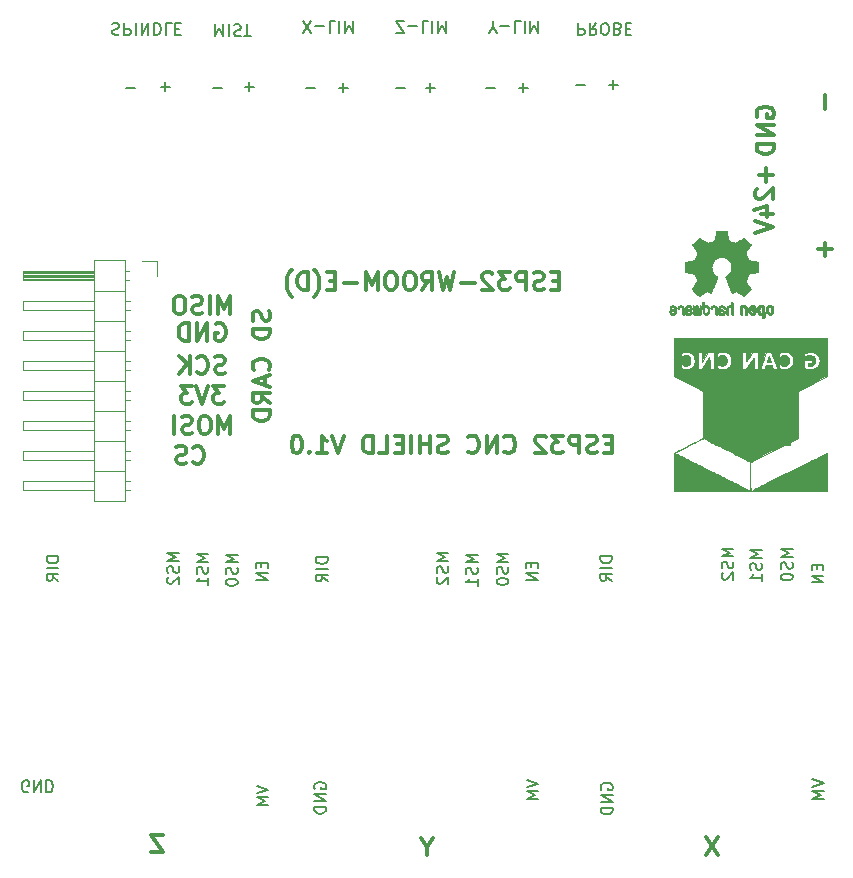
<source format=gbr>
G04 #@! TF.GenerationSoftware,KiCad,Pcbnew,(5.1.5-0)*
G04 #@! TF.CreationDate,2022-06-30T09:19:57+01:00*
G04 #@! TF.ProjectId,ESP32_Cnc_Shield,45535033-325f-4436-9e63-5f536869656c,rev?*
G04 #@! TF.SameCoordinates,Original*
G04 #@! TF.FileFunction,Legend,Bot*
G04 #@! TF.FilePolarity,Positive*
%FSLAX46Y46*%
G04 Gerber Fmt 4.6, Leading zero omitted, Abs format (unit mm)*
G04 Created by KiCad (PCBNEW (5.1.5-0)) date 2022-06-30 09:19:57*
%MOMM*%
%LPD*%
G04 APERTURE LIST*
%ADD10C,0.300000*%
%ADD11C,0.200000*%
%ADD12C,0.010000*%
%ADD13C,0.120000*%
G04 APERTURE END LIST*
D10*
X51694134Y35585862D02*
X51194134Y35585862D01*
X50979848Y34800148D02*
X51694134Y34800148D01*
X51694134Y36300148D01*
X50979848Y36300148D01*
X50408420Y34871577D02*
X50194134Y34800148D01*
X49836991Y34800148D01*
X49694134Y34871577D01*
X49622705Y34943005D01*
X49551277Y35085862D01*
X49551277Y35228720D01*
X49622705Y35371577D01*
X49694134Y35443005D01*
X49836991Y35514434D01*
X50122705Y35585862D01*
X50265562Y35657291D01*
X50336991Y35728720D01*
X50408420Y35871577D01*
X50408420Y36014434D01*
X50336991Y36157291D01*
X50265562Y36228720D01*
X50122705Y36300148D01*
X49765562Y36300148D01*
X49551277Y36228720D01*
X48908420Y34800148D02*
X48908420Y36300148D01*
X48336991Y36300148D01*
X48194134Y36228720D01*
X48122705Y36157291D01*
X48051277Y36014434D01*
X48051277Y35800148D01*
X48122705Y35657291D01*
X48194134Y35585862D01*
X48336991Y35514434D01*
X48908420Y35514434D01*
X47551277Y36300148D02*
X46622705Y36300148D01*
X47122705Y35728720D01*
X46908420Y35728720D01*
X46765562Y35657291D01*
X46694134Y35585862D01*
X46622705Y35443005D01*
X46622705Y35085862D01*
X46694134Y34943005D01*
X46765562Y34871577D01*
X46908420Y34800148D01*
X47336991Y34800148D01*
X47479848Y34871577D01*
X47551277Y34943005D01*
X46051277Y36157291D02*
X45979848Y36228720D01*
X45836991Y36300148D01*
X45479848Y36300148D01*
X45336991Y36228720D01*
X45265562Y36157291D01*
X45194134Y36014434D01*
X45194134Y35871577D01*
X45265562Y35657291D01*
X46122705Y34800148D01*
X45194134Y34800148D01*
X42551277Y34943005D02*
X42622705Y34871577D01*
X42836991Y34800148D01*
X42979848Y34800148D01*
X43194134Y34871577D01*
X43336991Y35014434D01*
X43408420Y35157291D01*
X43479848Y35443005D01*
X43479848Y35657291D01*
X43408420Y35943005D01*
X43336991Y36085862D01*
X43194134Y36228720D01*
X42979848Y36300148D01*
X42836991Y36300148D01*
X42622705Y36228720D01*
X42551277Y36157291D01*
X41908420Y34800148D02*
X41908420Y36300148D01*
X41051277Y34800148D01*
X41051277Y36300148D01*
X39479848Y34943005D02*
X39551277Y34871577D01*
X39765562Y34800148D01*
X39908420Y34800148D01*
X40122705Y34871577D01*
X40265562Y35014434D01*
X40336991Y35157291D01*
X40408420Y35443005D01*
X40408420Y35657291D01*
X40336991Y35943005D01*
X40265562Y36085862D01*
X40122705Y36228720D01*
X39908420Y36300148D01*
X39765562Y36300148D01*
X39551277Y36228720D01*
X39479848Y36157291D01*
X37765562Y34871577D02*
X37551277Y34800148D01*
X37194134Y34800148D01*
X37051277Y34871577D01*
X36979848Y34943005D01*
X36908420Y35085862D01*
X36908420Y35228720D01*
X36979848Y35371577D01*
X37051277Y35443005D01*
X37194134Y35514434D01*
X37479848Y35585862D01*
X37622705Y35657291D01*
X37694134Y35728720D01*
X37765562Y35871577D01*
X37765562Y36014434D01*
X37694134Y36157291D01*
X37622705Y36228720D01*
X37479848Y36300148D01*
X37122705Y36300148D01*
X36908420Y36228720D01*
X36265562Y34800148D02*
X36265562Y36300148D01*
X36265562Y35585862D02*
X35408420Y35585862D01*
X35408420Y34800148D02*
X35408420Y36300148D01*
X34694134Y34800148D02*
X34694134Y36300148D01*
X33979848Y35585862D02*
X33479848Y35585862D01*
X33265562Y34800148D02*
X33979848Y34800148D01*
X33979848Y36300148D01*
X33265562Y36300148D01*
X31908420Y34800148D02*
X32622705Y34800148D01*
X32622705Y36300148D01*
X31408420Y34800148D02*
X31408420Y36300148D01*
X31051277Y36300148D01*
X30836991Y36228720D01*
X30694134Y36085862D01*
X30622705Y35943005D01*
X30551277Y35657291D01*
X30551277Y35443005D01*
X30622705Y35157291D01*
X30694134Y35014434D01*
X30836991Y34871577D01*
X31051277Y34800148D01*
X31408420Y34800148D01*
X28979848Y36300148D02*
X28479848Y34800148D01*
X27979848Y36300148D01*
X26694134Y34800148D02*
X27551277Y34800148D01*
X27122705Y34800148D02*
X27122705Y36300148D01*
X27265562Y36085862D01*
X27408420Y35943005D01*
X27551277Y35871577D01*
X26051277Y34943005D02*
X25979848Y34871577D01*
X26051277Y34800148D01*
X26122705Y34871577D01*
X26051277Y34943005D01*
X26051277Y34800148D01*
X25051277Y36300148D02*
X24908420Y36300148D01*
X24765562Y36228720D01*
X24694134Y36157291D01*
X24622705Y36014434D01*
X24551277Y35728720D01*
X24551277Y35371577D01*
X24622705Y35085862D01*
X24694134Y34943005D01*
X24765562Y34871577D01*
X24908420Y34800148D01*
X25051277Y34800148D01*
X25194134Y34871577D01*
X25265562Y34943005D01*
X25336991Y35085862D01*
X25408420Y35371577D01*
X25408420Y35728720D01*
X25336991Y36014434D01*
X25265562Y36157291D01*
X25194134Y36228720D01*
X25051277Y36300148D01*
D11*
X50770000Y6332404D02*
X50722380Y6427642D01*
X50722380Y6570500D01*
X50770000Y6713357D01*
X50865238Y6808595D01*
X50960476Y6856214D01*
X51150952Y6903833D01*
X51293809Y6903833D01*
X51484285Y6856214D01*
X51579523Y6808595D01*
X51674761Y6713357D01*
X51722380Y6570500D01*
X51722380Y6475261D01*
X51674761Y6332404D01*
X51627142Y6284785D01*
X51293809Y6284785D01*
X51293809Y6475261D01*
X51722380Y5856214D02*
X50722380Y5856214D01*
X51722380Y5284785D01*
X50722380Y5284785D01*
X51722380Y4808595D02*
X50722380Y4808595D01*
X50722380Y4570500D01*
X50770000Y4427642D01*
X50865238Y4332404D01*
X50960476Y4284785D01*
X51150952Y4237166D01*
X51293809Y4237166D01*
X51484285Y4284785D01*
X51579523Y4332404D01*
X51674761Y4427642D01*
X51722380Y4570500D01*
X51722380Y4808595D01*
X26513000Y6395904D02*
X26465380Y6491142D01*
X26465380Y6634000D01*
X26513000Y6776857D01*
X26608238Y6872095D01*
X26703476Y6919714D01*
X26893952Y6967333D01*
X27036809Y6967333D01*
X27227285Y6919714D01*
X27322523Y6872095D01*
X27417761Y6776857D01*
X27465380Y6634000D01*
X27465380Y6538761D01*
X27417761Y6395904D01*
X27370142Y6348285D01*
X27036809Y6348285D01*
X27036809Y6538761D01*
X27465380Y5919714D02*
X26465380Y5919714D01*
X27465380Y5348285D01*
X26465380Y5348285D01*
X27465380Y4872095D02*
X26465380Y4872095D01*
X26465380Y4634000D01*
X26513000Y4491142D01*
X26608238Y4395904D01*
X26703476Y4348285D01*
X26893952Y4300666D01*
X27036809Y4300666D01*
X27227285Y4348285D01*
X27322523Y4395904D01*
X27417761Y4491142D01*
X27465380Y4634000D01*
X27465380Y4872095D01*
X2248095Y6150000D02*
X2152857Y6102380D01*
X2010000Y6102380D01*
X1867142Y6150000D01*
X1771904Y6245238D01*
X1724285Y6340476D01*
X1676666Y6530952D01*
X1676666Y6673809D01*
X1724285Y6864285D01*
X1771904Y6959523D01*
X1867142Y7054761D01*
X2010000Y7102380D01*
X2105238Y7102380D01*
X2248095Y7054761D01*
X2295714Y7007142D01*
X2295714Y6673809D01*
X2105238Y6673809D01*
X2724285Y7102380D02*
X2724285Y6102380D01*
X3295714Y7102380D01*
X3295714Y6102380D01*
X3771904Y7102380D02*
X3771904Y6102380D01*
X4009999Y6102380D01*
X4152857Y6150000D01*
X4248095Y6245238D01*
X4295714Y6340476D01*
X4343333Y6530952D01*
X4343333Y6673809D01*
X4295714Y6864285D01*
X4248095Y6959523D01*
X4152857Y7054761D01*
X4010000Y7102380D01*
X3771904Y7102380D01*
X21575880Y6665761D02*
X22575880Y6332428D01*
X21575880Y5999095D01*
X22575880Y5665761D02*
X21575880Y5665761D01*
X22290166Y5332428D01*
X21575880Y4999095D01*
X22575880Y4999095D01*
X44435880Y7173761D02*
X45435880Y6840428D01*
X44435880Y6507095D01*
X45435880Y6173761D02*
X44435880Y6173761D01*
X45150166Y5840428D01*
X44435880Y5507095D01*
X45435880Y5507095D01*
X68629380Y7237261D02*
X69629380Y6903928D01*
X68629380Y6570595D01*
X69629380Y6237261D02*
X68629380Y6237261D01*
X69343666Y5903928D01*
X68629380Y5570595D01*
X69629380Y5570595D01*
X4795880Y26065000D02*
X3795880Y26065000D01*
X3795880Y25826904D01*
X3843500Y25684047D01*
X3938738Y25588809D01*
X4033976Y25541190D01*
X4224452Y25493571D01*
X4367309Y25493571D01*
X4557785Y25541190D01*
X4653023Y25588809D01*
X4748261Y25684047D01*
X4795880Y25826904D01*
X4795880Y26065000D01*
X4795880Y25065000D02*
X3795880Y25065000D01*
X4795880Y24017380D02*
X4319690Y24350714D01*
X4795880Y24588809D02*
X3795880Y24588809D01*
X3795880Y24207857D01*
X3843500Y24112619D01*
X3891119Y24065000D01*
X3986357Y24017380D01*
X4129214Y24017380D01*
X4224452Y24065000D01*
X4272071Y24112619D01*
X4319690Y24207857D01*
X4319690Y24588809D01*
X27592380Y26001500D02*
X26592380Y26001500D01*
X26592380Y25763404D01*
X26640000Y25620547D01*
X26735238Y25525309D01*
X26830476Y25477690D01*
X27020952Y25430071D01*
X27163809Y25430071D01*
X27354285Y25477690D01*
X27449523Y25525309D01*
X27544761Y25620547D01*
X27592380Y25763404D01*
X27592380Y26001500D01*
X27592380Y25001500D02*
X26592380Y25001500D01*
X27592380Y23953880D02*
X27116190Y24287214D01*
X27592380Y24525309D02*
X26592380Y24525309D01*
X26592380Y24144357D01*
X26640000Y24049119D01*
X26687619Y24001500D01*
X26782857Y23953880D01*
X26925714Y23953880D01*
X27020952Y24001500D01*
X27068571Y24049119D01*
X27116190Y24144357D01*
X27116190Y24525309D01*
X51658880Y26065000D02*
X50658880Y26065000D01*
X50658880Y25826904D01*
X50706500Y25684047D01*
X50801738Y25588809D01*
X50896976Y25541190D01*
X51087452Y25493571D01*
X51230309Y25493571D01*
X51420785Y25541190D01*
X51516023Y25588809D01*
X51611261Y25684047D01*
X51658880Y25826904D01*
X51658880Y26065000D01*
X51658880Y25065000D02*
X50658880Y25065000D01*
X51658880Y24017380D02*
X51182690Y24350714D01*
X51658880Y24588809D02*
X50658880Y24588809D01*
X50658880Y24207857D01*
X50706500Y24112619D01*
X50754119Y24065000D01*
X50849357Y24017380D01*
X50992214Y24017380D01*
X51087452Y24065000D01*
X51135071Y24112619D01*
X51182690Y24207857D01*
X51182690Y24588809D01*
X21988571Y25549095D02*
X21988571Y25215761D01*
X22512380Y25072904D02*
X22512380Y25549095D01*
X21512380Y25549095D01*
X21512380Y25072904D01*
X22512380Y24644333D02*
X21512380Y24644333D01*
X22512380Y24072904D01*
X21512380Y24072904D01*
X44848571Y25549095D02*
X44848571Y25215761D01*
X45372380Y25072904D02*
X45372380Y25549095D01*
X44372380Y25549095D01*
X44372380Y25072904D01*
X45372380Y24644333D02*
X44372380Y24644333D01*
X45372380Y24072904D01*
X44372380Y24072904D01*
X69042071Y25358595D02*
X69042071Y25025261D01*
X69565880Y24882404D02*
X69565880Y25358595D01*
X68565880Y25358595D01*
X68565880Y24882404D01*
X69565880Y24453833D02*
X68565880Y24453833D01*
X69565880Y23882404D01*
X68565880Y23882404D01*
D10*
X13670000Y2518428D02*
X12670000Y2518428D01*
X13670000Y1018428D01*
X12670000Y1018428D01*
X36030000Y1478714D02*
X36030000Y764428D01*
X36530000Y2264428D02*
X36030000Y1478714D01*
X35530000Y2264428D01*
X60660000Y2327928D02*
X59660000Y827928D01*
X59660000Y2327928D02*
X60660000Y827928D01*
D11*
X66962380Y26668214D02*
X65962380Y26668214D01*
X66676666Y26334880D01*
X65962380Y26001547D01*
X66962380Y26001547D01*
X66914761Y25572976D02*
X66962380Y25430119D01*
X66962380Y25192023D01*
X66914761Y25096785D01*
X66867142Y25049166D01*
X66771904Y25001547D01*
X66676666Y25001547D01*
X66581428Y25049166D01*
X66533809Y25096785D01*
X66486190Y25192023D01*
X66438571Y25382500D01*
X66390952Y25477738D01*
X66343333Y25525357D01*
X66248095Y25572976D01*
X66152857Y25572976D01*
X66057619Y25525357D01*
X66010000Y25477738D01*
X65962380Y25382500D01*
X65962380Y25144404D01*
X66010000Y25001547D01*
X65962380Y24382500D02*
X65962380Y24287261D01*
X66010000Y24192023D01*
X66057619Y24144404D01*
X66152857Y24096785D01*
X66343333Y24049166D01*
X66581428Y24049166D01*
X66771904Y24096785D01*
X66867142Y24144404D01*
X66914761Y24192023D01*
X66962380Y24287261D01*
X66962380Y24382500D01*
X66914761Y24477738D01*
X66867142Y24525357D01*
X66771904Y24572976D01*
X66581428Y24620595D01*
X66343333Y24620595D01*
X66152857Y24572976D01*
X66057619Y24525357D01*
X66010000Y24477738D01*
X65962380Y24382500D01*
X64358880Y26604714D02*
X63358880Y26604714D01*
X64073166Y26271380D01*
X63358880Y25938047D01*
X64358880Y25938047D01*
X64311261Y25509476D02*
X64358880Y25366619D01*
X64358880Y25128523D01*
X64311261Y25033285D01*
X64263642Y24985666D01*
X64168404Y24938047D01*
X64073166Y24938047D01*
X63977928Y24985666D01*
X63930309Y25033285D01*
X63882690Y25128523D01*
X63835071Y25319000D01*
X63787452Y25414238D01*
X63739833Y25461857D01*
X63644595Y25509476D01*
X63549357Y25509476D01*
X63454119Y25461857D01*
X63406500Y25414238D01*
X63358880Y25319000D01*
X63358880Y25080904D01*
X63406500Y24938047D01*
X64358880Y23985666D02*
X64358880Y24557095D01*
X64358880Y24271380D02*
X63358880Y24271380D01*
X63501738Y24366619D01*
X63596976Y24461857D01*
X63644595Y24557095D01*
X61945880Y26731714D02*
X60945880Y26731714D01*
X61660166Y26398380D01*
X60945880Y26065047D01*
X61945880Y26065047D01*
X61898261Y25636476D02*
X61945880Y25493619D01*
X61945880Y25255523D01*
X61898261Y25160285D01*
X61850642Y25112666D01*
X61755404Y25065047D01*
X61660166Y25065047D01*
X61564928Y25112666D01*
X61517309Y25160285D01*
X61469690Y25255523D01*
X61422071Y25446000D01*
X61374452Y25541238D01*
X61326833Y25588857D01*
X61231595Y25636476D01*
X61136357Y25636476D01*
X61041119Y25588857D01*
X60993500Y25541238D01*
X60945880Y25446000D01*
X60945880Y25207904D01*
X60993500Y25065047D01*
X61041119Y24684095D02*
X60993500Y24636476D01*
X60945880Y24541238D01*
X60945880Y24303142D01*
X60993500Y24207904D01*
X61041119Y24160285D01*
X61136357Y24112666D01*
X61231595Y24112666D01*
X61374452Y24160285D01*
X61945880Y24731714D01*
X61945880Y24112666D01*
X40292380Y26223714D02*
X39292380Y26223714D01*
X40006666Y25890380D01*
X39292380Y25557047D01*
X40292380Y25557047D01*
X40244761Y25128476D02*
X40292380Y24985619D01*
X40292380Y24747523D01*
X40244761Y24652285D01*
X40197142Y24604666D01*
X40101904Y24557047D01*
X40006666Y24557047D01*
X39911428Y24604666D01*
X39863809Y24652285D01*
X39816190Y24747523D01*
X39768571Y24938000D01*
X39720952Y25033238D01*
X39673333Y25080857D01*
X39578095Y25128476D01*
X39482857Y25128476D01*
X39387619Y25080857D01*
X39340000Y25033238D01*
X39292380Y24938000D01*
X39292380Y24699904D01*
X39340000Y24557047D01*
X40292380Y23604666D02*
X40292380Y24176095D01*
X40292380Y23890380D02*
X39292380Y23890380D01*
X39435238Y23985619D01*
X39530476Y24080857D01*
X39578095Y24176095D01*
X37815880Y26350714D02*
X36815880Y26350714D01*
X37530166Y26017380D01*
X36815880Y25684047D01*
X37815880Y25684047D01*
X37768261Y25255476D02*
X37815880Y25112619D01*
X37815880Y24874523D01*
X37768261Y24779285D01*
X37720642Y24731666D01*
X37625404Y24684047D01*
X37530166Y24684047D01*
X37434928Y24731666D01*
X37387309Y24779285D01*
X37339690Y24874523D01*
X37292071Y25065000D01*
X37244452Y25160238D01*
X37196833Y25207857D01*
X37101595Y25255476D01*
X37006357Y25255476D01*
X36911119Y25207857D01*
X36863500Y25160238D01*
X36815880Y25065000D01*
X36815880Y24826904D01*
X36863500Y24684047D01*
X36911119Y24303095D02*
X36863500Y24255476D01*
X36815880Y24160238D01*
X36815880Y23922142D01*
X36863500Y23826904D01*
X36911119Y23779285D01*
X37006357Y23731666D01*
X37101595Y23731666D01*
X37244452Y23779285D01*
X37815880Y24350714D01*
X37815880Y23731666D01*
X19972380Y26223714D02*
X18972380Y26223714D01*
X19686666Y25890380D01*
X18972380Y25557047D01*
X19972380Y25557047D01*
X19924761Y25128476D02*
X19972380Y24985619D01*
X19972380Y24747523D01*
X19924761Y24652285D01*
X19877142Y24604666D01*
X19781904Y24557047D01*
X19686666Y24557047D01*
X19591428Y24604666D01*
X19543809Y24652285D01*
X19496190Y24747523D01*
X19448571Y24938000D01*
X19400952Y25033238D01*
X19353333Y25080857D01*
X19258095Y25128476D01*
X19162857Y25128476D01*
X19067619Y25080857D01*
X19020000Y25033238D01*
X18972380Y24938000D01*
X18972380Y24699904D01*
X19020000Y24557047D01*
X18972380Y23938000D02*
X18972380Y23842761D01*
X19020000Y23747523D01*
X19067619Y23699904D01*
X19162857Y23652285D01*
X19353333Y23604666D01*
X19591428Y23604666D01*
X19781904Y23652285D01*
X19877142Y23699904D01*
X19924761Y23747523D01*
X19972380Y23842761D01*
X19972380Y23938000D01*
X19924761Y24033238D01*
X19877142Y24080857D01*
X19781904Y24128476D01*
X19591428Y24176095D01*
X19353333Y24176095D01*
X19162857Y24128476D01*
X19067619Y24080857D01*
X19020000Y24033238D01*
X18972380Y23938000D01*
X17495880Y26287214D02*
X16495880Y26287214D01*
X17210166Y25953880D01*
X16495880Y25620547D01*
X17495880Y25620547D01*
X17448261Y25191976D02*
X17495880Y25049119D01*
X17495880Y24811023D01*
X17448261Y24715785D01*
X17400642Y24668166D01*
X17305404Y24620547D01*
X17210166Y24620547D01*
X17114928Y24668166D01*
X17067309Y24715785D01*
X17019690Y24811023D01*
X16972071Y25001500D01*
X16924452Y25096738D01*
X16876833Y25144357D01*
X16781595Y25191976D01*
X16686357Y25191976D01*
X16591119Y25144357D01*
X16543500Y25096738D01*
X16495880Y25001500D01*
X16495880Y24763404D01*
X16543500Y24620547D01*
X17495880Y23668166D02*
X17495880Y24239595D01*
X17495880Y23953880D02*
X16495880Y23953880D01*
X16638738Y24049119D01*
X16733976Y24144357D01*
X16781595Y24239595D01*
X15019380Y26350714D02*
X14019380Y26350714D01*
X14733666Y26017380D01*
X14019380Y25684047D01*
X15019380Y25684047D01*
X14971761Y25255476D02*
X15019380Y25112619D01*
X15019380Y24874523D01*
X14971761Y24779285D01*
X14924142Y24731666D01*
X14828904Y24684047D01*
X14733666Y24684047D01*
X14638428Y24731666D01*
X14590809Y24779285D01*
X14543190Y24874523D01*
X14495571Y25065000D01*
X14447952Y25160238D01*
X14400333Y25207857D01*
X14305095Y25255476D01*
X14209857Y25255476D01*
X14114619Y25207857D01*
X14067000Y25160238D01*
X14019380Y25065000D01*
X14019380Y24826904D01*
X14067000Y24684047D01*
X14114619Y24303095D02*
X14067000Y24255476D01*
X14019380Y24160238D01*
X14019380Y23922142D01*
X14067000Y23826904D01*
X14114619Y23779285D01*
X14209857Y23731666D01*
X14305095Y23731666D01*
X14447952Y23779285D01*
X15019380Y24350714D01*
X15019380Y23731666D01*
X42895880Y26287214D02*
X41895880Y26287214D01*
X42610166Y25953880D01*
X41895880Y25620547D01*
X42895880Y25620547D01*
X42848261Y25191976D02*
X42895880Y25049119D01*
X42895880Y24811023D01*
X42848261Y24715785D01*
X42800642Y24668166D01*
X42705404Y24620547D01*
X42610166Y24620547D01*
X42514928Y24668166D01*
X42467309Y24715785D01*
X42419690Y24811023D01*
X42372071Y25001500D01*
X42324452Y25096738D01*
X42276833Y25144357D01*
X42181595Y25191976D01*
X42086357Y25191976D01*
X41991119Y25144357D01*
X41943500Y25096738D01*
X41895880Y25001500D01*
X41895880Y24763404D01*
X41943500Y24620547D01*
X41895880Y24001500D02*
X41895880Y23906261D01*
X41943500Y23811023D01*
X41991119Y23763404D01*
X42086357Y23715785D01*
X42276833Y23668166D01*
X42514928Y23668166D01*
X42705404Y23715785D01*
X42800642Y23763404D01*
X42848261Y23811023D01*
X42895880Y23906261D01*
X42895880Y24001500D01*
X42848261Y24096738D01*
X42800642Y24144357D01*
X42705404Y24191976D01*
X42514928Y24239595D01*
X42276833Y24239595D01*
X42086357Y24191976D01*
X41991119Y24144357D01*
X41943500Y24096738D01*
X41895880Y24001500D01*
X52158952Y66014571D02*
X51397047Y66014571D01*
X51778000Y65633619D02*
X51778000Y66395523D01*
X49364952Y66014571D02*
X48603047Y66014571D01*
X44538952Y65760571D02*
X43777047Y65760571D01*
X44158000Y65379619D02*
X44158000Y66141523D01*
X41744952Y65760571D02*
X40983047Y65760571D01*
X36664952Y65760571D02*
X35903047Y65760571D01*
X36284000Y65379619D02*
X36284000Y66141523D01*
X34124952Y65760571D02*
X33363047Y65760571D01*
X29298952Y65760571D02*
X28537047Y65760571D01*
X28918000Y65379619D02*
X28918000Y66141523D01*
X26504952Y65760571D02*
X25743047Y65760571D01*
X20972571Y65451047D02*
X20972571Y66212952D01*
X20591619Y65832000D02*
X21353523Y65832000D01*
X18630952Y65760571D02*
X17869047Y65760571D01*
X13860571Y65451047D02*
X13860571Y66212952D01*
X13479619Y65832000D02*
X14241523Y65832000D01*
X11264952Y65760571D02*
X10503047Y65760571D01*
X9376238Y71189761D02*
X9519095Y71237380D01*
X9757190Y71237380D01*
X9852428Y71189761D01*
X9900047Y71142142D01*
X9947666Y71046904D01*
X9947666Y70951666D01*
X9900047Y70856428D01*
X9852428Y70808809D01*
X9757190Y70761190D01*
X9566714Y70713571D01*
X9471476Y70665952D01*
X9423857Y70618333D01*
X9376238Y70523095D01*
X9376238Y70427857D01*
X9423857Y70332619D01*
X9471476Y70285000D01*
X9566714Y70237380D01*
X9804809Y70237380D01*
X9947666Y70285000D01*
X10376238Y71237380D02*
X10376238Y70237380D01*
X10757190Y70237380D01*
X10852428Y70285000D01*
X10900047Y70332619D01*
X10947666Y70427857D01*
X10947666Y70570714D01*
X10900047Y70665952D01*
X10852428Y70713571D01*
X10757190Y70761190D01*
X10376238Y70761190D01*
X11376238Y71237380D02*
X11376238Y70237380D01*
X11852428Y71237380D02*
X11852428Y70237380D01*
X12423857Y71237380D01*
X12423857Y70237380D01*
X12900047Y71237380D02*
X12900047Y70237380D01*
X13138142Y70237380D01*
X13281000Y70285000D01*
X13376238Y70380238D01*
X13423857Y70475476D01*
X13471476Y70665952D01*
X13471476Y70808809D01*
X13423857Y70999285D01*
X13376238Y71094523D01*
X13281000Y71189761D01*
X13138142Y71237380D01*
X12900047Y71237380D01*
X14376238Y71237380D02*
X13900047Y71237380D01*
X13900047Y70237380D01*
X14709571Y70713571D02*
X15042904Y70713571D01*
X15185761Y71237380D02*
X14709571Y71237380D01*
X14709571Y70237380D01*
X15185761Y70237380D01*
X18091428Y71110380D02*
X18091428Y70110380D01*
X18424761Y70824666D01*
X18758095Y70110380D01*
X18758095Y71110380D01*
X19234285Y71110380D02*
X19234285Y70110380D01*
X19662857Y71062761D02*
X19805714Y71110380D01*
X20043809Y71110380D01*
X20139047Y71062761D01*
X20186666Y71015142D01*
X20234285Y70919904D01*
X20234285Y70824666D01*
X20186666Y70729428D01*
X20139047Y70681809D01*
X20043809Y70634190D01*
X19853333Y70586571D01*
X19758095Y70538952D01*
X19710476Y70491333D01*
X19662857Y70396095D01*
X19662857Y70300857D01*
X19710476Y70205619D01*
X19758095Y70158000D01*
X19853333Y70110380D01*
X20091428Y70110380D01*
X20234285Y70158000D01*
X20520000Y70110380D02*
X21091428Y70110380D01*
X20805714Y71110380D02*
X20805714Y70110380D01*
X25481333Y70364380D02*
X26148000Y71364380D01*
X26148000Y70364380D02*
X25481333Y71364380D01*
X26528952Y70983428D02*
X27290857Y70983428D01*
X28243238Y71364380D02*
X27767047Y71364380D01*
X27767047Y70364380D01*
X28576571Y71364380D02*
X28576571Y70364380D01*
X29052761Y71364380D02*
X29052761Y70364380D01*
X29386095Y71078666D01*
X29719428Y70364380D01*
X29719428Y71364380D01*
X33355333Y70364380D02*
X34022000Y70364380D01*
X33355333Y71364380D01*
X34022000Y71364380D01*
X34402952Y70983428D02*
X35164857Y70983428D01*
X36117238Y71364380D02*
X35641047Y71364380D01*
X35641047Y70364380D01*
X36450571Y71364380D02*
X36450571Y70364380D01*
X36926761Y71364380D02*
X36926761Y70364380D01*
X37260095Y71078666D01*
X37593428Y70364380D01*
X37593428Y71364380D01*
X41562666Y70888190D02*
X41562666Y71364380D01*
X41229333Y70364380D02*
X41562666Y70888190D01*
X41896000Y70364380D01*
X42229333Y70983428D02*
X42991238Y70983428D01*
X43943619Y71364380D02*
X43467428Y71364380D01*
X43467428Y70364380D01*
X44276952Y71364380D02*
X44276952Y70364380D01*
X44753142Y71364380D02*
X44753142Y70364380D01*
X45086476Y71078666D01*
X45419809Y70364380D01*
X45419809Y71364380D01*
X48777904Y71237380D02*
X48777904Y70237380D01*
X49158857Y70237380D01*
X49254095Y70285000D01*
X49301714Y70332619D01*
X49349333Y70427857D01*
X49349333Y70570714D01*
X49301714Y70665952D01*
X49254095Y70713571D01*
X49158857Y70761190D01*
X48777904Y70761190D01*
X50349333Y71237380D02*
X50016000Y70761190D01*
X49777904Y71237380D02*
X49777904Y70237380D01*
X50158857Y70237380D01*
X50254095Y70285000D01*
X50301714Y70332619D01*
X50349333Y70427857D01*
X50349333Y70570714D01*
X50301714Y70665952D01*
X50254095Y70713571D01*
X50158857Y70761190D01*
X49777904Y70761190D01*
X50968380Y70237380D02*
X51158857Y70237380D01*
X51254095Y70285000D01*
X51349333Y70380238D01*
X51396952Y70570714D01*
X51396952Y70904047D01*
X51349333Y71094523D01*
X51254095Y71189761D01*
X51158857Y71237380D01*
X50968380Y71237380D01*
X50873142Y71189761D01*
X50777904Y71094523D01*
X50730285Y70904047D01*
X50730285Y70570714D01*
X50777904Y70380238D01*
X50873142Y70285000D01*
X50968380Y70237380D01*
X52158857Y70713571D02*
X52301714Y70761190D01*
X52349333Y70808809D01*
X52396952Y70904047D01*
X52396952Y71046904D01*
X52349333Y71142142D01*
X52301714Y71189761D01*
X52206476Y71237380D01*
X51825523Y71237380D01*
X51825523Y70237380D01*
X52158857Y70237380D01*
X52254095Y70285000D01*
X52301714Y70332619D01*
X52349333Y70427857D01*
X52349333Y70523095D01*
X52301714Y70618333D01*
X52254095Y70665952D01*
X52158857Y70713571D01*
X51825523Y70713571D01*
X52825523Y70713571D02*
X53158857Y70713571D01*
X53301714Y71237380D02*
X52825523Y71237380D01*
X52825523Y70237380D01*
X53301714Y70237380D01*
D10*
X69728642Y65133428D02*
X69728642Y63990571D01*
X63982000Y63291857D02*
X63910571Y63434714D01*
X63910571Y63649000D01*
X63982000Y63863285D01*
X64124857Y64006142D01*
X64267714Y64077571D01*
X64553428Y64149000D01*
X64767714Y64149000D01*
X65053428Y64077571D01*
X65196285Y64006142D01*
X65339142Y63863285D01*
X65410571Y63649000D01*
X65410571Y63506142D01*
X65339142Y63291857D01*
X65267714Y63220428D01*
X64767714Y63220428D01*
X64767714Y63506142D01*
X65410571Y62577571D02*
X63910571Y62577571D01*
X65410571Y61720428D01*
X63910571Y61720428D01*
X65410571Y61006142D02*
X63910571Y61006142D01*
X63910571Y60649000D01*
X63982000Y60434714D01*
X64124857Y60291857D01*
X64267714Y60220428D01*
X64553428Y60149000D01*
X64767714Y60149000D01*
X65053428Y60220428D01*
X65196285Y60291857D01*
X65339142Y60434714D01*
X65410571Y60649000D01*
X65410571Y61006142D01*
X64712142Y58949857D02*
X64712142Y57807000D01*
X65283571Y58378428D02*
X64140714Y58378428D01*
X63926428Y57164142D02*
X63855000Y57092714D01*
X63783571Y56949857D01*
X63783571Y56592714D01*
X63855000Y56449857D01*
X63926428Y56378428D01*
X64069285Y56307000D01*
X64212142Y56307000D01*
X64426428Y56378428D01*
X65283571Y57235571D01*
X65283571Y56307000D01*
X64283571Y55021285D02*
X65283571Y55021285D01*
X63712142Y55378428D02*
X64783571Y55735571D01*
X64783571Y54807000D01*
X63783571Y54449857D02*
X65283571Y53949857D01*
X63783571Y53449857D01*
X70256428Y52072357D02*
X69113571Y52072357D01*
X69685000Y51500928D02*
X69685000Y52643785D01*
X47184714Y49429142D02*
X46684714Y49429142D01*
X46470428Y48643428D02*
X47184714Y48643428D01*
X47184714Y50143428D01*
X46470428Y50143428D01*
X45898999Y48714857D02*
X45684714Y48643428D01*
X45327571Y48643428D01*
X45184714Y48714857D01*
X45113285Y48786285D01*
X45041857Y48929142D01*
X45041857Y49072000D01*
X45113285Y49214857D01*
X45184714Y49286285D01*
X45327571Y49357714D01*
X45613285Y49429142D01*
X45756142Y49500571D01*
X45827571Y49572000D01*
X45898999Y49714857D01*
X45898999Y49857714D01*
X45827571Y50000571D01*
X45756142Y50072000D01*
X45613285Y50143428D01*
X45256142Y50143428D01*
X45041857Y50072000D01*
X44398999Y48643428D02*
X44398999Y50143428D01*
X43827571Y50143428D01*
X43684714Y50072000D01*
X43613285Y50000571D01*
X43541857Y49857714D01*
X43541857Y49643428D01*
X43613285Y49500571D01*
X43684714Y49429142D01*
X43827571Y49357714D01*
X44398999Y49357714D01*
X43041857Y50143428D02*
X42113285Y50143428D01*
X42613285Y49572000D01*
X42398999Y49572000D01*
X42256142Y49500571D01*
X42184714Y49429142D01*
X42113285Y49286285D01*
X42113285Y48929142D01*
X42184714Y48786285D01*
X42256142Y48714857D01*
X42398999Y48643428D01*
X42827571Y48643428D01*
X42970428Y48714857D01*
X43041857Y48786285D01*
X41541857Y50000571D02*
X41470428Y50072000D01*
X41327571Y50143428D01*
X40970428Y50143428D01*
X40827571Y50072000D01*
X40756142Y50000571D01*
X40684714Y49857714D01*
X40684714Y49714857D01*
X40756142Y49500571D01*
X41613285Y48643428D01*
X40684714Y48643428D01*
X40041857Y49214857D02*
X38898999Y49214857D01*
X38327571Y50143428D02*
X37970428Y48643428D01*
X37684714Y49714857D01*
X37398999Y48643428D01*
X37041857Y50143428D01*
X35613285Y48643428D02*
X36113285Y49357714D01*
X36470428Y48643428D02*
X36470428Y50143428D01*
X35898999Y50143428D01*
X35756142Y50072000D01*
X35684714Y50000571D01*
X35613285Y49857714D01*
X35613285Y49643428D01*
X35684714Y49500571D01*
X35756142Y49429142D01*
X35898999Y49357714D01*
X36470428Y49357714D01*
X34684714Y50143428D02*
X34398999Y50143428D01*
X34256142Y50072000D01*
X34113285Y49929142D01*
X34041857Y49643428D01*
X34041857Y49143428D01*
X34113285Y48857714D01*
X34256142Y48714857D01*
X34398999Y48643428D01*
X34684714Y48643428D01*
X34827571Y48714857D01*
X34970428Y48857714D01*
X35041857Y49143428D01*
X35041857Y49643428D01*
X34970428Y49929142D01*
X34827571Y50072000D01*
X34684714Y50143428D01*
X33113285Y50143428D02*
X32827571Y50143428D01*
X32684714Y50072000D01*
X32541857Y49929142D01*
X32470428Y49643428D01*
X32470428Y49143428D01*
X32541857Y48857714D01*
X32684714Y48714857D01*
X32827571Y48643428D01*
X33113285Y48643428D01*
X33256142Y48714857D01*
X33398999Y48857714D01*
X33470428Y49143428D01*
X33470428Y49643428D01*
X33398999Y49929142D01*
X33256142Y50072000D01*
X33113285Y50143428D01*
X31827571Y48643428D02*
X31827571Y50143428D01*
X31327571Y49072000D01*
X30827571Y50143428D01*
X30827571Y48643428D01*
X30113285Y49214857D02*
X28970428Y49214857D01*
X28256142Y49429142D02*
X27756142Y49429142D01*
X27541857Y48643428D02*
X28256142Y48643428D01*
X28256142Y50143428D01*
X27541857Y50143428D01*
X26470428Y48072000D02*
X26541857Y48143428D01*
X26684714Y48357714D01*
X26756142Y48500571D01*
X26827571Y48714857D01*
X26898999Y49072000D01*
X26898999Y49357714D01*
X26827571Y49714857D01*
X26756142Y49929142D01*
X26684714Y50072000D01*
X26541857Y50286285D01*
X26470428Y50357714D01*
X25898999Y48643428D02*
X25898999Y50143428D01*
X25541857Y50143428D01*
X25327571Y50072000D01*
X25184714Y49929142D01*
X25113285Y49786285D01*
X25041857Y49500571D01*
X25041857Y49286285D01*
X25113285Y49000571D01*
X25184714Y48857714D01*
X25327571Y48714857D01*
X25541857Y48643428D01*
X25898999Y48643428D01*
X24541857Y48072000D02*
X24470428Y48143428D01*
X24327571Y48357714D01*
X24256142Y48500571D01*
X24184714Y48714857D01*
X24113285Y49072000D01*
X24113285Y49357714D01*
X24184714Y49714857D01*
X24256142Y49929142D01*
X24327571Y50072000D01*
X24470428Y50286285D01*
X24541857Y50357714D01*
X22667142Y46852857D02*
X22738571Y46638571D01*
X22738571Y46281428D01*
X22667142Y46138571D01*
X22595714Y46067142D01*
X22452857Y45995714D01*
X22310000Y45995714D01*
X22167142Y46067142D01*
X22095714Y46138571D01*
X22024285Y46281428D01*
X21952857Y46567142D01*
X21881428Y46710000D01*
X21810000Y46781428D01*
X21667142Y46852857D01*
X21524285Y46852857D01*
X21381428Y46781428D01*
X21310000Y46710000D01*
X21238571Y46567142D01*
X21238571Y46210000D01*
X21310000Y45995714D01*
X22738571Y45352857D02*
X21238571Y45352857D01*
X21238571Y44995714D01*
X21310000Y44781428D01*
X21452857Y44638571D01*
X21595714Y44567142D01*
X21881428Y44495714D01*
X22095714Y44495714D01*
X22381428Y44567142D01*
X22524285Y44638571D01*
X22667142Y44781428D01*
X22738571Y44995714D01*
X22738571Y45352857D01*
X22595714Y41852857D02*
X22667142Y41924285D01*
X22738571Y42138571D01*
X22738571Y42281428D01*
X22667142Y42495714D01*
X22524285Y42638571D01*
X22381428Y42710000D01*
X22095714Y42781428D01*
X21881428Y42781428D01*
X21595714Y42710000D01*
X21452857Y42638571D01*
X21310000Y42495714D01*
X21238571Y42281428D01*
X21238571Y42138571D01*
X21310000Y41924285D01*
X21381428Y41852857D01*
X22310000Y41281428D02*
X22310000Y40567142D01*
X22738571Y41424285D02*
X21238571Y40924285D01*
X22738571Y40424285D01*
X22738571Y39067142D02*
X22024285Y39567142D01*
X22738571Y39924285D02*
X21238571Y39924285D01*
X21238571Y39352857D01*
X21310000Y39210000D01*
X21381428Y39138571D01*
X21524285Y39067142D01*
X21738571Y39067142D01*
X21881428Y39138571D01*
X21952857Y39210000D01*
X22024285Y39352857D01*
X22024285Y39924285D01*
X22738571Y38424285D02*
X21238571Y38424285D01*
X21238571Y38067142D01*
X21310000Y37852857D01*
X21452857Y37710000D01*
X21595714Y37638571D01*
X21881428Y37567142D01*
X22095714Y37567142D01*
X22381428Y37638571D01*
X22524285Y37710000D01*
X22667142Y37852857D01*
X22738571Y38067142D01*
X22738571Y38424285D01*
X16214000Y34054285D02*
X16285428Y33982857D01*
X16499714Y33911428D01*
X16642571Y33911428D01*
X16856857Y33982857D01*
X16999714Y34125714D01*
X17071142Y34268571D01*
X17142571Y34554285D01*
X17142571Y34768571D01*
X17071142Y35054285D01*
X16999714Y35197142D01*
X16856857Y35340000D01*
X16642571Y35411428D01*
X16499714Y35411428D01*
X16285428Y35340000D01*
X16214000Y35268571D01*
X15642571Y33982857D02*
X15428285Y33911428D01*
X15071142Y33911428D01*
X14928285Y33982857D01*
X14856857Y34054285D01*
X14785428Y34197142D01*
X14785428Y34340000D01*
X14856857Y34482857D01*
X14928285Y34554285D01*
X15071142Y34625714D01*
X15356857Y34697142D01*
X15499714Y34768571D01*
X15571142Y34840000D01*
X15642571Y34982857D01*
X15642571Y35125714D01*
X15571142Y35268571D01*
X15499714Y35340000D01*
X15356857Y35411428D01*
X14999714Y35411428D01*
X14785428Y35340000D01*
X19337142Y36451428D02*
X19337142Y37951428D01*
X18837142Y36880000D01*
X18337142Y37951428D01*
X18337142Y36451428D01*
X17337142Y37951428D02*
X17051428Y37951428D01*
X16908571Y37880000D01*
X16765714Y37737142D01*
X16694285Y37451428D01*
X16694285Y36951428D01*
X16765714Y36665714D01*
X16908571Y36522857D01*
X17051428Y36451428D01*
X17337142Y36451428D01*
X17480000Y36522857D01*
X17622857Y36665714D01*
X17694285Y36951428D01*
X17694285Y37451428D01*
X17622857Y37737142D01*
X17480000Y37880000D01*
X17337142Y37951428D01*
X16122857Y36522857D02*
X15908571Y36451428D01*
X15551428Y36451428D01*
X15408571Y36522857D01*
X15337142Y36594285D01*
X15265714Y36737142D01*
X15265714Y36880000D01*
X15337142Y37022857D01*
X15408571Y37094285D01*
X15551428Y37165714D01*
X15837142Y37237142D01*
X15980000Y37308571D01*
X16051428Y37380000D01*
X16122857Y37522857D01*
X16122857Y37665714D01*
X16051428Y37808571D01*
X15980000Y37880000D01*
X15837142Y37951428D01*
X15480000Y37951428D01*
X15265714Y37880000D01*
X14622857Y36451428D02*
X14622857Y37951428D01*
X18837142Y40491428D02*
X17908571Y40491428D01*
X18408571Y39920000D01*
X18194285Y39920000D01*
X18051428Y39848571D01*
X17980000Y39777142D01*
X17908571Y39634285D01*
X17908571Y39277142D01*
X17980000Y39134285D01*
X18051428Y39062857D01*
X18194285Y38991428D01*
X18622857Y38991428D01*
X18765714Y39062857D01*
X18837142Y39134285D01*
X17480000Y40491428D02*
X16980000Y38991428D01*
X16480000Y40491428D01*
X16122857Y40491428D02*
X15194285Y40491428D01*
X15694285Y39920000D01*
X15480000Y39920000D01*
X15337142Y39848571D01*
X15265714Y39777142D01*
X15194285Y39634285D01*
X15194285Y39277142D01*
X15265714Y39134285D01*
X15337142Y39062857D01*
X15480000Y38991428D01*
X15908571Y38991428D01*
X16051428Y39062857D01*
X16122857Y39134285D01*
X18908571Y41602857D02*
X18694285Y41531428D01*
X18337142Y41531428D01*
X18194285Y41602857D01*
X18122857Y41674285D01*
X18051428Y41817142D01*
X18051428Y41960000D01*
X18122857Y42102857D01*
X18194285Y42174285D01*
X18337142Y42245714D01*
X18622857Y42317142D01*
X18765714Y42388571D01*
X18837142Y42460000D01*
X18908571Y42602857D01*
X18908571Y42745714D01*
X18837142Y42888571D01*
X18765714Y42960000D01*
X18622857Y43031428D01*
X18265714Y43031428D01*
X18051428Y42960000D01*
X16551428Y41674285D02*
X16622857Y41602857D01*
X16837142Y41531428D01*
X16980000Y41531428D01*
X17194285Y41602857D01*
X17337142Y41745714D01*
X17408571Y41888571D01*
X17480000Y42174285D01*
X17480000Y42388571D01*
X17408571Y42674285D01*
X17337142Y42817142D01*
X17194285Y42960000D01*
X16980000Y43031428D01*
X16837142Y43031428D01*
X16622857Y42960000D01*
X16551428Y42888571D01*
X15908571Y41531428D02*
X15908571Y43031428D01*
X15051428Y41531428D02*
X15694285Y42388571D01*
X15051428Y43031428D02*
X15908571Y42174285D01*
X18122857Y45754000D02*
X18265714Y45825428D01*
X18480000Y45825428D01*
X18694285Y45754000D01*
X18837142Y45611142D01*
X18908571Y45468285D01*
X18980000Y45182571D01*
X18980000Y44968285D01*
X18908571Y44682571D01*
X18837142Y44539714D01*
X18694285Y44396857D01*
X18480000Y44325428D01*
X18337142Y44325428D01*
X18122857Y44396857D01*
X18051428Y44468285D01*
X18051428Y44968285D01*
X18337142Y44968285D01*
X17408571Y44325428D02*
X17408571Y45825428D01*
X16551428Y44325428D01*
X16551428Y45825428D01*
X15837142Y44325428D02*
X15837142Y45825428D01*
X15480000Y45825428D01*
X15265714Y45754000D01*
X15122857Y45611142D01*
X15051428Y45468285D01*
X14980000Y45182571D01*
X14980000Y44968285D01*
X15051428Y44682571D01*
X15122857Y44539714D01*
X15265714Y44396857D01*
X15480000Y44325428D01*
X15837142Y44325428D01*
X19337142Y46611428D02*
X19337142Y48111428D01*
X18837142Y47040000D01*
X18337142Y48111428D01*
X18337142Y46611428D01*
X17622857Y46611428D02*
X17622857Y48111428D01*
X16980000Y46682857D02*
X16765714Y46611428D01*
X16408571Y46611428D01*
X16265714Y46682857D01*
X16194285Y46754285D01*
X16122857Y46897142D01*
X16122857Y47040000D01*
X16194285Y47182857D01*
X16265714Y47254285D01*
X16408571Y47325714D01*
X16694285Y47397142D01*
X16837142Y47468571D01*
X16908571Y47540000D01*
X16980000Y47682857D01*
X16980000Y47825714D01*
X16908571Y47968571D01*
X16837142Y48040000D01*
X16694285Y48111428D01*
X16337142Y48111428D01*
X16122857Y48040000D01*
X15194285Y48111428D02*
X14908571Y48111428D01*
X14765714Y48040000D01*
X14622857Y47897142D01*
X14551428Y47611428D01*
X14551428Y47111428D01*
X14622857Y46825714D01*
X14765714Y46682857D01*
X14908571Y46611428D01*
X15194285Y46611428D01*
X15337142Y46682857D01*
X15480000Y46825714D01*
X15551428Y47111428D01*
X15551428Y47611428D01*
X15480000Y47897142D01*
X15337142Y48040000D01*
X15194285Y48111428D01*
D12*
G36*
X64870191Y42778319D02*
G01*
X64835093Y42678856D01*
X64807852Y42596968D01*
X64792398Y42544704D01*
X64790320Y42533513D01*
X64813498Y42521310D01*
X64874189Y42512648D01*
X64957132Y42509440D01*
X65046083Y42510707D01*
X65094349Y42516686D01*
X65112023Y42530643D01*
X65109199Y42555846D01*
X65108403Y42558405D01*
X65092619Y42604684D01*
X65064704Y42683479D01*
X65030046Y42779622D01*
X65021462Y42803211D01*
X64950062Y42999053D01*
X64870191Y42778319D01*
G37*
X64870191Y42778319D02*
X64835093Y42678856D01*
X64807852Y42596968D01*
X64792398Y42544704D01*
X64790320Y42533513D01*
X64813498Y42521310D01*
X64874189Y42512648D01*
X64957132Y42509440D01*
X65046083Y42510707D01*
X65094349Y42516686D01*
X65112023Y42530643D01*
X65109199Y42555846D01*
X65108403Y42558405D01*
X65092619Y42604684D01*
X65064704Y42683479D01*
X65030046Y42779622D01*
X65021462Y42803211D01*
X64950062Y42999053D01*
X64870191Y42778319D01*
G36*
X56890920Y41328101D02*
G01*
X59405830Y40070953D01*
X59399325Y38088221D01*
X59392820Y36105488D01*
X58592720Y35698996D01*
X58381146Y35591528D01*
X58161650Y35480075D01*
X57943978Y35369585D01*
X57737874Y35265001D01*
X57553085Y35171270D01*
X57399354Y35093337D01*
X57341770Y35064165D01*
X56890920Y34835825D01*
X56890920Y31587440D01*
X69895720Y31587440D01*
X69895720Y33213040D01*
X69895527Y33495250D01*
X69894969Y33761921D01*
X69894079Y34008801D01*
X69892891Y34231640D01*
X69891438Y34426187D01*
X69889754Y34588192D01*
X69887871Y34713404D01*
X69885823Y34797572D01*
X69883644Y34836446D01*
X69882981Y34838640D01*
X69859175Y34827486D01*
X69792506Y34794874D01*
X69685539Y34742083D01*
X69540839Y34670390D01*
X69360972Y34581072D01*
X69148503Y34475408D01*
X68905996Y34354675D01*
X68636018Y34220150D01*
X68341134Y34073112D01*
X68023909Y33914837D01*
X67686909Y33746605D01*
X67332698Y33569691D01*
X66963842Y33385374D01*
X66644521Y33225740D01*
X66265344Y33036192D01*
X65898657Y32852973D01*
X65547026Y32677361D01*
X65213015Y32510635D01*
X64899190Y32354071D01*
X64608116Y32208948D01*
X64342358Y32076542D01*
X64104482Y31958133D01*
X63897053Y31854996D01*
X63722637Y31768411D01*
X63583798Y31699654D01*
X63483102Y31650004D01*
X63423114Y31620737D01*
X63406060Y31612840D01*
X63403548Y31637429D01*
X63401225Y31707946D01*
X63399138Y31819523D01*
X63397336Y31967288D01*
X63395867Y32146372D01*
X63394777Y32351903D01*
X63394115Y32579012D01*
X63393928Y32822829D01*
X63393939Y32851090D01*
X63394557Y34089340D01*
X63401203Y34092686D01*
X63367920Y34092686D01*
X63367920Y32850949D01*
X63367808Y32567085D01*
X63367383Y32330053D01*
X63366514Y32135883D01*
X63365068Y31980608D01*
X63362915Y31860259D01*
X63359922Y31770868D01*
X63355957Y31708467D01*
X63350889Y31669086D01*
X63344585Y31648759D01*
X63336915Y31643515D01*
X63328006Y31649126D01*
X63283184Y31682738D01*
X63258156Y31692048D01*
X63214557Y31692677D01*
X63209170Y31692048D01*
X63190385Y31707694D01*
X63190120Y31711359D01*
X63169173Y31733943D01*
X63119718Y31762042D01*
X63061842Y31786348D01*
X63015627Y31797558D01*
X63005970Y31796680D01*
X62987252Y31808920D01*
X62986920Y31812959D01*
X62965973Y31835543D01*
X62916518Y31863642D01*
X62858642Y31887948D01*
X62812427Y31899158D01*
X62802770Y31898280D01*
X62784200Y31910804D01*
X62783720Y31915929D01*
X62762739Y31939892D01*
X62715731Y31962883D01*
X62666605Y31974586D01*
X62650370Y31973473D01*
X62631629Y31986840D01*
X62631320Y31990759D01*
X62610373Y32013343D01*
X62560918Y32041442D01*
X62503042Y32065748D01*
X62456827Y32076958D01*
X62447170Y32076080D01*
X62428452Y32088320D01*
X62428120Y32092359D01*
X62407173Y32114943D01*
X62357718Y32143042D01*
X62299842Y32167348D01*
X62253627Y32178558D01*
X62243970Y32177680D01*
X62225252Y32189920D01*
X62224920Y32193959D01*
X62203973Y32216543D01*
X62154518Y32244642D01*
X62096642Y32268948D01*
X62050427Y32280158D01*
X62040770Y32279280D01*
X62022052Y32291520D01*
X62021720Y32295559D01*
X62000773Y32318143D01*
X61951318Y32346242D01*
X61893442Y32370548D01*
X61847227Y32381758D01*
X61837570Y32380880D01*
X61819000Y32393404D01*
X61818520Y32398529D01*
X61797539Y32422492D01*
X61750531Y32445483D01*
X61701405Y32457186D01*
X61685170Y32456073D01*
X61666960Y32470281D01*
X61666120Y32477940D01*
X61650560Y32493109D01*
X61640720Y32489140D01*
X61617272Y32490180D01*
X61615320Y32498630D01*
X61594314Y32523599D01*
X61547188Y32547205D01*
X61497786Y32558891D01*
X61481970Y32557673D01*
X61463229Y32571040D01*
X61462920Y32574959D01*
X61441973Y32597543D01*
X61392518Y32625642D01*
X61334642Y32649948D01*
X61288427Y32661158D01*
X61278770Y32660280D01*
X61260052Y32672520D01*
X61259720Y32676559D01*
X61238773Y32699143D01*
X61189318Y32727242D01*
X61131442Y32751548D01*
X61085227Y32762758D01*
X61075570Y32761880D01*
X61057000Y32774404D01*
X61056520Y32779529D01*
X61035539Y32803492D01*
X60988531Y32826483D01*
X60939405Y32838186D01*
X60923170Y32837073D01*
X60904960Y32851281D01*
X60904120Y32858940D01*
X60888560Y32874109D01*
X60878720Y32870140D01*
X60855272Y32871180D01*
X60853320Y32879630D01*
X60832314Y32904599D01*
X60785188Y32928205D01*
X60735786Y32939891D01*
X60719970Y32938673D01*
X60701229Y32952040D01*
X60700920Y32955959D01*
X60679973Y32978543D01*
X60630518Y33006642D01*
X60572642Y33030948D01*
X60526427Y33042158D01*
X60516770Y33041280D01*
X60498052Y33053520D01*
X60497720Y33057559D01*
X60476773Y33080143D01*
X60427318Y33108242D01*
X60369442Y33132548D01*
X60323227Y33143758D01*
X60313570Y33142880D01*
X60294852Y33155120D01*
X60294520Y33159159D01*
X60273573Y33181743D01*
X60224118Y33209842D01*
X60166242Y33234148D01*
X60120027Y33245358D01*
X60110370Y33244480D01*
X60091800Y33257004D01*
X60091320Y33262129D01*
X60070339Y33286092D01*
X60023331Y33309083D01*
X59974205Y33320786D01*
X59957970Y33319673D01*
X59939229Y33333040D01*
X59938920Y33336959D01*
X59918806Y33358904D01*
X59872454Y33385841D01*
X59820850Y33407750D01*
X59784982Y33414608D01*
X59780664Y33412521D01*
X59758941Y33421614D01*
X59716634Y33455769D01*
X59711285Y33460690D01*
X59632272Y33513308D01*
X59551697Y33520868D01*
X59551570Y33520848D01*
X59532785Y33536494D01*
X59532520Y33540159D01*
X59511573Y33562743D01*
X59462118Y33590842D01*
X59404242Y33615148D01*
X59358027Y33626358D01*
X59348370Y33625480D01*
X59329800Y33638004D01*
X59329320Y33643129D01*
X59308339Y33667092D01*
X59261331Y33690083D01*
X59212205Y33701786D01*
X59195970Y33700673D01*
X59177229Y33714040D01*
X59176920Y33717959D01*
X59155973Y33740543D01*
X59106518Y33768642D01*
X59048642Y33792948D01*
X59002427Y33804158D01*
X58992770Y33803280D01*
X58974052Y33815520D01*
X58973720Y33819559D01*
X58953024Y33841915D01*
X58904923Y33869590D01*
X58850402Y33892434D01*
X58810445Y33900302D01*
X58807786Y33899802D01*
X58780671Y33912922D01*
X58749547Y33941622D01*
X58674785Y33994260D01*
X58599070Y34007905D01*
X58569494Y34021237D01*
X58567320Y34028362D01*
X58546402Y34049523D01*
X58499702Y34070756D01*
X58451304Y34082433D01*
X58433970Y34081673D01*
X58415229Y34095040D01*
X58414920Y34098959D01*
X58393973Y34121543D01*
X58344518Y34149642D01*
X58286642Y34173948D01*
X58240427Y34185158D01*
X58230770Y34184280D01*
X58212052Y34196520D01*
X58211720Y34200559D01*
X58190773Y34223143D01*
X58141318Y34251242D01*
X58083442Y34275548D01*
X58037227Y34286758D01*
X58027570Y34285880D01*
X58008852Y34298120D01*
X58008520Y34302159D01*
X57987573Y34324743D01*
X57938118Y34352842D01*
X57880242Y34377148D01*
X57834027Y34388358D01*
X57824370Y34387480D01*
X57805800Y34400004D01*
X57805320Y34405129D01*
X57784339Y34429092D01*
X57737331Y34452083D01*
X57688205Y34463786D01*
X57671970Y34462673D01*
X57653229Y34476040D01*
X57652920Y34479959D01*
X57631973Y34502543D01*
X57582518Y34530642D01*
X57524642Y34554948D01*
X57478427Y34566158D01*
X57468770Y34565280D01*
X57450052Y34577520D01*
X57449720Y34581559D01*
X57428773Y34604143D01*
X57379318Y34632242D01*
X57321442Y34656548D01*
X57275227Y34667758D01*
X57265570Y34666880D01*
X57246852Y34679120D01*
X57246520Y34683159D01*
X57225937Y34704456D01*
X57177524Y34732922D01*
X57121287Y34758625D01*
X57077232Y34771631D01*
X57068720Y34771431D01*
X57043036Y34784621D01*
X57014036Y34809842D01*
X57007395Y34820173D01*
X57009575Y34832826D01*
X57023973Y34849697D01*
X57053984Y34872686D01*
X57103007Y34903690D01*
X57174438Y34944607D01*
X57271674Y34997335D01*
X57398113Y35063772D01*
X57557150Y35145817D01*
X57752184Y35245366D01*
X57986612Y35364319D01*
X58196698Y35470630D01*
X59421344Y36089919D01*
X59654179Y35968959D01*
X59749189Y35917011D01*
X59822777Y35871788D01*
X59866120Y35839030D01*
X59873548Y35826210D01*
X59879593Y35814311D01*
X59896385Y35818353D01*
X59936699Y35816445D01*
X59990126Y35795291D01*
X60040491Y35764399D01*
X60071617Y35733278D01*
X60072179Y35715010D01*
X60071032Y35705555D01*
X60083067Y35711191D01*
X60123403Y35715169D01*
X60173696Y35699864D01*
X60214879Y35674246D01*
X60227883Y35647287D01*
X60226300Y35643802D01*
X60227123Y35630466D01*
X60239515Y35636141D01*
X60277897Y35638755D01*
X60333007Y35622110D01*
X60387731Y35594559D01*
X60424956Y35564457D01*
X60430072Y35543128D01*
X60430088Y35528640D01*
X60441252Y35533637D01*
X60478656Y35535561D01*
X60533438Y35518516D01*
X60588422Y35490904D01*
X60626431Y35461126D01*
X60632408Y35440130D01*
X60633589Y35427087D01*
X60644633Y35432149D01*
X60679101Y35430913D01*
X60740100Y35410826D01*
X60814405Y35378457D01*
X60888790Y35340375D01*
X60950030Y35303150D01*
X60984899Y35273350D01*
X60987663Y35261771D01*
X60989300Y35249358D01*
X61000705Y35254641D01*
X61028739Y35247610D01*
X61095881Y35220096D01*
X61196688Y35174823D01*
X61325720Y35114517D01*
X61477534Y35041901D01*
X61646689Y34959703D01*
X61827744Y34870646D01*
X62015257Y34777457D01*
X62203786Y34682860D01*
X62387890Y34589580D01*
X62562128Y34500343D01*
X62721057Y34417874D01*
X62859236Y34344898D01*
X62971223Y34284140D01*
X63051578Y34238325D01*
X63094858Y34210179D01*
X63100770Y34202911D01*
X63105836Y34189417D01*
X63124146Y34193506D01*
X63167928Y34190655D01*
X63234039Y34166401D01*
X63265166Y34150438D01*
X63367920Y34092686D01*
X63401203Y34092686D01*
X65387654Y35092640D01*
X67380750Y36095940D01*
X67380935Y38081350D01*
X67381121Y40066759D01*
X68632071Y40700523D01*
X69883020Y41334286D01*
X69888663Y42740599D01*
X69245097Y42740599D01*
X69244925Y42599142D01*
X69231085Y42464812D01*
X69203608Y42356284D01*
X69203360Y42355640D01*
X69123071Y42215272D01*
X69003455Y42096845D01*
X68853169Y42005622D01*
X68680870Y41946865D01*
X68496434Y41925843D01*
X68384935Y41932502D01*
X68253431Y41950541D01*
X68130362Y41976055D01*
X68130192Y41976099D01*
X68036560Y42000900D01*
X67963928Y42021746D01*
X67924708Y42035022D01*
X67921397Y42036897D01*
X67919013Y42064497D01*
X67919387Y42133259D01*
X67922306Y42233632D01*
X67927555Y42356064D01*
X67929384Y42392438D01*
X67946444Y42721371D01*
X67017250Y42721371D01*
X67012808Y42519138D01*
X66966553Y42341293D01*
X66882768Y42190876D01*
X66765736Y42070927D01*
X66619740Y41984485D01*
X66449062Y41934589D01*
X66257986Y41924277D01*
X66050795Y41956590D01*
X65992624Y41973578D01*
X65675087Y41973578D01*
X65656042Y41962614D01*
X65597952Y41954503D01*
X65512555Y41950741D01*
X65494959Y41950640D01*
X65306364Y41950640D01*
X65259973Y42103857D01*
X65213583Y42257073D01*
X64947858Y42249907D01*
X64682133Y42242740D01*
X64640151Y42103040D01*
X64598170Y41963340D01*
X64402289Y41955925D01*
X64206408Y41948509D01*
X64270252Y42121025D01*
X64298342Y42196921D01*
X64340376Y42310484D01*
X64392662Y42451737D01*
X64451507Y42610707D01*
X64513220Y42777418D01*
X64531552Y42826940D01*
X64729009Y43360340D01*
X64943815Y43367430D01*
X65113804Y43373040D01*
X64002920Y43373040D01*
X64002920Y41950640D01*
X63672720Y41950640D01*
X63672720Y42420540D01*
X63671745Y42568617D01*
X63669031Y42697400D01*
X63664900Y42799012D01*
X63659671Y42865575D01*
X63653670Y42889212D01*
X63635366Y42868160D01*
X63594842Y42809945D01*
X63536204Y42720851D01*
X63463560Y42607160D01*
X63381015Y42475156D01*
X63346561Y42419312D01*
X63058502Y41950640D01*
X62707520Y41950640D01*
X62707520Y42723324D01*
X61762049Y42723324D01*
X61759174Y42525054D01*
X61720631Y42358099D01*
X61644103Y42215459D01*
X61563508Y42123228D01*
X61448234Y42028791D01*
X61327326Y41968749D01*
X61187779Y41938830D01*
X61016587Y41934762D01*
X60993020Y41935823D01*
X60876596Y41946979D01*
X60855192Y41950640D01*
X60269120Y41950640D01*
X59940017Y41950640D01*
X59933119Y42437673D01*
X59926220Y42924706D01*
X59324666Y41950640D01*
X58973720Y41950640D01*
X58973720Y42738518D01*
X58682241Y42738518D01*
X58681824Y42569177D01*
X58651495Y42404281D01*
X58591415Y42252713D01*
X58501745Y42123354D01*
X58382646Y42025087D01*
X58358596Y42011647D01*
X58217940Y41961123D01*
X58049856Y41936742D01*
X57870710Y41938903D01*
X57696865Y41968001D01*
X57614820Y41993602D01*
X57487820Y42040943D01*
X57472650Y42388993D01*
X57556435Y42333237D01*
X57683082Y42258996D01*
X57794295Y42219026D01*
X57906675Y42208172D01*
X57951674Y42210487D01*
X58092368Y42241881D01*
X58198351Y42310052D01*
X58269882Y42415325D01*
X58307221Y42558023D01*
X58313320Y42661840D01*
X58296448Y42827091D01*
X58245609Y42954684D01*
X58160471Y43045034D01*
X58040702Y43098554D01*
X57950682Y43113277D01*
X57852713Y43114838D01*
X57769477Y43096469D01*
X57684726Y43058787D01*
X57611004Y43018506D01*
X57557070Y42983636D01*
X57538919Y42967123D01*
X57510400Y42939964D01*
X57489718Y42961149D01*
X57477784Y43028700D01*
X57475120Y43105688D01*
X57476713Y43195659D01*
X57484914Y43249214D01*
X57504858Y43280716D01*
X57541680Y43304530D01*
X57547251Y43307436D01*
X57698461Y43361402D01*
X57873911Y43385446D01*
X58057151Y43380055D01*
X58231728Y43345718D01*
X58381192Y43282921D01*
X58381583Y43282692D01*
X58502418Y43184392D01*
X58592699Y43055008D01*
X58652586Y42903422D01*
X58682241Y42738518D01*
X58973720Y42738518D01*
X58973720Y43373040D01*
X59302662Y43373040D01*
X59316620Y42561112D01*
X59826610Y43360340D01*
X60269120Y43375018D01*
X60269120Y41950640D01*
X60855192Y41950640D01*
X60762121Y41966559D01*
X60673289Y41990455D01*
X60669170Y41991983D01*
X60548520Y42037798D01*
X60548520Y42210119D01*
X60552083Y42312198D01*
X60563983Y42367272D01*
X60586041Y42378716D01*
X60620077Y42349903D01*
X60622410Y42347124D01*
X60661239Y42317756D01*
X60729647Y42280085D01*
X60783082Y42255298D01*
X60925546Y42215708D01*
X61066388Y42215850D01*
X61192085Y42254997D01*
X61232329Y42279423D01*
X61308644Y42362663D01*
X61359916Y42478138D01*
X61384081Y42612774D01*
X61379069Y42753496D01*
X61342816Y42887233D01*
X61332157Y42910914D01*
X61255774Y43016287D01*
X61151462Y43083903D01*
X61026651Y43112478D01*
X60888771Y43100730D01*
X60745250Y43047375D01*
X60697903Y43020411D01*
X60628116Y42978096D01*
X60577455Y42949369D01*
X60559533Y42941240D01*
X60553914Y42964411D01*
X60549946Y43025013D01*
X60548520Y43105688D01*
X60550113Y43195659D01*
X60558314Y43249214D01*
X60578258Y43280716D01*
X60615080Y43304530D01*
X60620651Y43307436D01*
X60713577Y43341664D01*
X60837378Y43369083D01*
X60972282Y43386785D01*
X61098513Y43391861D01*
X61163972Y43387362D01*
X61349727Y43340339D01*
X61504102Y43254220D01*
X61624788Y43131569D01*
X61709475Y42974951D01*
X61755854Y42786929D01*
X61762049Y42723324D01*
X62707520Y42723324D01*
X62707520Y43373040D01*
X63037720Y43373040D01*
X63037720Y42977841D01*
X63038948Y42843853D01*
X63042337Y42730938D01*
X63047448Y42647355D01*
X63053840Y42601361D01*
X63058104Y42595240D01*
X63077602Y42619898D01*
X63119145Y42680560D01*
X63178007Y42770057D01*
X63249464Y42881217D01*
X63318454Y42990371D01*
X63558420Y43372905D01*
X63780670Y43372973D01*
X64002920Y43373040D01*
X65113804Y43373040D01*
X65158620Y43374519D01*
X65412620Y42685517D01*
X65477902Y42508436D01*
X65537553Y42346627D01*
X65589289Y42206292D01*
X65630824Y42093630D01*
X65659872Y42014842D01*
X65674147Y41976127D01*
X65675087Y41973578D01*
X65992624Y41973578D01*
X65971954Y41979614D01*
X65806320Y42033988D01*
X65806320Y42208214D01*
X65807789Y42294871D01*
X65811648Y42357258D01*
X65817076Y42382393D01*
X65817333Y42382440D01*
X65843070Y42370100D01*
X65898528Y42338109D01*
X65955703Y42303270D01*
X66105197Y42233536D01*
X66247674Y42209978D01*
X66377122Y42229467D01*
X66487529Y42288874D01*
X66572884Y42385069D01*
X66627176Y42514924D01*
X66644520Y42661840D01*
X66626075Y42806050D01*
X66574889Y42935321D01*
X66497185Y43035400D01*
X66472701Y43055395D01*
X66407387Y43088508D01*
X66318999Y43103904D01*
X66248578Y43106195D01*
X66147222Y43101235D01*
X66067910Y43080890D01*
X65983254Y43037309D01*
X65961140Y43023790D01*
X65889813Y42980476D01*
X65837437Y42950584D01*
X65817333Y42941240D01*
X65811895Y42964492D01*
X65807960Y43025662D01*
X65806328Y43111873D01*
X65806320Y43118331D01*
X65806320Y43295421D01*
X65952370Y43339370D01*
X66084748Y43367480D01*
X66234533Y43380839D01*
X66384581Y43379480D01*
X66517743Y43363434D01*
X66605053Y43338182D01*
X66763681Y43246550D01*
X66883622Y43123350D01*
X66965852Y42967120D01*
X67011350Y42776394D01*
X67017250Y42721371D01*
X67946444Y42721371D01*
X67947309Y42738040D01*
X68574920Y42738040D01*
X68574920Y42458640D01*
X68295520Y42458640D01*
X68295520Y42173323D01*
X68460347Y42183818D01*
X68593219Y42203033D01*
X68694210Y42246660D01*
X68779663Y42323141D01*
X68814651Y42366823D01*
X68841856Y42412626D01*
X68857913Y42469246D01*
X68865420Y42550691D01*
X68867020Y42649140D01*
X68864709Y42762457D01*
X68856042Y42839120D01*
X68838421Y42893137D01*
X68814651Y42931458D01*
X68732938Y43022701D01*
X68643759Y43078551D01*
X68530929Y43107199D01*
X68453459Y43114300D01*
X68360408Y43117067D01*
X68289864Y43109678D01*
X68221300Y43087218D01*
X68134187Y43044772D01*
X68110200Y43032107D01*
X67937580Y42940386D01*
X67952620Y43280976D01*
X68092320Y43330581D01*
X68237178Y43366524D01*
X68403470Y43383335D01*
X68573682Y43381164D01*
X68730300Y43360160D01*
X68847758Y43324141D01*
X68983787Y43241436D01*
X69104212Y43126231D01*
X69192920Y42994520D01*
X69204323Y42970185D01*
X69231573Y42870505D01*
X69245097Y42740599D01*
X69888663Y42740599D01*
X69889557Y42963263D01*
X69896093Y44592240D01*
X56890920Y44592240D01*
X56890920Y41328101D01*
G37*
X56890920Y41328101D02*
X59405830Y40070953D01*
X59399325Y38088221D01*
X59392820Y36105488D01*
X58592720Y35698996D01*
X58381146Y35591528D01*
X58161650Y35480075D01*
X57943978Y35369585D01*
X57737874Y35265001D01*
X57553085Y35171270D01*
X57399354Y35093337D01*
X57341770Y35064165D01*
X56890920Y34835825D01*
X56890920Y31587440D01*
X69895720Y31587440D01*
X69895720Y33213040D01*
X69895527Y33495250D01*
X69894969Y33761921D01*
X69894079Y34008801D01*
X69892891Y34231640D01*
X69891438Y34426187D01*
X69889754Y34588192D01*
X69887871Y34713404D01*
X69885823Y34797572D01*
X69883644Y34836446D01*
X69882981Y34838640D01*
X69859175Y34827486D01*
X69792506Y34794874D01*
X69685539Y34742083D01*
X69540839Y34670390D01*
X69360972Y34581072D01*
X69148503Y34475408D01*
X68905996Y34354675D01*
X68636018Y34220150D01*
X68341134Y34073112D01*
X68023909Y33914837D01*
X67686909Y33746605D01*
X67332698Y33569691D01*
X66963842Y33385374D01*
X66644521Y33225740D01*
X66265344Y33036192D01*
X65898657Y32852973D01*
X65547026Y32677361D01*
X65213015Y32510635D01*
X64899190Y32354071D01*
X64608116Y32208948D01*
X64342358Y32076542D01*
X64104482Y31958133D01*
X63897053Y31854996D01*
X63722637Y31768411D01*
X63583798Y31699654D01*
X63483102Y31650004D01*
X63423114Y31620737D01*
X63406060Y31612840D01*
X63403548Y31637429D01*
X63401225Y31707946D01*
X63399138Y31819523D01*
X63397336Y31967288D01*
X63395867Y32146372D01*
X63394777Y32351903D01*
X63394115Y32579012D01*
X63393928Y32822829D01*
X63393939Y32851090D01*
X63394557Y34089340D01*
X63401203Y34092686D01*
X63367920Y34092686D01*
X63367920Y32850949D01*
X63367808Y32567085D01*
X63367383Y32330053D01*
X63366514Y32135883D01*
X63365068Y31980608D01*
X63362915Y31860259D01*
X63359922Y31770868D01*
X63355957Y31708467D01*
X63350889Y31669086D01*
X63344585Y31648759D01*
X63336915Y31643515D01*
X63328006Y31649126D01*
X63283184Y31682738D01*
X63258156Y31692048D01*
X63214557Y31692677D01*
X63209170Y31692048D01*
X63190385Y31707694D01*
X63190120Y31711359D01*
X63169173Y31733943D01*
X63119718Y31762042D01*
X63061842Y31786348D01*
X63015627Y31797558D01*
X63005970Y31796680D01*
X62987252Y31808920D01*
X62986920Y31812959D01*
X62965973Y31835543D01*
X62916518Y31863642D01*
X62858642Y31887948D01*
X62812427Y31899158D01*
X62802770Y31898280D01*
X62784200Y31910804D01*
X62783720Y31915929D01*
X62762739Y31939892D01*
X62715731Y31962883D01*
X62666605Y31974586D01*
X62650370Y31973473D01*
X62631629Y31986840D01*
X62631320Y31990759D01*
X62610373Y32013343D01*
X62560918Y32041442D01*
X62503042Y32065748D01*
X62456827Y32076958D01*
X62447170Y32076080D01*
X62428452Y32088320D01*
X62428120Y32092359D01*
X62407173Y32114943D01*
X62357718Y32143042D01*
X62299842Y32167348D01*
X62253627Y32178558D01*
X62243970Y32177680D01*
X62225252Y32189920D01*
X62224920Y32193959D01*
X62203973Y32216543D01*
X62154518Y32244642D01*
X62096642Y32268948D01*
X62050427Y32280158D01*
X62040770Y32279280D01*
X62022052Y32291520D01*
X62021720Y32295559D01*
X62000773Y32318143D01*
X61951318Y32346242D01*
X61893442Y32370548D01*
X61847227Y32381758D01*
X61837570Y32380880D01*
X61819000Y32393404D01*
X61818520Y32398529D01*
X61797539Y32422492D01*
X61750531Y32445483D01*
X61701405Y32457186D01*
X61685170Y32456073D01*
X61666960Y32470281D01*
X61666120Y32477940D01*
X61650560Y32493109D01*
X61640720Y32489140D01*
X61617272Y32490180D01*
X61615320Y32498630D01*
X61594314Y32523599D01*
X61547188Y32547205D01*
X61497786Y32558891D01*
X61481970Y32557673D01*
X61463229Y32571040D01*
X61462920Y32574959D01*
X61441973Y32597543D01*
X61392518Y32625642D01*
X61334642Y32649948D01*
X61288427Y32661158D01*
X61278770Y32660280D01*
X61260052Y32672520D01*
X61259720Y32676559D01*
X61238773Y32699143D01*
X61189318Y32727242D01*
X61131442Y32751548D01*
X61085227Y32762758D01*
X61075570Y32761880D01*
X61057000Y32774404D01*
X61056520Y32779529D01*
X61035539Y32803492D01*
X60988531Y32826483D01*
X60939405Y32838186D01*
X60923170Y32837073D01*
X60904960Y32851281D01*
X60904120Y32858940D01*
X60888560Y32874109D01*
X60878720Y32870140D01*
X60855272Y32871180D01*
X60853320Y32879630D01*
X60832314Y32904599D01*
X60785188Y32928205D01*
X60735786Y32939891D01*
X60719970Y32938673D01*
X60701229Y32952040D01*
X60700920Y32955959D01*
X60679973Y32978543D01*
X60630518Y33006642D01*
X60572642Y33030948D01*
X60526427Y33042158D01*
X60516770Y33041280D01*
X60498052Y33053520D01*
X60497720Y33057559D01*
X60476773Y33080143D01*
X60427318Y33108242D01*
X60369442Y33132548D01*
X60323227Y33143758D01*
X60313570Y33142880D01*
X60294852Y33155120D01*
X60294520Y33159159D01*
X60273573Y33181743D01*
X60224118Y33209842D01*
X60166242Y33234148D01*
X60120027Y33245358D01*
X60110370Y33244480D01*
X60091800Y33257004D01*
X60091320Y33262129D01*
X60070339Y33286092D01*
X60023331Y33309083D01*
X59974205Y33320786D01*
X59957970Y33319673D01*
X59939229Y33333040D01*
X59938920Y33336959D01*
X59918806Y33358904D01*
X59872454Y33385841D01*
X59820850Y33407750D01*
X59784982Y33414608D01*
X59780664Y33412521D01*
X59758941Y33421614D01*
X59716634Y33455769D01*
X59711285Y33460690D01*
X59632272Y33513308D01*
X59551697Y33520868D01*
X59551570Y33520848D01*
X59532785Y33536494D01*
X59532520Y33540159D01*
X59511573Y33562743D01*
X59462118Y33590842D01*
X59404242Y33615148D01*
X59358027Y33626358D01*
X59348370Y33625480D01*
X59329800Y33638004D01*
X59329320Y33643129D01*
X59308339Y33667092D01*
X59261331Y33690083D01*
X59212205Y33701786D01*
X59195970Y33700673D01*
X59177229Y33714040D01*
X59176920Y33717959D01*
X59155973Y33740543D01*
X59106518Y33768642D01*
X59048642Y33792948D01*
X59002427Y33804158D01*
X58992770Y33803280D01*
X58974052Y33815520D01*
X58973720Y33819559D01*
X58953024Y33841915D01*
X58904923Y33869590D01*
X58850402Y33892434D01*
X58810445Y33900302D01*
X58807786Y33899802D01*
X58780671Y33912922D01*
X58749547Y33941622D01*
X58674785Y33994260D01*
X58599070Y34007905D01*
X58569494Y34021237D01*
X58567320Y34028362D01*
X58546402Y34049523D01*
X58499702Y34070756D01*
X58451304Y34082433D01*
X58433970Y34081673D01*
X58415229Y34095040D01*
X58414920Y34098959D01*
X58393973Y34121543D01*
X58344518Y34149642D01*
X58286642Y34173948D01*
X58240427Y34185158D01*
X58230770Y34184280D01*
X58212052Y34196520D01*
X58211720Y34200559D01*
X58190773Y34223143D01*
X58141318Y34251242D01*
X58083442Y34275548D01*
X58037227Y34286758D01*
X58027570Y34285880D01*
X58008852Y34298120D01*
X58008520Y34302159D01*
X57987573Y34324743D01*
X57938118Y34352842D01*
X57880242Y34377148D01*
X57834027Y34388358D01*
X57824370Y34387480D01*
X57805800Y34400004D01*
X57805320Y34405129D01*
X57784339Y34429092D01*
X57737331Y34452083D01*
X57688205Y34463786D01*
X57671970Y34462673D01*
X57653229Y34476040D01*
X57652920Y34479959D01*
X57631973Y34502543D01*
X57582518Y34530642D01*
X57524642Y34554948D01*
X57478427Y34566158D01*
X57468770Y34565280D01*
X57450052Y34577520D01*
X57449720Y34581559D01*
X57428773Y34604143D01*
X57379318Y34632242D01*
X57321442Y34656548D01*
X57275227Y34667758D01*
X57265570Y34666880D01*
X57246852Y34679120D01*
X57246520Y34683159D01*
X57225937Y34704456D01*
X57177524Y34732922D01*
X57121287Y34758625D01*
X57077232Y34771631D01*
X57068720Y34771431D01*
X57043036Y34784621D01*
X57014036Y34809842D01*
X57007395Y34820173D01*
X57009575Y34832826D01*
X57023973Y34849697D01*
X57053984Y34872686D01*
X57103007Y34903690D01*
X57174438Y34944607D01*
X57271674Y34997335D01*
X57398113Y35063772D01*
X57557150Y35145817D01*
X57752184Y35245366D01*
X57986612Y35364319D01*
X58196698Y35470630D01*
X59421344Y36089919D01*
X59654179Y35968959D01*
X59749189Y35917011D01*
X59822777Y35871788D01*
X59866120Y35839030D01*
X59873548Y35826210D01*
X59879593Y35814311D01*
X59896385Y35818353D01*
X59936699Y35816445D01*
X59990126Y35795291D01*
X60040491Y35764399D01*
X60071617Y35733278D01*
X60072179Y35715010D01*
X60071032Y35705555D01*
X60083067Y35711191D01*
X60123403Y35715169D01*
X60173696Y35699864D01*
X60214879Y35674246D01*
X60227883Y35647287D01*
X60226300Y35643802D01*
X60227123Y35630466D01*
X60239515Y35636141D01*
X60277897Y35638755D01*
X60333007Y35622110D01*
X60387731Y35594559D01*
X60424956Y35564457D01*
X60430072Y35543128D01*
X60430088Y35528640D01*
X60441252Y35533637D01*
X60478656Y35535561D01*
X60533438Y35518516D01*
X60588422Y35490904D01*
X60626431Y35461126D01*
X60632408Y35440130D01*
X60633589Y35427087D01*
X60644633Y35432149D01*
X60679101Y35430913D01*
X60740100Y35410826D01*
X60814405Y35378457D01*
X60888790Y35340375D01*
X60950030Y35303150D01*
X60984899Y35273350D01*
X60987663Y35261771D01*
X60989300Y35249358D01*
X61000705Y35254641D01*
X61028739Y35247610D01*
X61095881Y35220096D01*
X61196688Y35174823D01*
X61325720Y35114517D01*
X61477534Y35041901D01*
X61646689Y34959703D01*
X61827744Y34870646D01*
X62015257Y34777457D01*
X62203786Y34682860D01*
X62387890Y34589580D01*
X62562128Y34500343D01*
X62721057Y34417874D01*
X62859236Y34344898D01*
X62971223Y34284140D01*
X63051578Y34238325D01*
X63094858Y34210179D01*
X63100770Y34202911D01*
X63105836Y34189417D01*
X63124146Y34193506D01*
X63167928Y34190655D01*
X63234039Y34166401D01*
X63265166Y34150438D01*
X63367920Y34092686D01*
X63401203Y34092686D01*
X65387654Y35092640D01*
X67380750Y36095940D01*
X67380935Y38081350D01*
X67381121Y40066759D01*
X68632071Y40700523D01*
X69883020Y41334286D01*
X69888663Y42740599D01*
X69245097Y42740599D01*
X69244925Y42599142D01*
X69231085Y42464812D01*
X69203608Y42356284D01*
X69203360Y42355640D01*
X69123071Y42215272D01*
X69003455Y42096845D01*
X68853169Y42005622D01*
X68680870Y41946865D01*
X68496434Y41925843D01*
X68384935Y41932502D01*
X68253431Y41950541D01*
X68130362Y41976055D01*
X68130192Y41976099D01*
X68036560Y42000900D01*
X67963928Y42021746D01*
X67924708Y42035022D01*
X67921397Y42036897D01*
X67919013Y42064497D01*
X67919387Y42133259D01*
X67922306Y42233632D01*
X67927555Y42356064D01*
X67929384Y42392438D01*
X67946444Y42721371D01*
X67017250Y42721371D01*
X67012808Y42519138D01*
X66966553Y42341293D01*
X66882768Y42190876D01*
X66765736Y42070927D01*
X66619740Y41984485D01*
X66449062Y41934589D01*
X66257986Y41924277D01*
X66050795Y41956590D01*
X65992624Y41973578D01*
X65675087Y41973578D01*
X65656042Y41962614D01*
X65597952Y41954503D01*
X65512555Y41950741D01*
X65494959Y41950640D01*
X65306364Y41950640D01*
X65259973Y42103857D01*
X65213583Y42257073D01*
X64947858Y42249907D01*
X64682133Y42242740D01*
X64640151Y42103040D01*
X64598170Y41963340D01*
X64402289Y41955925D01*
X64206408Y41948509D01*
X64270252Y42121025D01*
X64298342Y42196921D01*
X64340376Y42310484D01*
X64392662Y42451737D01*
X64451507Y42610707D01*
X64513220Y42777418D01*
X64531552Y42826940D01*
X64729009Y43360340D01*
X64943815Y43367430D01*
X65113804Y43373040D01*
X64002920Y43373040D01*
X64002920Y41950640D01*
X63672720Y41950640D01*
X63672720Y42420540D01*
X63671745Y42568617D01*
X63669031Y42697400D01*
X63664900Y42799012D01*
X63659671Y42865575D01*
X63653670Y42889212D01*
X63635366Y42868160D01*
X63594842Y42809945D01*
X63536204Y42720851D01*
X63463560Y42607160D01*
X63381015Y42475156D01*
X63346561Y42419312D01*
X63058502Y41950640D01*
X62707520Y41950640D01*
X62707520Y42723324D01*
X61762049Y42723324D01*
X61759174Y42525054D01*
X61720631Y42358099D01*
X61644103Y42215459D01*
X61563508Y42123228D01*
X61448234Y42028791D01*
X61327326Y41968749D01*
X61187779Y41938830D01*
X61016587Y41934762D01*
X60993020Y41935823D01*
X60876596Y41946979D01*
X60855192Y41950640D01*
X60269120Y41950640D01*
X59940017Y41950640D01*
X59933119Y42437673D01*
X59926220Y42924706D01*
X59324666Y41950640D01*
X58973720Y41950640D01*
X58973720Y42738518D01*
X58682241Y42738518D01*
X58681824Y42569177D01*
X58651495Y42404281D01*
X58591415Y42252713D01*
X58501745Y42123354D01*
X58382646Y42025087D01*
X58358596Y42011647D01*
X58217940Y41961123D01*
X58049856Y41936742D01*
X57870710Y41938903D01*
X57696865Y41968001D01*
X57614820Y41993602D01*
X57487820Y42040943D01*
X57472650Y42388993D01*
X57556435Y42333237D01*
X57683082Y42258996D01*
X57794295Y42219026D01*
X57906675Y42208172D01*
X57951674Y42210487D01*
X58092368Y42241881D01*
X58198351Y42310052D01*
X58269882Y42415325D01*
X58307221Y42558023D01*
X58313320Y42661840D01*
X58296448Y42827091D01*
X58245609Y42954684D01*
X58160471Y43045034D01*
X58040702Y43098554D01*
X57950682Y43113277D01*
X57852713Y43114838D01*
X57769477Y43096469D01*
X57684726Y43058787D01*
X57611004Y43018506D01*
X57557070Y42983636D01*
X57538919Y42967123D01*
X57510400Y42939964D01*
X57489718Y42961149D01*
X57477784Y43028700D01*
X57475120Y43105688D01*
X57476713Y43195659D01*
X57484914Y43249214D01*
X57504858Y43280716D01*
X57541680Y43304530D01*
X57547251Y43307436D01*
X57698461Y43361402D01*
X57873911Y43385446D01*
X58057151Y43380055D01*
X58231728Y43345718D01*
X58381192Y43282921D01*
X58381583Y43282692D01*
X58502418Y43184392D01*
X58592699Y43055008D01*
X58652586Y42903422D01*
X58682241Y42738518D01*
X58973720Y42738518D01*
X58973720Y43373040D01*
X59302662Y43373040D01*
X59316620Y42561112D01*
X59826610Y43360340D01*
X60269120Y43375018D01*
X60269120Y41950640D01*
X60855192Y41950640D01*
X60762121Y41966559D01*
X60673289Y41990455D01*
X60669170Y41991983D01*
X60548520Y42037798D01*
X60548520Y42210119D01*
X60552083Y42312198D01*
X60563983Y42367272D01*
X60586041Y42378716D01*
X60620077Y42349903D01*
X60622410Y42347124D01*
X60661239Y42317756D01*
X60729647Y42280085D01*
X60783082Y42255298D01*
X60925546Y42215708D01*
X61066388Y42215850D01*
X61192085Y42254997D01*
X61232329Y42279423D01*
X61308644Y42362663D01*
X61359916Y42478138D01*
X61384081Y42612774D01*
X61379069Y42753496D01*
X61342816Y42887233D01*
X61332157Y42910914D01*
X61255774Y43016287D01*
X61151462Y43083903D01*
X61026651Y43112478D01*
X60888771Y43100730D01*
X60745250Y43047375D01*
X60697903Y43020411D01*
X60628116Y42978096D01*
X60577455Y42949369D01*
X60559533Y42941240D01*
X60553914Y42964411D01*
X60549946Y43025013D01*
X60548520Y43105688D01*
X60550113Y43195659D01*
X60558314Y43249214D01*
X60578258Y43280716D01*
X60615080Y43304530D01*
X60620651Y43307436D01*
X60713577Y43341664D01*
X60837378Y43369083D01*
X60972282Y43386785D01*
X61098513Y43391861D01*
X61163972Y43387362D01*
X61349727Y43340339D01*
X61504102Y43254220D01*
X61624788Y43131569D01*
X61709475Y42974951D01*
X61755854Y42786929D01*
X61762049Y42723324D01*
X62707520Y42723324D01*
X62707520Y43373040D01*
X63037720Y43373040D01*
X63037720Y42977841D01*
X63038948Y42843853D01*
X63042337Y42730938D01*
X63047448Y42647355D01*
X63053840Y42601361D01*
X63058104Y42595240D01*
X63077602Y42619898D01*
X63119145Y42680560D01*
X63178007Y42770057D01*
X63249464Y42881217D01*
X63318454Y42990371D01*
X63558420Y43372905D01*
X63780670Y43372973D01*
X64002920Y43373040D01*
X65113804Y43373040D01*
X65158620Y43374519D01*
X65412620Y42685517D01*
X65477902Y42508436D01*
X65537553Y42346627D01*
X65589289Y42206292D01*
X65630824Y42093630D01*
X65659872Y42014842D01*
X65674147Y41976127D01*
X65675087Y41973578D01*
X65992624Y41973578D01*
X65971954Y41979614D01*
X65806320Y42033988D01*
X65806320Y42208214D01*
X65807789Y42294871D01*
X65811648Y42357258D01*
X65817076Y42382393D01*
X65817333Y42382440D01*
X65843070Y42370100D01*
X65898528Y42338109D01*
X65955703Y42303270D01*
X66105197Y42233536D01*
X66247674Y42209978D01*
X66377122Y42229467D01*
X66487529Y42288874D01*
X66572884Y42385069D01*
X66627176Y42514924D01*
X66644520Y42661840D01*
X66626075Y42806050D01*
X66574889Y42935321D01*
X66497185Y43035400D01*
X66472701Y43055395D01*
X66407387Y43088508D01*
X66318999Y43103904D01*
X66248578Y43106195D01*
X66147222Y43101235D01*
X66067910Y43080890D01*
X65983254Y43037309D01*
X65961140Y43023790D01*
X65889813Y42980476D01*
X65837437Y42950584D01*
X65817333Y42941240D01*
X65811895Y42964492D01*
X65807960Y43025662D01*
X65806328Y43111873D01*
X65806320Y43118331D01*
X65806320Y43295421D01*
X65952370Y43339370D01*
X66084748Y43367480D01*
X66234533Y43380839D01*
X66384581Y43379480D01*
X66517743Y43363434D01*
X66605053Y43338182D01*
X66763681Y43246550D01*
X66883622Y43123350D01*
X66965852Y42967120D01*
X67011350Y42776394D01*
X67017250Y42721371D01*
X67946444Y42721371D01*
X67947309Y42738040D01*
X68574920Y42738040D01*
X68574920Y42458640D01*
X68295520Y42458640D01*
X68295520Y42173323D01*
X68460347Y42183818D01*
X68593219Y42203033D01*
X68694210Y42246660D01*
X68779663Y42323141D01*
X68814651Y42366823D01*
X68841856Y42412626D01*
X68857913Y42469246D01*
X68865420Y42550691D01*
X68867020Y42649140D01*
X68864709Y42762457D01*
X68856042Y42839120D01*
X68838421Y42893137D01*
X68814651Y42931458D01*
X68732938Y43022701D01*
X68643759Y43078551D01*
X68530929Y43107199D01*
X68453459Y43114300D01*
X68360408Y43117067D01*
X68289864Y43109678D01*
X68221300Y43087218D01*
X68134187Y43044772D01*
X68110200Y43032107D01*
X67937580Y42940386D01*
X67952620Y43280976D01*
X68092320Y43330581D01*
X68237178Y43366524D01*
X68403470Y43383335D01*
X68573682Y43381164D01*
X68730300Y43360160D01*
X68847758Y43324141D01*
X68983787Y43241436D01*
X69104212Y43126231D01*
X69192920Y42994520D01*
X69204323Y42970185D01*
X69231573Y42870505D01*
X69245097Y42740599D01*
X69888663Y42740599D01*
X69889557Y42963263D01*
X69896093Y44592240D01*
X56890920Y44592240D01*
X56890920Y41328101D01*
G36*
X60794722Y53661324D02*
G01*
X60688988Y53660745D01*
X60612468Y53659178D01*
X60560228Y53656128D01*
X60527337Y53651104D01*
X60508863Y53643611D01*
X60499873Y53633156D01*
X60495437Y53619247D01*
X60495006Y53617446D01*
X60488267Y53584955D01*
X60475792Y53520848D01*
X60458881Y53431949D01*
X60438829Y53325081D01*
X60416936Y53207067D01*
X60416171Y53202922D01*
X60394241Y53087269D01*
X60373723Y52985086D01*
X60355941Y52902502D01*
X60342219Y52845644D01*
X60333882Y52820642D01*
X60333484Y52820199D01*
X60308923Y52807990D01*
X60258285Y52787644D01*
X60192505Y52763555D01*
X60192139Y52763426D01*
X60109283Y52732282D01*
X60011600Y52692609D01*
X59919523Y52652719D01*
X59915166Y52650747D01*
X59765193Y52582680D01*
X59433102Y52809461D01*
X59331226Y52878596D01*
X59238943Y52940403D01*
X59161597Y52991367D01*
X59104536Y53027973D01*
X59073105Y53046706D01*
X59070121Y53048096D01*
X59047279Y53041910D01*
X59004618Y53012065D01*
X58940472Y52957153D01*
X58853179Y52875766D01*
X58764065Y52789178D01*
X58678159Y52703853D01*
X58601273Y52625992D01*
X58538036Y52560403D01*
X58493077Y52511895D01*
X58471024Y52485275D01*
X58470204Y52483905D01*
X58467766Y52465637D01*
X58476950Y52435805D01*
X58500026Y52390379D01*
X58539263Y52325330D01*
X58596930Y52236630D01*
X58673805Y52122443D01*
X58742030Y52021938D01*
X58803018Y51931797D01*
X58853244Y51857251D01*
X58889184Y51803535D01*
X58907313Y51775882D01*
X58908454Y51774005D01*
X58906241Y51747510D01*
X58889462Y51696014D01*
X58861458Y51629249D01*
X58851478Y51607928D01*
X58807928Y51512941D01*
X58761466Y51405163D01*
X58723723Y51311908D01*
X58696527Y51242694D01*
X58674925Y51190094D01*
X58662442Y51162603D01*
X58660891Y51160484D01*
X58637932Y51156976D01*
X58583814Y51147362D01*
X58505732Y51133011D01*
X58410881Y51115293D01*
X58306457Y51095575D01*
X58199656Y51075226D01*
X58097674Y51055614D01*
X58007706Y51038109D01*
X57936947Y51024078D01*
X57892594Y51014891D01*
X57881715Y51012293D01*
X57870478Y51005882D01*
X57861995Y50991403D01*
X57855886Y50963967D01*
X57851768Y50918689D01*
X57849259Y50850680D01*
X57847979Y50755053D01*
X57847546Y50626920D01*
X57847523Y50574399D01*
X57847523Y50147255D01*
X57950100Y50127009D01*
X58007169Y50116030D01*
X58092331Y50100005D01*
X58195228Y50080867D01*
X58305504Y50060549D01*
X58335985Y50054968D01*
X58437745Y50035183D01*
X58526395Y50015727D01*
X58594492Y49998403D01*
X58634596Y49985012D01*
X58641277Y49981021D01*
X58657681Y49952758D01*
X58681201Y49897991D01*
X58707284Y49827512D01*
X58712458Y49812331D01*
X58746644Y49718204D01*
X58789077Y49611999D01*
X58830603Y49516627D01*
X58830808Y49516184D01*
X58899960Y49366575D01*
X58445088Y48697483D01*
X58737100Y48404984D01*
X58825420Y48317930D01*
X58905975Y48241191D01*
X58974240Y48178863D01*
X59025692Y48135044D01*
X59055806Y48113830D01*
X59060126Y48112484D01*
X59085489Y48123084D01*
X59137242Y48152553D01*
X59209732Y48197395D01*
X59297306Y48254116D01*
X59391988Y48317638D01*
X59488084Y48382432D01*
X59573763Y48438813D01*
X59643584Y48483312D01*
X59692106Y48512461D01*
X59713818Y48522792D01*
X59740307Y48514050D01*
X59790538Y48491013D01*
X59854149Y48458469D01*
X59860892Y48454851D01*
X59946554Y48411890D01*
X60005294Y48390821D01*
X60041828Y48390597D01*
X60060869Y48410172D01*
X60060980Y48410446D01*
X60070498Y48433628D01*
X60093197Y48488659D01*
X60127318Y48571278D01*
X60171100Y48677228D01*
X60222784Y48802248D01*
X60280608Y48942080D01*
X60336609Y49077463D01*
X60398153Y49226866D01*
X60454661Y49365268D01*
X60504439Y49488427D01*
X60545794Y49592098D01*
X60577032Y49672041D01*
X60596459Y49724012D01*
X60602446Y49743408D01*
X60587432Y49765657D01*
X60548161Y49801118D01*
X60495793Y49840213D01*
X60346659Y49963855D01*
X60230089Y50105578D01*
X60147482Y50262396D01*
X60100234Y50431325D01*
X60089743Y50609378D01*
X60097369Y50691561D01*
X60138918Y50862069D01*
X60210477Y51012641D01*
X60307605Y51141791D01*
X60425866Y51248036D01*
X60560820Y51329890D01*
X60708029Y51385868D01*
X60863056Y51414485D01*
X61021461Y51414256D01*
X61178806Y51383695D01*
X61330654Y51321318D01*
X61472565Y51225640D01*
X61531797Y51171528D01*
X61645397Y51032580D01*
X61724494Y50880739D01*
X61769614Y50720433D01*
X61781284Y50556088D01*
X61760031Y50392129D01*
X61706380Y50232982D01*
X61620860Y50083075D01*
X61503995Y49946833D01*
X61373407Y49840213D01*
X61319012Y49799458D01*
X61280586Y49764382D01*
X61266754Y49743374D01*
X61273997Y49720465D01*
X61294595Y49665735D01*
X61326854Y49583428D01*
X61369079Y49477785D01*
X61419577Y49353050D01*
X61476652Y49213464D01*
X61532746Y49077430D01*
X61594633Y48927899D01*
X61651956Y48789333D01*
X61702956Y48665993D01*
X61745873Y48562136D01*
X61778947Y48482020D01*
X61800419Y48429905D01*
X61808375Y48410446D01*
X61827171Y48390677D01*
X61863526Y48390735D01*
X61922121Y48411659D01*
X62007632Y48454487D01*
X62008308Y48454851D01*
X62072693Y48488088D01*
X62124739Y48512298D01*
X62154088Y48522696D01*
X62155383Y48522792D01*
X62177476Y48512245D01*
X62226252Y48482916D01*
X62296269Y48438273D01*
X62382086Y48381786D01*
X62477212Y48317638D01*
X62574060Y48252689D01*
X62661347Y48196204D01*
X62733419Y48151679D01*
X62784623Y48122610D01*
X62809074Y48112484D01*
X62831590Y48125793D01*
X62876858Y48162988D01*
X62940356Y48219972D01*
X63017561Y48292651D01*
X63103949Y48376929D01*
X63132201Y48405084D01*
X63424313Y48697684D01*
X63201969Y49023996D01*
X63134398Y49124203D01*
X63075093Y49214137D01*
X63027383Y49288590D01*
X62994593Y49342349D01*
X62980052Y49370206D01*
X62979626Y49372188D01*
X62987292Y49398445D01*
X63007911Y49451263D01*
X63037915Y49521790D01*
X63058975Y49569007D01*
X63098352Y49659406D01*
X63135435Y49750734D01*
X63164185Y49827900D01*
X63171995Y49851408D01*
X63194183Y49914184D01*
X63215873Y49962689D01*
X63227787Y49981021D01*
X63254077Y49992241D01*
X63311458Y50008146D01*
X63392482Y50026933D01*
X63489705Y50046801D01*
X63533215Y50054968D01*
X63643704Y50075271D01*
X63749684Y50094930D01*
X63840799Y50112012D01*
X63906692Y50124582D01*
X63919100Y50127009D01*
X64021677Y50147255D01*
X64021677Y50574399D01*
X64021447Y50714854D01*
X64020501Y50821121D01*
X64018459Y50898087D01*
X64014938Y50950640D01*
X64009557Y50983667D01*
X64001934Y51002055D01*
X63991688Y51010692D01*
X63987485Y51012293D01*
X63962130Y51017973D01*
X63906116Y51029305D01*
X63826636Y51044921D01*
X63730888Y51063453D01*
X63626067Y51083531D01*
X63519368Y51103788D01*
X63417987Y51122854D01*
X63329121Y51139361D01*
X63259963Y51151941D01*
X63217711Y51159225D01*
X63208310Y51160484D01*
X63199793Y51177337D01*
X63180940Y51222230D01*
X63155276Y51286670D01*
X63145477Y51311908D01*
X63105952Y51409414D01*
X63059408Y51517141D01*
X63017723Y51607928D01*
X62987050Y51677347D01*
X62966644Y51734390D01*
X62959832Y51769323D01*
X62960918Y51774005D01*
X62975315Y51796109D01*
X63008188Y51845269D01*
X63056010Y51916252D01*
X63115252Y52003822D01*
X63182385Y52102743D01*
X63195659Y52122270D01*
X63273554Y52237960D01*
X63330813Y52326056D01*
X63369719Y52390614D01*
X63392556Y52435689D01*
X63401606Y52465337D01*
X63399152Y52483615D01*
X63399089Y52483731D01*
X63379773Y52507739D01*
X63337049Y52554153D01*
X63275549Y52618163D01*
X63199902Y52694955D01*
X63114739Y52779718D01*
X63105135Y52789178D01*
X62997810Y52893111D01*
X62914985Y52969425D01*
X62854995Y53019529D01*
X62816177Y53044830D01*
X62799080Y53048096D01*
X62774127Y53033850D01*
X62722345Y53000944D01*
X62649080Y52952892D01*
X62559680Y52893210D01*
X62459489Y52825412D01*
X62436099Y52809461D01*
X62104007Y52582680D01*
X61954035Y52650747D01*
X61862830Y52690415D01*
X61764931Y52730309D01*
X61680769Y52762117D01*
X61677062Y52763426D01*
X61611231Y52787524D01*
X61560484Y52807900D01*
X61535758Y52820164D01*
X61535716Y52820199D01*
X61527871Y52842366D01*
X61514534Y52896883D01*
X61497030Y52977620D01*
X61476683Y53078450D01*
X61454818Y53193244D01*
X61453029Y53202922D01*
X61431096Y53321196D01*
X61410960Y53428558D01*
X61393920Y53518183D01*
X61381272Y53583249D01*
X61374316Y53616932D01*
X61374194Y53617446D01*
X61369961Y53631775D01*
X61361729Y53642593D01*
X61344567Y53650394D01*
X61313542Y53655671D01*
X61263722Y53658918D01*
X61190176Y53660628D01*
X61087971Y53661293D01*
X60952175Y53661407D01*
X60934600Y53661408D01*
X60794722Y53661324D01*
G37*
X60794722Y53661324D02*
X60688988Y53660745D01*
X60612468Y53659178D01*
X60560228Y53656128D01*
X60527337Y53651104D01*
X60508863Y53643611D01*
X60499873Y53633156D01*
X60495437Y53619247D01*
X60495006Y53617446D01*
X60488267Y53584955D01*
X60475792Y53520848D01*
X60458881Y53431949D01*
X60438829Y53325081D01*
X60416936Y53207067D01*
X60416171Y53202922D01*
X60394241Y53087269D01*
X60373723Y52985086D01*
X60355941Y52902502D01*
X60342219Y52845644D01*
X60333882Y52820642D01*
X60333484Y52820199D01*
X60308923Y52807990D01*
X60258285Y52787644D01*
X60192505Y52763555D01*
X60192139Y52763426D01*
X60109283Y52732282D01*
X60011600Y52692609D01*
X59919523Y52652719D01*
X59915166Y52650747D01*
X59765193Y52582680D01*
X59433102Y52809461D01*
X59331226Y52878596D01*
X59238943Y52940403D01*
X59161597Y52991367D01*
X59104536Y53027973D01*
X59073105Y53046706D01*
X59070121Y53048096D01*
X59047279Y53041910D01*
X59004618Y53012065D01*
X58940472Y52957153D01*
X58853179Y52875766D01*
X58764065Y52789178D01*
X58678159Y52703853D01*
X58601273Y52625992D01*
X58538036Y52560403D01*
X58493077Y52511895D01*
X58471024Y52485275D01*
X58470204Y52483905D01*
X58467766Y52465637D01*
X58476950Y52435805D01*
X58500026Y52390379D01*
X58539263Y52325330D01*
X58596930Y52236630D01*
X58673805Y52122443D01*
X58742030Y52021938D01*
X58803018Y51931797D01*
X58853244Y51857251D01*
X58889184Y51803535D01*
X58907313Y51775882D01*
X58908454Y51774005D01*
X58906241Y51747510D01*
X58889462Y51696014D01*
X58861458Y51629249D01*
X58851478Y51607928D01*
X58807928Y51512941D01*
X58761466Y51405163D01*
X58723723Y51311908D01*
X58696527Y51242694D01*
X58674925Y51190094D01*
X58662442Y51162603D01*
X58660891Y51160484D01*
X58637932Y51156976D01*
X58583814Y51147362D01*
X58505732Y51133011D01*
X58410881Y51115293D01*
X58306457Y51095575D01*
X58199656Y51075226D01*
X58097674Y51055614D01*
X58007706Y51038109D01*
X57936947Y51024078D01*
X57892594Y51014891D01*
X57881715Y51012293D01*
X57870478Y51005882D01*
X57861995Y50991403D01*
X57855886Y50963967D01*
X57851768Y50918689D01*
X57849259Y50850680D01*
X57847979Y50755053D01*
X57847546Y50626920D01*
X57847523Y50574399D01*
X57847523Y50147255D01*
X57950100Y50127009D01*
X58007169Y50116030D01*
X58092331Y50100005D01*
X58195228Y50080867D01*
X58305504Y50060549D01*
X58335985Y50054968D01*
X58437745Y50035183D01*
X58526395Y50015727D01*
X58594492Y49998403D01*
X58634596Y49985012D01*
X58641277Y49981021D01*
X58657681Y49952758D01*
X58681201Y49897991D01*
X58707284Y49827512D01*
X58712458Y49812331D01*
X58746644Y49718204D01*
X58789077Y49611999D01*
X58830603Y49516627D01*
X58830808Y49516184D01*
X58899960Y49366575D01*
X58445088Y48697483D01*
X58737100Y48404984D01*
X58825420Y48317930D01*
X58905975Y48241191D01*
X58974240Y48178863D01*
X59025692Y48135044D01*
X59055806Y48113830D01*
X59060126Y48112484D01*
X59085489Y48123084D01*
X59137242Y48152553D01*
X59209732Y48197395D01*
X59297306Y48254116D01*
X59391988Y48317638D01*
X59488084Y48382432D01*
X59573763Y48438813D01*
X59643584Y48483312D01*
X59692106Y48512461D01*
X59713818Y48522792D01*
X59740307Y48514050D01*
X59790538Y48491013D01*
X59854149Y48458469D01*
X59860892Y48454851D01*
X59946554Y48411890D01*
X60005294Y48390821D01*
X60041828Y48390597D01*
X60060869Y48410172D01*
X60060980Y48410446D01*
X60070498Y48433628D01*
X60093197Y48488659D01*
X60127318Y48571278D01*
X60171100Y48677228D01*
X60222784Y48802248D01*
X60280608Y48942080D01*
X60336609Y49077463D01*
X60398153Y49226866D01*
X60454661Y49365268D01*
X60504439Y49488427D01*
X60545794Y49592098D01*
X60577032Y49672041D01*
X60596459Y49724012D01*
X60602446Y49743408D01*
X60587432Y49765657D01*
X60548161Y49801118D01*
X60495793Y49840213D01*
X60346659Y49963855D01*
X60230089Y50105578D01*
X60147482Y50262396D01*
X60100234Y50431325D01*
X60089743Y50609378D01*
X60097369Y50691561D01*
X60138918Y50862069D01*
X60210477Y51012641D01*
X60307605Y51141791D01*
X60425866Y51248036D01*
X60560820Y51329890D01*
X60708029Y51385868D01*
X60863056Y51414485D01*
X61021461Y51414256D01*
X61178806Y51383695D01*
X61330654Y51321318D01*
X61472565Y51225640D01*
X61531797Y51171528D01*
X61645397Y51032580D01*
X61724494Y50880739D01*
X61769614Y50720433D01*
X61781284Y50556088D01*
X61760031Y50392129D01*
X61706380Y50232982D01*
X61620860Y50083075D01*
X61503995Y49946833D01*
X61373407Y49840213D01*
X61319012Y49799458D01*
X61280586Y49764382D01*
X61266754Y49743374D01*
X61273997Y49720465D01*
X61294595Y49665735D01*
X61326854Y49583428D01*
X61369079Y49477785D01*
X61419577Y49353050D01*
X61476652Y49213464D01*
X61532746Y49077430D01*
X61594633Y48927899D01*
X61651956Y48789333D01*
X61702956Y48665993D01*
X61745873Y48562136D01*
X61778947Y48482020D01*
X61800419Y48429905D01*
X61808375Y48410446D01*
X61827171Y48390677D01*
X61863526Y48390735D01*
X61922121Y48411659D01*
X62007632Y48454487D01*
X62008308Y48454851D01*
X62072693Y48488088D01*
X62124739Y48512298D01*
X62154088Y48522696D01*
X62155383Y48522792D01*
X62177476Y48512245D01*
X62226252Y48482916D01*
X62296269Y48438273D01*
X62382086Y48381786D01*
X62477212Y48317638D01*
X62574060Y48252689D01*
X62661347Y48196204D01*
X62733419Y48151679D01*
X62784623Y48122610D01*
X62809074Y48112484D01*
X62831590Y48125793D01*
X62876858Y48162988D01*
X62940356Y48219972D01*
X63017561Y48292651D01*
X63103949Y48376929D01*
X63132201Y48405084D01*
X63424313Y48697684D01*
X63201969Y49023996D01*
X63134398Y49124203D01*
X63075093Y49214137D01*
X63027383Y49288590D01*
X62994593Y49342349D01*
X62980052Y49370206D01*
X62979626Y49372188D01*
X62987292Y49398445D01*
X63007911Y49451263D01*
X63037915Y49521790D01*
X63058975Y49569007D01*
X63098352Y49659406D01*
X63135435Y49750734D01*
X63164185Y49827900D01*
X63171995Y49851408D01*
X63194183Y49914184D01*
X63215873Y49962689D01*
X63227787Y49981021D01*
X63254077Y49992241D01*
X63311458Y50008146D01*
X63392482Y50026933D01*
X63489705Y50046801D01*
X63533215Y50054968D01*
X63643704Y50075271D01*
X63749684Y50094930D01*
X63840799Y50112012D01*
X63906692Y50124582D01*
X63919100Y50127009D01*
X64021677Y50147255D01*
X64021677Y50574399D01*
X64021447Y50714854D01*
X64020501Y50821121D01*
X64018459Y50898087D01*
X64014938Y50950640D01*
X64009557Y50983667D01*
X64001934Y51002055D01*
X63991688Y51010692D01*
X63987485Y51012293D01*
X63962130Y51017973D01*
X63906116Y51029305D01*
X63826636Y51044921D01*
X63730888Y51063453D01*
X63626067Y51083531D01*
X63519368Y51103788D01*
X63417987Y51122854D01*
X63329121Y51139361D01*
X63259963Y51151941D01*
X63217711Y51159225D01*
X63208310Y51160484D01*
X63199793Y51177337D01*
X63180940Y51222230D01*
X63155276Y51286670D01*
X63145477Y51311908D01*
X63105952Y51409414D01*
X63059408Y51517141D01*
X63017723Y51607928D01*
X62987050Y51677347D01*
X62966644Y51734390D01*
X62959832Y51769323D01*
X62960918Y51774005D01*
X62975315Y51796109D01*
X63008188Y51845269D01*
X63056010Y51916252D01*
X63115252Y52003822D01*
X63182385Y52102743D01*
X63195659Y52122270D01*
X63273554Y52237960D01*
X63330813Y52326056D01*
X63369719Y52390614D01*
X63392556Y52435689D01*
X63401606Y52465337D01*
X63399152Y52483615D01*
X63399089Y52483731D01*
X63379773Y52507739D01*
X63337049Y52554153D01*
X63275549Y52618163D01*
X63199902Y52694955D01*
X63114739Y52779718D01*
X63105135Y52789178D01*
X62997810Y52893111D01*
X62914985Y52969425D01*
X62854995Y53019529D01*
X62816177Y53044830D01*
X62799080Y53048096D01*
X62774127Y53033850D01*
X62722345Y53000944D01*
X62649080Y52952892D01*
X62559680Y52893210D01*
X62459489Y52825412D01*
X62436099Y52809461D01*
X62104007Y52582680D01*
X61954035Y52650747D01*
X61862830Y52690415D01*
X61764931Y52730309D01*
X61680769Y52762117D01*
X61677062Y52763426D01*
X61611231Y52787524D01*
X61560484Y52807900D01*
X61535758Y52820164D01*
X61535716Y52820199D01*
X61527871Y52842366D01*
X61514534Y52896883D01*
X61497030Y52977620D01*
X61476683Y53078450D01*
X61454818Y53193244D01*
X61453029Y53202922D01*
X61431096Y53321196D01*
X61410960Y53428558D01*
X61393920Y53518183D01*
X61381272Y53583249D01*
X61374316Y53616932D01*
X61374194Y53617446D01*
X61369961Y53631775D01*
X61361729Y53642593D01*
X61344567Y53650394D01*
X61313542Y53655671D01*
X61263722Y53658918D01*
X61190176Y53660628D01*
X61087971Y53661293D01*
X60952175Y53661407D01*
X60934600Y53661408D01*
X60794722Y53661324D01*
G36*
X56689376Y47301262D02*
G01*
X56612072Y47250739D01*
X56574786Y47205510D01*
X56545247Y47123437D01*
X56542901Y47058493D01*
X56548215Y46971655D01*
X56748485Y46883997D01*
X56845861Y46839213D01*
X56909487Y46803187D01*
X56942571Y46771983D01*
X56948320Y46741664D01*
X56929942Y46708295D01*
X56909677Y46686177D01*
X56850711Y46650707D01*
X56786576Y46648221D01*
X56727674Y46675865D01*
X56684403Y46730780D01*
X56676664Y46750172D01*
X56639594Y46810736D01*
X56596946Y46836548D01*
X56538446Y46858629D01*
X56538446Y46774916D01*
X56543618Y46717950D01*
X56563877Y46669911D01*
X56606338Y46614754D01*
X56612649Y46607586D01*
X56659880Y46558515D01*
X56700479Y46532180D01*
X56751272Y46520065D01*
X56793380Y46516097D01*
X56868698Y46515109D01*
X56922314Y46527634D01*
X56955762Y46546231D01*
X57008332Y46587125D01*
X57044721Y46631352D01*
X57067750Y46686974D01*
X57080241Y46762053D01*
X57085013Y46864651D01*
X57085394Y46916724D01*
X57084099Y46979152D01*
X56966129Y46979152D01*
X56964761Y46945662D01*
X56961351Y46940177D01*
X56938847Y46947628D01*
X56890418Y46967347D01*
X56825692Y46995382D01*
X56812157Y47001408D01*
X56730356Y47043004D01*
X56685288Y47079562D01*
X56675383Y47113804D01*
X56699074Y47148452D01*
X56718640Y47163761D01*
X56789240Y47194379D01*
X56855320Y47189320D01*
X56910641Y47151949D01*
X56948964Y47085627D01*
X56961251Y47032984D01*
X56966129Y46979152D01*
X57084099Y46979152D01*
X57082870Y47038380D01*
X57073568Y47128390D01*
X57055140Y47193933D01*
X57025240Y47242188D01*
X56981520Y47280333D01*
X56962459Y47292660D01*
X56875874Y47324764D01*
X56781078Y47326784D01*
X56689376Y47301262D01*
G37*
X56689376Y47301262D02*
X56612072Y47250739D01*
X56574786Y47205510D01*
X56545247Y47123437D01*
X56542901Y47058493D01*
X56548215Y46971655D01*
X56748485Y46883997D01*
X56845861Y46839213D01*
X56909487Y46803187D01*
X56942571Y46771983D01*
X56948320Y46741664D01*
X56929942Y46708295D01*
X56909677Y46686177D01*
X56850711Y46650707D01*
X56786576Y46648221D01*
X56727674Y46675865D01*
X56684403Y46730780D01*
X56676664Y46750172D01*
X56639594Y46810736D01*
X56596946Y46836548D01*
X56538446Y46858629D01*
X56538446Y46774916D01*
X56543618Y46717950D01*
X56563877Y46669911D01*
X56606338Y46614754D01*
X56612649Y46607586D01*
X56659880Y46558515D01*
X56700479Y46532180D01*
X56751272Y46520065D01*
X56793380Y46516097D01*
X56868698Y46515109D01*
X56922314Y46527634D01*
X56955762Y46546231D01*
X57008332Y46587125D01*
X57044721Y46631352D01*
X57067750Y46686974D01*
X57080241Y46762053D01*
X57085013Y46864651D01*
X57085394Y46916724D01*
X57084099Y46979152D01*
X56966129Y46979152D01*
X56964761Y46945662D01*
X56961351Y46940177D01*
X56938847Y46947628D01*
X56890418Y46967347D01*
X56825692Y46995382D01*
X56812157Y47001408D01*
X56730356Y47043004D01*
X56685288Y47079562D01*
X56675383Y47113804D01*
X56699074Y47148452D01*
X56718640Y47163761D01*
X56789240Y47194379D01*
X56855320Y47189320D01*
X56910641Y47151949D01*
X56948964Y47085627D01*
X56961251Y47032984D01*
X56966129Y46979152D01*
X57084099Y46979152D01*
X57082870Y47038380D01*
X57073568Y47128390D01*
X57055140Y47193933D01*
X57025240Y47242188D01*
X56981520Y47280333D01*
X56962459Y47292660D01*
X56875874Y47324764D01*
X56781078Y47326784D01*
X56689376Y47301262D01*
G36*
X57363793Y47312318D02*
G01*
X57340439Y47302112D01*
X57284698Y47257966D01*
X57237031Y47194133D01*
X57207552Y47126013D01*
X57202754Y47092430D01*
X57218840Y47045544D01*
X57254125Y47020735D01*
X57291956Y47005713D01*
X57309279Y47002945D01*
X57317714Y47023034D01*
X57334370Y47066749D01*
X57341677Y47086502D01*
X57382652Y47154829D01*
X57441978Y47188909D01*
X57518048Y47187861D01*
X57523682Y47186519D01*
X57564295Y47167264D01*
X57594152Y47129725D01*
X57614545Y47069291D01*
X57626764Y46981349D01*
X57632100Y46861287D01*
X57632600Y46797402D01*
X57632848Y46696697D01*
X57634474Y46628046D01*
X57638799Y46584427D01*
X57647146Y46558818D01*
X57660835Y46544197D01*
X57681189Y46533542D01*
X57682366Y46533005D01*
X57721562Y46516433D01*
X57740981Y46510331D01*
X57743965Y46528781D01*
X57746519Y46579777D01*
X57748460Y46656792D01*
X57749603Y46753295D01*
X57749831Y46823916D01*
X57748668Y46960575D01*
X57744121Y47064249D01*
X57734601Y47140992D01*
X57718519Y47196854D01*
X57694287Y47237888D01*
X57660314Y47270146D01*
X57626767Y47292660D01*
X57546101Y47322624D01*
X57452219Y47329382D01*
X57363793Y47312318D01*
G37*
X57363793Y47312318D02*
X57340439Y47302112D01*
X57284698Y47257966D01*
X57237031Y47194133D01*
X57207552Y47126013D01*
X57202754Y47092430D01*
X57218840Y47045544D01*
X57254125Y47020735D01*
X57291956Y47005713D01*
X57309279Y47002945D01*
X57317714Y47023034D01*
X57334370Y47066749D01*
X57341677Y47086502D01*
X57382652Y47154829D01*
X57441978Y47188909D01*
X57518048Y47187861D01*
X57523682Y47186519D01*
X57564295Y47167264D01*
X57594152Y47129725D01*
X57614545Y47069291D01*
X57626764Y46981349D01*
X57632100Y46861287D01*
X57632600Y46797402D01*
X57632848Y46696697D01*
X57634474Y46628046D01*
X57638799Y46584427D01*
X57647146Y46558818D01*
X57660835Y46544197D01*
X57681189Y46533542D01*
X57682366Y46533005D01*
X57721562Y46516433D01*
X57740981Y46510331D01*
X57743965Y46528781D01*
X57746519Y46579777D01*
X57748460Y46656792D01*
X57749603Y46753295D01*
X57749831Y46823916D01*
X57748668Y46960575D01*
X57744121Y47064249D01*
X57734601Y47140992D01*
X57718519Y47196854D01*
X57694287Y47237888D01*
X57660314Y47270146D01*
X57626767Y47292660D01*
X57546101Y47322624D01*
X57452219Y47329382D01*
X57363793Y47312318D01*
G36*
X58047267Y47315572D02*
G01*
X57991010Y47289983D01*
X57946853Y47258976D01*
X57914499Y47224305D01*
X57892162Y47179580D01*
X57878054Y47118408D01*
X57870389Y47034399D01*
X57867380Y46921160D01*
X57867062Y46846591D01*
X57867062Y46555680D01*
X57916827Y46533005D01*
X57956024Y46516433D01*
X57975443Y46510331D01*
X57979158Y46528490D01*
X57982105Y46577452D01*
X57983909Y46648947D01*
X57984292Y46705715D01*
X57985939Y46787729D01*
X57990378Y46852791D01*
X57996860Y46892633D01*
X58002010Y46901100D01*
X58036623Y46892454D01*
X58090960Y46870277D01*
X58153878Y46840214D01*
X58214232Y46807908D01*
X58260879Y46779002D01*
X58282674Y46759139D01*
X58282761Y46758925D01*
X58280886Y46722165D01*
X58264075Y46687074D01*
X58234561Y46658572D01*
X58191484Y46649039D01*
X58154668Y46650150D01*
X58102526Y46650967D01*
X58075156Y46638751D01*
X58058718Y46606476D01*
X58056645Y46600390D01*
X58049519Y46554361D01*
X58068576Y46526413D01*
X58118247Y46513093D01*
X58171903Y46510630D01*
X58268458Y46528890D01*
X58318441Y46554969D01*
X58380171Y46616232D01*
X58412910Y46691430D01*
X58415847Y46770889D01*
X58388176Y46844933D01*
X58346553Y46891331D01*
X58304996Y46917307D01*
X58239678Y46950193D01*
X58163562Y46983543D01*
X58150874Y46988639D01*
X58067267Y47025535D01*
X58019070Y47058054D01*
X58003570Y47090382D01*
X58018050Y47126706D01*
X58042908Y47155100D01*
X58101661Y47190061D01*
X58166307Y47192683D01*
X58225592Y47165742D01*
X58268261Y47112012D01*
X58273861Y47098150D01*
X58306467Y47047164D01*
X58354070Y47009313D01*
X58414139Y46978250D01*
X58414139Y47066332D01*
X58410603Y47120149D01*
X58395444Y47162566D01*
X58361832Y47207821D01*
X58329565Y47242680D01*
X58279391Y47292038D01*
X58240407Y47318553D01*
X58198536Y47329189D01*
X58151140Y47330946D01*
X58047267Y47315572D01*
G37*
X58047267Y47315572D02*
X57991010Y47289983D01*
X57946853Y47258976D01*
X57914499Y47224305D01*
X57892162Y47179580D01*
X57878054Y47118408D01*
X57870389Y47034399D01*
X57867380Y46921160D01*
X57867062Y46846591D01*
X57867062Y46555680D01*
X57916827Y46533005D01*
X57956024Y46516433D01*
X57975443Y46510331D01*
X57979158Y46528490D01*
X57982105Y46577452D01*
X57983909Y46648947D01*
X57984292Y46705715D01*
X57985939Y46787729D01*
X57990378Y46852791D01*
X57996860Y46892633D01*
X58002010Y46901100D01*
X58036623Y46892454D01*
X58090960Y46870277D01*
X58153878Y46840214D01*
X58214232Y46807908D01*
X58260879Y46779002D01*
X58282674Y46759139D01*
X58282761Y46758925D01*
X58280886Y46722165D01*
X58264075Y46687074D01*
X58234561Y46658572D01*
X58191484Y46649039D01*
X58154668Y46650150D01*
X58102526Y46650967D01*
X58075156Y46638751D01*
X58058718Y46606476D01*
X58056645Y46600390D01*
X58049519Y46554361D01*
X58068576Y46526413D01*
X58118247Y46513093D01*
X58171903Y46510630D01*
X58268458Y46528890D01*
X58318441Y46554969D01*
X58380171Y46616232D01*
X58412910Y46691430D01*
X58415847Y46770889D01*
X58388176Y46844933D01*
X58346553Y46891331D01*
X58304996Y46917307D01*
X58239678Y46950193D01*
X58163562Y46983543D01*
X58150874Y46988639D01*
X58067267Y47025535D01*
X58019070Y47058054D01*
X58003570Y47090382D01*
X58018050Y47126706D01*
X58042908Y47155100D01*
X58101661Y47190061D01*
X58166307Y47192683D01*
X58225592Y47165742D01*
X58268261Y47112012D01*
X58273861Y47098150D01*
X58306467Y47047164D01*
X58354070Y47009313D01*
X58414139Y46978250D01*
X58414139Y47066332D01*
X58410603Y47120149D01*
X58395444Y47162566D01*
X58361832Y47207821D01*
X58329565Y47242680D01*
X58279391Y47292038D01*
X58240407Y47318553D01*
X58198536Y47329189D01*
X58151140Y47330946D01*
X58047267Y47315572D01*
G36*
X58538671Y47312438D02*
G01*
X58535689Y47261032D01*
X58533353Y47182908D01*
X58531851Y47084243D01*
X58531369Y46980757D01*
X58531369Y46630567D01*
X58593199Y46568737D01*
X58635807Y46530638D01*
X58673210Y46515205D01*
X58724330Y46516182D01*
X58744622Y46518667D01*
X58808046Y46525900D01*
X58860505Y46530045D01*
X58873292Y46530428D01*
X58916401Y46527924D01*
X58978056Y46521638D01*
X59001962Y46518667D01*
X59060678Y46514072D01*
X59100136Y46524054D01*
X59139262Y46554872D01*
X59153385Y46568737D01*
X59215215Y46630567D01*
X59215215Y47285597D01*
X59165450Y47308271D01*
X59122598Y47325066D01*
X59097527Y47330946D01*
X59091099Y47312364D01*
X59085091Y47260445D01*
X59079903Y47180928D01*
X59075936Y47079554D01*
X59074023Y46993908D01*
X59068677Y46656869D01*
X59022040Y46650275D01*
X58979624Y46654886D01*
X58958840Y46669813D01*
X58953030Y46697723D01*
X58948070Y46757175D01*
X58944354Y46840634D01*
X58942276Y46940568D01*
X58941976Y46991996D01*
X58941677Y47288046D01*
X58880146Y47309496D01*
X58836596Y47324080D01*
X58812906Y47330881D01*
X58812223Y47330946D01*
X58809846Y47312458D01*
X58807234Y47261194D01*
X58804605Y47183451D01*
X58802179Y47085526D01*
X58800485Y46993908D01*
X58795139Y46656869D01*
X58677908Y46656869D01*
X58672528Y46964354D01*
X58667149Y47271839D01*
X58609999Y47301393D01*
X58567803Y47321687D01*
X58542830Y47330896D01*
X58542109Y47330946D01*
X58538671Y47312438D01*
G37*
X58538671Y47312438D02*
X58535689Y47261032D01*
X58533353Y47182908D01*
X58531851Y47084243D01*
X58531369Y46980757D01*
X58531369Y46630567D01*
X58593199Y46568737D01*
X58635807Y46530638D01*
X58673210Y46515205D01*
X58724330Y46516182D01*
X58744622Y46518667D01*
X58808046Y46525900D01*
X58860505Y46530045D01*
X58873292Y46530428D01*
X58916401Y46527924D01*
X58978056Y46521638D01*
X59001962Y46518667D01*
X59060678Y46514072D01*
X59100136Y46524054D01*
X59139262Y46554872D01*
X59153385Y46568737D01*
X59215215Y46630567D01*
X59215215Y47285597D01*
X59165450Y47308271D01*
X59122598Y47325066D01*
X59097527Y47330946D01*
X59091099Y47312364D01*
X59085091Y47260445D01*
X59079903Y47180928D01*
X59075936Y47079554D01*
X59074023Y46993908D01*
X59068677Y46656869D01*
X59022040Y46650275D01*
X58979624Y46654886D01*
X58958840Y46669813D01*
X58953030Y46697723D01*
X58948070Y46757175D01*
X58944354Y46840634D01*
X58942276Y46940568D01*
X58941976Y46991996D01*
X58941677Y47288046D01*
X58880146Y47309496D01*
X58836596Y47324080D01*
X58812906Y47330881D01*
X58812223Y47330946D01*
X58809846Y47312458D01*
X58807234Y47261194D01*
X58804605Y47183451D01*
X58802179Y47085526D01*
X58800485Y46993908D01*
X58795139Y46656869D01*
X58677908Y46656869D01*
X58672528Y46964354D01*
X58667149Y47271839D01*
X58609999Y47301393D01*
X58567803Y47321687D01*
X58542830Y47330896D01*
X58542109Y47330946D01*
X58538671Y47312438D01*
G36*
X59332519Y47168811D02*
G01*
X59332767Y47022780D01*
X59333728Y46910445D01*
X59335806Y46826422D01*
X59339407Y46765331D01*
X59344935Y46721791D01*
X59352796Y46690421D01*
X59363393Y46665838D01*
X59371418Y46651806D01*
X59437872Y46575712D01*
X59522130Y46528016D01*
X59615351Y46510901D01*
X59708700Y46526554D01*
X59764288Y46554682D01*
X59822643Y46603340D01*
X59862414Y46662767D01*
X59886410Y46740593D01*
X59897439Y46844448D01*
X59899001Y46920638D01*
X59898791Y46926114D01*
X59762292Y46926114D01*
X59761459Y46838745D01*
X59757639Y46780908D01*
X59748854Y46743071D01*
X59733126Y46715702D01*
X59714334Y46695058D01*
X59651225Y46655210D01*
X59583463Y46651805D01*
X59519421Y46685075D01*
X59514436Y46689583D01*
X59493161Y46713033D01*
X59479821Y46740934D01*
X59472599Y46782459D01*
X59469677Y46846784D01*
X59469215Y46917900D01*
X59470217Y47007242D01*
X59474362Y47066842D01*
X59483364Y47106011D01*
X59498933Y47134060D01*
X59511698Y47148956D01*
X59571000Y47186525D01*
X59639299Y47191043D01*
X59704490Y47162347D01*
X59717072Y47151694D01*
X59738489Y47128037D01*
X59751856Y47099849D01*
X59759034Y47057855D01*
X59761881Y46992781D01*
X59762292Y46926114D01*
X59898791Y46926114D01*
X59894278Y47043335D01*
X59878238Y47135523D01*
X59848072Y47204831D01*
X59800971Y47258889D01*
X59764288Y47286595D01*
X59697610Y47316528D01*
X59620328Y47330422D01*
X59548490Y47326703D01*
X59508292Y47311700D01*
X59492518Y47307430D01*
X59482050Y47323350D01*
X59474744Y47366011D01*
X59469215Y47430994D01*
X59463163Y47503368D01*
X59454756Y47546913D01*
X59439459Y47571813D01*
X59412736Y47588255D01*
X59395946Y47595536D01*
X59332446Y47622137D01*
X59332519Y47168811D01*
G37*
X59332519Y47168811D02*
X59332767Y47022780D01*
X59333728Y46910445D01*
X59335806Y46826422D01*
X59339407Y46765331D01*
X59344935Y46721791D01*
X59352796Y46690421D01*
X59363393Y46665838D01*
X59371418Y46651806D01*
X59437872Y46575712D01*
X59522130Y46528016D01*
X59615351Y46510901D01*
X59708700Y46526554D01*
X59764288Y46554682D01*
X59822643Y46603340D01*
X59862414Y46662767D01*
X59886410Y46740593D01*
X59897439Y46844448D01*
X59899001Y46920638D01*
X59898791Y46926114D01*
X59762292Y46926114D01*
X59761459Y46838745D01*
X59757639Y46780908D01*
X59748854Y46743071D01*
X59733126Y46715702D01*
X59714334Y46695058D01*
X59651225Y46655210D01*
X59583463Y46651805D01*
X59519421Y46685075D01*
X59514436Y46689583D01*
X59493161Y46713033D01*
X59479821Y46740934D01*
X59472599Y46782459D01*
X59469677Y46846784D01*
X59469215Y46917900D01*
X59470217Y47007242D01*
X59474362Y47066842D01*
X59483364Y47106011D01*
X59498933Y47134060D01*
X59511698Y47148956D01*
X59571000Y47186525D01*
X59639299Y47191043D01*
X59704490Y47162347D01*
X59717072Y47151694D01*
X59738489Y47128037D01*
X59751856Y47099849D01*
X59759034Y47057855D01*
X59761881Y46992781D01*
X59762292Y46926114D01*
X59898791Y46926114D01*
X59894278Y47043335D01*
X59878238Y47135523D01*
X59848072Y47204831D01*
X59800971Y47258889D01*
X59764288Y47286595D01*
X59697610Y47316528D01*
X59620328Y47330422D01*
X59548490Y47326703D01*
X59508292Y47311700D01*
X59492518Y47307430D01*
X59482050Y47323350D01*
X59474744Y47366011D01*
X59469215Y47430994D01*
X59463163Y47503368D01*
X59454756Y47546913D01*
X59439459Y47571813D01*
X59412736Y47588255D01*
X59395946Y47595536D01*
X59332446Y47622137D01*
X59332519Y47168811D01*
G36*
X60221238Y47324430D02*
G01*
X60132483Y47291679D01*
X60060578Y47233750D01*
X60032456Y47192972D01*
X60001798Y47118146D01*
X60002435Y47064042D01*
X60034613Y47027654D01*
X60046519Y47021467D01*
X60097925Y47002175D01*
X60124178Y47007118D01*
X60133070Y47039513D01*
X60133523Y47057408D01*
X60149803Y47123241D01*
X60192235Y47169293D01*
X60251212Y47191536D01*
X60317125Y47185939D01*
X60370705Y47156871D01*
X60388802Y47140290D01*
X60401629Y47120175D01*
X60410294Y47089768D01*
X60415904Y47042312D01*
X60419565Y46971050D01*
X60422385Y46869225D01*
X60423116Y46836985D01*
X60425780Y46726690D01*
X60428808Y46649064D01*
X60433350Y46597704D01*
X60440554Y46566210D01*
X60451567Y46548180D01*
X60467540Y46537212D01*
X60477766Y46532367D01*
X60521194Y46515799D01*
X60546758Y46510331D01*
X60555205Y46528593D01*
X60560361Y46583804D01*
X60562254Y46676601D01*
X60560911Y46807622D01*
X60560493Y46827831D01*
X60557542Y46947367D01*
X60554052Y47034651D01*
X60549086Y47096509D01*
X60541707Y47139764D01*
X60530976Y47171240D01*
X60515955Y47197761D01*
X60508098Y47209125D01*
X60463047Y47259408D01*
X60412660Y47298519D01*
X60406492Y47301933D01*
X60316142Y47328888D01*
X60221238Y47324430D01*
G37*
X60221238Y47324430D02*
X60132483Y47291679D01*
X60060578Y47233750D01*
X60032456Y47192972D01*
X60001798Y47118146D01*
X60002435Y47064042D01*
X60034613Y47027654D01*
X60046519Y47021467D01*
X60097925Y47002175D01*
X60124178Y47007118D01*
X60133070Y47039513D01*
X60133523Y47057408D01*
X60149803Y47123241D01*
X60192235Y47169293D01*
X60251212Y47191536D01*
X60317125Y47185939D01*
X60370705Y47156871D01*
X60388802Y47140290D01*
X60401629Y47120175D01*
X60410294Y47089768D01*
X60415904Y47042312D01*
X60419565Y46971050D01*
X60422385Y46869225D01*
X60423116Y46836985D01*
X60425780Y46726690D01*
X60428808Y46649064D01*
X60433350Y46597704D01*
X60440554Y46566210D01*
X60451567Y46548180D01*
X60467540Y46537212D01*
X60477766Y46532367D01*
X60521194Y46515799D01*
X60546758Y46510331D01*
X60555205Y46528593D01*
X60560361Y46583804D01*
X60562254Y46676601D01*
X60560911Y46807622D01*
X60560493Y46827831D01*
X60557542Y46947367D01*
X60554052Y47034651D01*
X60549086Y47096509D01*
X60541707Y47139764D01*
X60530976Y47171240D01*
X60515955Y47197761D01*
X60508098Y47209125D01*
X60463047Y47259408D01*
X60412660Y47298519D01*
X60406492Y47301933D01*
X60316142Y47328888D01*
X60221238Y47324430D01*
G36*
X60881099Y47322797D02*
G01*
X60804540Y47294367D01*
X60803664Y47293821D01*
X60756315Y47258973D01*
X60721359Y47218248D01*
X60696775Y47165175D01*
X60680538Y47093286D01*
X60670625Y46996108D01*
X60665014Y46867172D01*
X60664523Y46848802D01*
X60657459Y46571813D01*
X60716905Y46541072D01*
X60759919Y46520298D01*
X60785890Y46510454D01*
X60787091Y46510331D01*
X60791586Y46528494D01*
X60795156Y46577488D01*
X60797352Y46649069D01*
X60797831Y46707032D01*
X60797842Y46800930D01*
X60802134Y46859897D01*
X60817097Y46888021D01*
X60849118Y46889394D01*
X60904586Y46868102D01*
X60988331Y46828964D01*
X61049911Y46796457D01*
X61081583Y46768255D01*
X61090894Y46737518D01*
X61090908Y46735996D01*
X61075543Y46683046D01*
X61030053Y46654440D01*
X60960434Y46650297D01*
X60910287Y46651016D01*
X60883846Y46636573D01*
X60867357Y46601882D01*
X60857867Y46557684D01*
X60871543Y46532607D01*
X60876693Y46529018D01*
X60925175Y46514604D01*
X60993069Y46512563D01*
X61062988Y46522117D01*
X61112532Y46539578D01*
X61181030Y46597736D01*
X61219966Y46678692D01*
X61227677Y46741940D01*
X61221793Y46798989D01*
X61200499Y46845558D01*
X61158335Y46886919D01*
X61089841Y46928345D01*
X60989556Y46975107D01*
X60983446Y46977750D01*
X60893110Y47019483D01*
X60837365Y47053709D01*
X60813471Y47084465D01*
X60818687Y47115789D01*
X60850272Y47151717D01*
X60859717Y47159984D01*
X60922983Y47192042D01*
X60988536Y47190693D01*
X61045628Y47159262D01*
X61083507Y47101076D01*
X61087026Y47089654D01*
X61121300Y47034263D01*
X61164791Y47007582D01*
X61227677Y46981140D01*
X61227677Y47049552D01*
X61208548Y47148990D01*
X61151769Y47240198D01*
X61122222Y47270711D01*
X61055058Y47309872D01*
X60969644Y47327600D01*
X60881099Y47322797D01*
G37*
X60881099Y47322797D02*
X60804540Y47294367D01*
X60803664Y47293821D01*
X60756315Y47258973D01*
X60721359Y47218248D01*
X60696775Y47165175D01*
X60680538Y47093286D01*
X60670625Y46996108D01*
X60665014Y46867172D01*
X60664523Y46848802D01*
X60657459Y46571813D01*
X60716905Y46541072D01*
X60759919Y46520298D01*
X60785890Y46510454D01*
X60787091Y46510331D01*
X60791586Y46528494D01*
X60795156Y46577488D01*
X60797352Y46649069D01*
X60797831Y46707032D01*
X60797842Y46800930D01*
X60802134Y46859897D01*
X60817097Y46888021D01*
X60849118Y46889394D01*
X60904586Y46868102D01*
X60988331Y46828964D01*
X61049911Y46796457D01*
X61081583Y46768255D01*
X61090894Y46737518D01*
X61090908Y46735996D01*
X61075543Y46683046D01*
X61030053Y46654440D01*
X60960434Y46650297D01*
X60910287Y46651016D01*
X60883846Y46636573D01*
X60867357Y46601882D01*
X60857867Y46557684D01*
X60871543Y46532607D01*
X60876693Y46529018D01*
X60925175Y46514604D01*
X60993069Y46512563D01*
X61062988Y46522117D01*
X61112532Y46539578D01*
X61181030Y46597736D01*
X61219966Y46678692D01*
X61227677Y46741940D01*
X61221793Y46798989D01*
X61200499Y46845558D01*
X61158335Y46886919D01*
X61089841Y46928345D01*
X60989556Y46975107D01*
X60983446Y46977750D01*
X60893110Y47019483D01*
X60837365Y47053709D01*
X60813471Y47084465D01*
X60818687Y47115789D01*
X60850272Y47151717D01*
X60859717Y47159984D01*
X60922983Y47192042D01*
X60988536Y47190693D01*
X61045628Y47159262D01*
X61083507Y47101076D01*
X61087026Y47089654D01*
X61121300Y47034263D01*
X61164791Y47007582D01*
X61227677Y46981140D01*
X61227677Y47049552D01*
X61208548Y47148990D01*
X61151769Y47240198D01*
X61122222Y47270711D01*
X61055058Y47309872D01*
X60969644Y47327600D01*
X60881099Y47322797D01*
G36*
X61774754Y47456980D02*
G01*
X61769028Y47377120D01*
X61762451Y47330061D01*
X61753338Y47309534D01*
X61740002Y47309271D01*
X61735677Y47311722D01*
X61678156Y47329464D01*
X61603332Y47328428D01*
X61527261Y47310190D01*
X61479682Y47286595D01*
X61430898Y47248902D01*
X61395236Y47206245D01*
X61370755Y47152043D01*
X61355513Y47079716D01*
X61347570Y46982681D01*
X61344984Y46854358D01*
X61344938Y46829742D01*
X61344908Y46553230D01*
X61406439Y46531780D01*
X61450141Y46517188D01*
X61474118Y46510394D01*
X61474823Y46510331D01*
X61477185Y46528755D01*
X61479194Y46579574D01*
X61480699Y46656107D01*
X61481547Y46751670D01*
X61481677Y46809771D01*
X61481949Y46924329D01*
X61483348Y47006433D01*
X61486751Y47062707D01*
X61493033Y47099774D01*
X61503071Y47124256D01*
X61517739Y47142775D01*
X61526898Y47151694D01*
X61589811Y47187634D01*
X61658464Y47190325D01*
X61720752Y47159930D01*
X61732271Y47148956D01*
X61749167Y47128321D01*
X61760886Y47103844D01*
X61768367Y47068453D01*
X61772546Y47015074D01*
X61774363Y46936634D01*
X61774754Y46828483D01*
X61774754Y46553230D01*
X61836285Y46531780D01*
X61879987Y46517188D01*
X61903964Y46510394D01*
X61904670Y46510331D01*
X61906474Y46529031D01*
X61908100Y46581778D01*
X61909483Y46663543D01*
X61910558Y46769295D01*
X61911260Y46894006D01*
X61911523Y47032645D01*
X61911523Y47567294D01*
X61784523Y47620864D01*
X61774754Y47456980D01*
G37*
X61774754Y47456980D02*
X61769028Y47377120D01*
X61762451Y47330061D01*
X61753338Y47309534D01*
X61740002Y47309271D01*
X61735677Y47311722D01*
X61678156Y47329464D01*
X61603332Y47328428D01*
X61527261Y47310190D01*
X61479682Y47286595D01*
X61430898Y47248902D01*
X61395236Y47206245D01*
X61370755Y47152043D01*
X61355513Y47079716D01*
X61347570Y46982681D01*
X61344984Y46854358D01*
X61344938Y46829742D01*
X61344908Y46553230D01*
X61406439Y46531780D01*
X61450141Y46517188D01*
X61474118Y46510394D01*
X61474823Y46510331D01*
X61477185Y46528755D01*
X61479194Y46579574D01*
X61480699Y46656107D01*
X61481547Y46751670D01*
X61481677Y46809771D01*
X61481949Y46924329D01*
X61483348Y47006433D01*
X61486751Y47062707D01*
X61493033Y47099774D01*
X61503071Y47124256D01*
X61517739Y47142775D01*
X61526898Y47151694D01*
X61589811Y47187634D01*
X61658464Y47190325D01*
X61720752Y47159930D01*
X61732271Y47148956D01*
X61749167Y47128321D01*
X61760886Y47103844D01*
X61768367Y47068453D01*
X61772546Y47015074D01*
X61774363Y46936634D01*
X61774754Y46828483D01*
X61774754Y46553230D01*
X61836285Y46531780D01*
X61879987Y46517188D01*
X61903964Y46510394D01*
X61904670Y46510331D01*
X61906474Y46529031D01*
X61908100Y46581778D01*
X61909483Y46663543D01*
X61910558Y46769295D01*
X61911260Y46894006D01*
X61911523Y47032645D01*
X61911523Y47567294D01*
X61784523Y47620864D01*
X61774754Y47456980D01*
G36*
X63400346Y47349355D02*
G01*
X63323314Y47297533D01*
X63263784Y47222688D01*
X63228222Y47127446D01*
X63221029Y47057344D01*
X63221846Y47028091D01*
X63228686Y47005693D01*
X63247488Y46985626D01*
X63284192Y46963367D01*
X63344738Y46934391D01*
X63435066Y46894173D01*
X63435523Y46893971D01*
X63518667Y46855890D01*
X63586847Y46822075D01*
X63633095Y46796167D01*
X63650442Y46781805D01*
X63650446Y46781689D01*
X63635157Y46750415D01*
X63599404Y46715943D01*
X63558358Y46691110D01*
X63537563Y46686177D01*
X63480830Y46703238D01*
X63431973Y46745967D01*
X63408135Y46792945D01*
X63385203Y46827578D01*
X63340282Y46867019D01*
X63287477Y46901091D01*
X63240890Y46919620D01*
X63231148Y46920638D01*
X63220182Y46903885D01*
X63219521Y46861061D01*
X63227580Y46803319D01*
X63242773Y46741811D01*
X63263514Y46687691D01*
X63264562Y46685590D01*
X63326979Y46598440D01*
X63407874Y46539161D01*
X63499744Y46510066D01*
X63595087Y46513466D01*
X63686402Y46551672D01*
X63690462Y46554359D01*
X63762294Y46619458D01*
X63809527Y46704395D01*
X63835666Y46816079D01*
X63839174Y46847457D01*
X63845387Y46995564D01*
X63837939Y47064632D01*
X63650446Y47064632D01*
X63648010Y47021548D01*
X63634686Y47008974D01*
X63601468Y47018381D01*
X63549106Y47040617D01*
X63490576Y47068490D01*
X63489121Y47069228D01*
X63439511Y47095323D01*
X63419600Y47112737D01*
X63424510Y47130993D01*
X63445184Y47154980D01*
X63497781Y47189694D01*
X63554423Y47192244D01*
X63605231Y47166981D01*
X63640324Y47118253D01*
X63650446Y47064632D01*
X63837939Y47064632D01*
X63832608Y47114064D01*
X63799822Y47208045D01*
X63754179Y47273885D01*
X63671798Y47340419D01*
X63581054Y47373424D01*
X63488415Y47375527D01*
X63400346Y47349355D01*
G37*
X63400346Y47349355D02*
X63323314Y47297533D01*
X63263784Y47222688D01*
X63228222Y47127446D01*
X63221029Y47057344D01*
X63221846Y47028091D01*
X63228686Y47005693D01*
X63247488Y46985626D01*
X63284192Y46963367D01*
X63344738Y46934391D01*
X63435066Y46894173D01*
X63435523Y46893971D01*
X63518667Y46855890D01*
X63586847Y46822075D01*
X63633095Y46796167D01*
X63650442Y46781805D01*
X63650446Y46781689D01*
X63635157Y46750415D01*
X63599404Y46715943D01*
X63558358Y46691110D01*
X63537563Y46686177D01*
X63480830Y46703238D01*
X63431973Y46745967D01*
X63408135Y46792945D01*
X63385203Y46827578D01*
X63340282Y46867019D01*
X63287477Y46901091D01*
X63240890Y46919620D01*
X63231148Y46920638D01*
X63220182Y46903885D01*
X63219521Y46861061D01*
X63227580Y46803319D01*
X63242773Y46741811D01*
X63263514Y46687691D01*
X63264562Y46685590D01*
X63326979Y46598440D01*
X63407874Y46539161D01*
X63499744Y46510066D01*
X63595087Y46513466D01*
X63686402Y46551672D01*
X63690462Y46554359D01*
X63762294Y46619458D01*
X63809527Y46704395D01*
X63835666Y46816079D01*
X63839174Y46847457D01*
X63845387Y46995564D01*
X63837939Y47064632D01*
X63650446Y47064632D01*
X63648010Y47021548D01*
X63634686Y47008974D01*
X63601468Y47018381D01*
X63549106Y47040617D01*
X63490576Y47068490D01*
X63489121Y47069228D01*
X63439511Y47095323D01*
X63419600Y47112737D01*
X63424510Y47130993D01*
X63445184Y47154980D01*
X63497781Y47189694D01*
X63554423Y47192244D01*
X63605231Y47166981D01*
X63640324Y47118253D01*
X63650446Y47064632D01*
X63837939Y47064632D01*
X63832608Y47114064D01*
X63799822Y47208045D01*
X63754179Y47273885D01*
X63671798Y47340419D01*
X63581054Y47373424D01*
X63488415Y47375527D01*
X63400346Y47349355D01*
G36*
X64917714Y47361844D02*
G01*
X64826136Y47313691D01*
X64758551Y47236195D01*
X64734543Y47186373D01*
X64715862Y47111567D01*
X64706299Y47017048D01*
X64705392Y46913890D01*
X64712679Y46813165D01*
X64727697Y46725947D01*
X64749985Y46663309D01*
X64756835Y46652521D01*
X64837968Y46571995D01*
X64934334Y46523764D01*
X65038899Y46509650D01*
X65144632Y46531471D01*
X65174057Y46544553D01*
X65231359Y46584869D01*
X65281650Y46638325D01*
X65286403Y46645105D01*
X65305722Y46677779D01*
X65318492Y46712706D01*
X65326036Y46758686D01*
X65329676Y46824516D01*
X65330735Y46918995D01*
X65330754Y46940177D01*
X65330706Y46946918D01*
X65135369Y46946918D01*
X65134232Y46857751D01*
X65129759Y46798580D01*
X65120354Y46760359D01*
X65104424Y46734047D01*
X65096292Y46725254D01*
X65049542Y46691839D01*
X65004153Y46693363D01*
X64958260Y46722348D01*
X64930888Y46753291D01*
X64914677Y46798457D01*
X64905574Y46869680D01*
X64904949Y46877986D01*
X64903396Y47007063D01*
X64919635Y47102928D01*
X64953448Y47164993D01*
X65004616Y47192668D01*
X65022880Y47194177D01*
X65070840Y47186587D01*
X65103647Y47160292D01*
X65123705Y47110005D01*
X65133422Y47030436D01*
X65135369Y46946918D01*
X65330706Y46946918D01*
X65330026Y47040851D01*
X65326971Y47111194D01*
X65320278Y47159937D01*
X65308640Y47195812D01*
X65290747Y47227552D01*
X65286792Y47233452D01*
X65220333Y47312996D01*
X65147915Y47359171D01*
X65059751Y47377501D01*
X65029813Y47378397D01*
X64917714Y47361844D01*
G37*
X64917714Y47361844D02*
X64826136Y47313691D01*
X64758551Y47236195D01*
X64734543Y47186373D01*
X64715862Y47111567D01*
X64706299Y47017048D01*
X64705392Y46913890D01*
X64712679Y46813165D01*
X64727697Y46725947D01*
X64749985Y46663309D01*
X64756835Y46652521D01*
X64837968Y46571995D01*
X64934334Y46523764D01*
X65038899Y46509650D01*
X65144632Y46531471D01*
X65174057Y46544553D01*
X65231359Y46584869D01*
X65281650Y46638325D01*
X65286403Y46645105D01*
X65305722Y46677779D01*
X65318492Y46712706D01*
X65326036Y46758686D01*
X65329676Y46824516D01*
X65330735Y46918995D01*
X65330754Y46940177D01*
X65330706Y46946918D01*
X65135369Y46946918D01*
X65134232Y46857751D01*
X65129759Y46798580D01*
X65120354Y46760359D01*
X65104424Y46734047D01*
X65096292Y46725254D01*
X65049542Y46691839D01*
X65004153Y46693363D01*
X64958260Y46722348D01*
X64930888Y46753291D01*
X64914677Y46798457D01*
X64905574Y46869680D01*
X64904949Y46877986D01*
X64903396Y47007063D01*
X64919635Y47102928D01*
X64953448Y47164993D01*
X65004616Y47192668D01*
X65022880Y47194177D01*
X65070840Y47186587D01*
X65103647Y47160292D01*
X65123705Y47110005D01*
X65133422Y47030436D01*
X65135369Y46946918D01*
X65330706Y46946918D01*
X65330026Y47040851D01*
X65326971Y47111194D01*
X65320278Y47159937D01*
X65308640Y47195812D01*
X65290747Y47227552D01*
X65286792Y47233452D01*
X65220333Y47312996D01*
X65147915Y47359171D01*
X65059751Y47377501D01*
X65029813Y47378397D01*
X64917714Y47361844D01*
G36*
X62662936Y47354011D02*
G01*
X62600233Y47317742D01*
X62556639Y47281742D01*
X62524755Y47244025D01*
X62502790Y47197901D01*
X62488951Y47136679D01*
X62481447Y47053669D01*
X62478483Y46942181D01*
X62478139Y46862038D01*
X62478139Y46567035D01*
X62644215Y46492585D01*
X62653985Y46815698D01*
X62658021Y46936371D01*
X62662256Y47023959D01*
X62667503Y47084450D01*
X62674575Y47123832D01*
X62684289Y47148093D01*
X62697456Y47163220D01*
X62701681Y47166494D01*
X62765691Y47192066D01*
X62830392Y47181947D01*
X62868908Y47155100D01*
X62884575Y47136076D01*
X62895420Y47111112D01*
X62902312Y47073266D01*
X62906121Y47015598D01*
X62907717Y46931165D01*
X62907985Y46843172D01*
X62908037Y46732777D01*
X62909928Y46654637D01*
X62916255Y46601935D01*
X62929617Y46567858D01*
X62952615Y46545589D01*
X62987846Y46528313D01*
X63034903Y46510362D01*
X63086297Y46490822D01*
X63080179Y46837615D01*
X63077716Y46962632D01*
X63074833Y47055018D01*
X63070702Y47121219D01*
X63064493Y47167680D01*
X63055374Y47200844D01*
X63042517Y47227156D01*
X63027016Y47250371D01*
X62952229Y47324531D01*
X62860972Y47367416D01*
X62761717Y47377688D01*
X62662936Y47354011D01*
G37*
X62662936Y47354011D02*
X62600233Y47317742D01*
X62556639Y47281742D01*
X62524755Y47244025D01*
X62502790Y47197901D01*
X62488951Y47136679D01*
X62481447Y47053669D01*
X62478483Y46942181D01*
X62478139Y46862038D01*
X62478139Y46567035D01*
X62644215Y46492585D01*
X62653985Y46815698D01*
X62658021Y46936371D01*
X62662256Y47023959D01*
X62667503Y47084450D01*
X62674575Y47123832D01*
X62684289Y47148093D01*
X62697456Y47163220D01*
X62701681Y47166494D01*
X62765691Y47192066D01*
X62830392Y47181947D01*
X62868908Y47155100D01*
X62884575Y47136076D01*
X62895420Y47111112D01*
X62902312Y47073266D01*
X62906121Y47015598D01*
X62907717Y46931165D01*
X62907985Y46843172D01*
X62908037Y46732777D01*
X62909928Y46654637D01*
X62916255Y46601935D01*
X62929617Y46567858D01*
X62952615Y46545589D01*
X62987846Y46528313D01*
X63034903Y46510362D01*
X63086297Y46490822D01*
X63080179Y46837615D01*
X63077716Y46962632D01*
X63074833Y47055018D01*
X63070702Y47121219D01*
X63064493Y47167680D01*
X63055374Y47200844D01*
X63042517Y47227156D01*
X63027016Y47250371D01*
X62952229Y47324531D01*
X62860972Y47367416D01*
X62761717Y47377688D01*
X62662936Y47354011D01*
G36*
X64165714Y47364595D02*
G01*
X64091061Y47327373D01*
X64025169Y47258839D01*
X64007023Y47233452D01*
X63987255Y47200234D01*
X63974428Y47164155D01*
X63967090Y47116002D01*
X63963787Y47046564D01*
X63963062Y46954894D01*
X63966337Y46829270D01*
X63977723Y46734946D01*
X63999559Y46664577D01*
X64034181Y46610814D01*
X64083930Y46566312D01*
X64087586Y46563677D01*
X64136615Y46536723D01*
X64195655Y46523388D01*
X64270741Y46520100D01*
X64392805Y46520100D01*
X64392856Y46401603D01*
X64393992Y46335608D01*
X64400914Y46296898D01*
X64419002Y46273681D01*
X64453638Y46254167D01*
X64461955Y46250180D01*
X64500880Y46231497D01*
X64531017Y46219697D01*
X64553426Y46218678D01*
X64569167Y46232339D01*
X64579298Y46264578D01*
X64584877Y46319296D01*
X64586965Y46400389D01*
X64586619Y46511756D01*
X64584900Y46657298D01*
X64584363Y46700831D01*
X64582428Y46850895D01*
X64580696Y46949058D01*
X64392908Y46949058D01*
X64391852Y46865736D01*
X64387162Y46811220D01*
X64376549Y46775263D01*
X64357728Y46747618D01*
X64344950Y46734135D01*
X64292710Y46694683D01*
X64246458Y46691472D01*
X64198733Y46724051D01*
X64197523Y46725254D01*
X64178106Y46750432D01*
X64166293Y46784653D01*
X64160335Y46837352D01*
X64158480Y46917969D01*
X64158446Y46935829D01*
X64162930Y47046925D01*
X64177526Y47123939D01*
X64203950Y47170953D01*
X64243917Y47192050D01*
X64267016Y47194177D01*
X64321838Y47184200D01*
X64359442Y47151348D01*
X64382077Y47091243D01*
X64391994Y46999502D01*
X64392908Y46949058D01*
X64580696Y46949058D01*
X64580378Y46967040D01*
X64577727Y47054421D01*
X64573994Y47118195D01*
X64568693Y47163518D01*
X64561342Y47195545D01*
X64551457Y47219432D01*
X64538554Y47240336D01*
X64533021Y47248202D01*
X64459631Y47322505D01*
X64366840Y47364633D01*
X64259504Y47376378D01*
X64165714Y47364595D01*
G37*
X64165714Y47364595D02*
X64091061Y47327373D01*
X64025169Y47258839D01*
X64007023Y47233452D01*
X63987255Y47200234D01*
X63974428Y47164155D01*
X63967090Y47116002D01*
X63963787Y47046564D01*
X63963062Y46954894D01*
X63966337Y46829270D01*
X63977723Y46734946D01*
X63999559Y46664577D01*
X64034181Y46610814D01*
X64083930Y46566312D01*
X64087586Y46563677D01*
X64136615Y46536723D01*
X64195655Y46523388D01*
X64270741Y46520100D01*
X64392805Y46520100D01*
X64392856Y46401603D01*
X64393992Y46335608D01*
X64400914Y46296898D01*
X64419002Y46273681D01*
X64453638Y46254167D01*
X64461955Y46250180D01*
X64500880Y46231497D01*
X64531017Y46219697D01*
X64553426Y46218678D01*
X64569167Y46232339D01*
X64579298Y46264578D01*
X64584877Y46319296D01*
X64586965Y46400389D01*
X64586619Y46511756D01*
X64584900Y46657298D01*
X64584363Y46700831D01*
X64582428Y46850895D01*
X64580696Y46949058D01*
X64392908Y46949058D01*
X64391852Y46865736D01*
X64387162Y46811220D01*
X64376549Y46775263D01*
X64357728Y46747618D01*
X64344950Y46734135D01*
X64292710Y46694683D01*
X64246458Y46691472D01*
X64198733Y46724051D01*
X64197523Y46725254D01*
X64178106Y46750432D01*
X64166293Y46784653D01*
X64160335Y46837352D01*
X64158480Y46917969D01*
X64158446Y46935829D01*
X64162930Y47046925D01*
X64177526Y47123939D01*
X64203950Y47170953D01*
X64243917Y47192050D01*
X64267016Y47194177D01*
X64321838Y47184200D01*
X64359442Y47151348D01*
X64382077Y47091243D01*
X64391994Y46999502D01*
X64392908Y46949058D01*
X64580696Y46949058D01*
X64580378Y46967040D01*
X64577727Y47054421D01*
X64573994Y47118195D01*
X64568693Y47163518D01*
X64561342Y47195545D01*
X64551457Y47219432D01*
X64538554Y47240336D01*
X64533021Y47248202D01*
X64459631Y47322505D01*
X64366840Y47364633D01*
X64259504Y47376378D01*
X64165714Y47364595D01*
G36*
X64379957Y40679468D02*
G01*
X64363632Y40633206D01*
X64350962Y40595119D01*
X64343774Y40570810D01*
X64342808Y40565605D01*
X64353588Y40559929D01*
X64381817Y40555900D01*
X64420395Y40554408D01*
X64461767Y40554997D01*
X64484216Y40557778D01*
X64492437Y40564270D01*
X64491123Y40575992D01*
X64490753Y40577183D01*
X64483412Y40598708D01*
X64470428Y40635357D01*
X64454308Y40680074D01*
X64450316Y40691046D01*
X64417106Y40782135D01*
X64379957Y40679468D01*
G37*
X64379957Y40679468D02*
X64363632Y40633206D01*
X64350962Y40595119D01*
X64343774Y40570810D01*
X64342808Y40565605D01*
X64353588Y40559929D01*
X64381817Y40555900D01*
X64420395Y40554408D01*
X64461767Y40554997D01*
X64484216Y40557778D01*
X64492437Y40564270D01*
X64491123Y40575992D01*
X64490753Y40577183D01*
X64483412Y40598708D01*
X64470428Y40635357D01*
X64454308Y40680074D01*
X64450316Y40691046D01*
X64417106Y40782135D01*
X64379957Y40679468D01*
G36*
X60668668Y40004948D02*
G01*
X61838394Y39420228D01*
X61835368Y38498027D01*
X61832343Y37575826D01*
X61460203Y37386760D01*
X61361797Y37336774D01*
X61259705Y37284936D01*
X61158462Y37233545D01*
X61062600Y37184902D01*
X60976652Y37141306D01*
X60905149Y37105058D01*
X60878366Y37091489D01*
X60668668Y36985285D01*
X60668668Y35474408D01*
X66717412Y35474408D01*
X66717412Y36230501D01*
X66717322Y36361762D01*
X66717063Y36485795D01*
X66716649Y36600622D01*
X66716096Y36704269D01*
X66715421Y36794756D01*
X66714637Y36870107D01*
X66713762Y36928345D01*
X66712809Y36967493D01*
X66711796Y36985574D01*
X66711487Y36986594D01*
X66700415Y36981406D01*
X66669406Y36966238D01*
X66619654Y36941684D01*
X66552351Y36908338D01*
X66468692Y36866795D01*
X66369869Y36817649D01*
X66257076Y36761494D01*
X66131505Y36698924D01*
X65994349Y36630535D01*
X65846803Y36556919D01*
X65690058Y36478671D01*
X65525309Y36396385D01*
X65353748Y36310656D01*
X65205226Y36236408D01*
X65028865Y36148246D01*
X64858313Y36063028D01*
X64694764Y35981348D01*
X64539410Y35903801D01*
X64393445Y35830981D01*
X64258061Y35763481D01*
X64134453Y35701898D01*
X64023813Y35646823D01*
X63927335Y35598853D01*
X63846211Y35558581D01*
X63781634Y35526601D01*
X63734799Y35503508D01*
X63706898Y35489895D01*
X63698966Y35486222D01*
X63697797Y35497659D01*
X63696717Y35530458D01*
X63695746Y35582354D01*
X63694908Y35651082D01*
X63694225Y35734376D01*
X63693718Y35829972D01*
X63693410Y35935605D01*
X63693323Y36049007D01*
X63693328Y36062152D01*
X63693615Y36638083D01*
X63696706Y36639639D01*
X63681226Y36639639D01*
X63681226Y36062087D01*
X63681174Y35930057D01*
X63680977Y35819809D01*
X63680572Y35729498D01*
X63679900Y35657277D01*
X63678898Y35601301D01*
X63677506Y35559724D01*
X63675662Y35530700D01*
X63673305Y35512383D01*
X63670373Y35502928D01*
X63666805Y35500490D01*
X63662662Y35503099D01*
X63641814Y35518733D01*
X63630173Y35523063D01*
X63609895Y35523355D01*
X63607389Y35523063D01*
X63598652Y35530340D01*
X63598529Y35532045D01*
X63588786Y35542549D01*
X63565784Y35555618D01*
X63538864Y35566923D01*
X63517369Y35572137D01*
X63512878Y35571729D01*
X63504171Y35577422D01*
X63504017Y35579301D01*
X63494274Y35589805D01*
X63471272Y35602874D01*
X63444353Y35614179D01*
X63422857Y35619393D01*
X63418366Y35618985D01*
X63409729Y35624810D01*
X63409506Y35627194D01*
X63399746Y35638339D01*
X63377882Y35649033D01*
X63355033Y35654476D01*
X63347482Y35653958D01*
X63338765Y35660175D01*
X63338622Y35661998D01*
X63328879Y35672503D01*
X63305877Y35685572D01*
X63278957Y35696877D01*
X63257462Y35702091D01*
X63252971Y35701682D01*
X63244264Y35707376D01*
X63244110Y35709254D01*
X63234367Y35719758D01*
X63211365Y35732827D01*
X63184446Y35744133D01*
X63162950Y35749347D01*
X63158459Y35748938D01*
X63149753Y35754632D01*
X63149599Y35756510D01*
X63139855Y35767014D01*
X63116853Y35780083D01*
X63089934Y35791389D01*
X63068439Y35796602D01*
X63063947Y35796194D01*
X63055241Y35801887D01*
X63055087Y35803766D01*
X63045344Y35814270D01*
X63022342Y35827339D01*
X62995422Y35838644D01*
X62973927Y35843858D01*
X62969436Y35843450D01*
X62960798Y35849275D01*
X62960575Y35851659D01*
X62950816Y35862804D01*
X62928952Y35873498D01*
X62906103Y35878941D01*
X62898552Y35878423D01*
X62890082Y35885032D01*
X62889692Y35888594D01*
X62882454Y35895650D01*
X62877878Y35893804D01*
X62866971Y35894287D01*
X62866064Y35898217D01*
X62856293Y35909831D01*
X62834374Y35920810D01*
X62811397Y35926246D01*
X62804040Y35925679D01*
X62795324Y35931896D01*
X62795180Y35933719D01*
X62785437Y35944224D01*
X62762435Y35957293D01*
X62735515Y35968598D01*
X62714020Y35973812D01*
X62709529Y35973403D01*
X62700822Y35979097D01*
X62700668Y35980975D01*
X62690925Y35991479D01*
X62667923Y36004548D01*
X62641004Y36015854D01*
X62619508Y36021067D01*
X62615017Y36020659D01*
X62606380Y36026484D01*
X62606157Y36028868D01*
X62596398Y36040014D01*
X62574534Y36050707D01*
X62551684Y36056150D01*
X62544133Y36055633D01*
X62535663Y36062241D01*
X62535273Y36065803D01*
X62528035Y36072859D01*
X62523459Y36071013D01*
X62512553Y36071496D01*
X62511645Y36075427D01*
X62501874Y36087040D01*
X62479956Y36098020D01*
X62456978Y36103455D01*
X62449622Y36102888D01*
X62440905Y36109106D01*
X62440761Y36110929D01*
X62431018Y36121433D01*
X62408016Y36134502D01*
X62381097Y36145807D01*
X62359601Y36151021D01*
X62355110Y36150613D01*
X62346404Y36156306D01*
X62346250Y36158184D01*
X62336507Y36168689D01*
X62313505Y36181758D01*
X62286585Y36193063D01*
X62265090Y36198277D01*
X62260599Y36197868D01*
X62251892Y36203562D01*
X62251738Y36205440D01*
X62241995Y36215945D01*
X62218993Y36229013D01*
X62192074Y36240319D01*
X62170578Y36245533D01*
X62166087Y36245124D01*
X62157450Y36250949D01*
X62157226Y36253333D01*
X62147467Y36264479D01*
X62125603Y36275172D01*
X62102754Y36280616D01*
X62095203Y36280098D01*
X62086486Y36286315D01*
X62086343Y36288138D01*
X62076987Y36298345D01*
X62055428Y36310874D01*
X62031426Y36321064D01*
X62014743Y36324254D01*
X62012735Y36323283D01*
X62002631Y36327512D01*
X61982954Y36343398D01*
X61980466Y36345687D01*
X61943716Y36370161D01*
X61906239Y36373677D01*
X61906180Y36373668D01*
X61897443Y36380945D01*
X61897319Y36382649D01*
X61887576Y36393154D01*
X61864574Y36406223D01*
X61837655Y36417528D01*
X61816160Y36422742D01*
X61811668Y36422334D01*
X61803031Y36428159D01*
X61802808Y36430542D01*
X61793049Y36441688D01*
X61771185Y36452382D01*
X61748335Y36457825D01*
X61740785Y36457307D01*
X61732068Y36463524D01*
X61731924Y36465347D01*
X61722181Y36475851D01*
X61699179Y36488920D01*
X61672260Y36500226D01*
X61650764Y36505440D01*
X61646273Y36505031D01*
X61637567Y36510725D01*
X61637412Y36512603D01*
X61627786Y36523001D01*
X61605413Y36535873D01*
X61580055Y36546499D01*
X61561471Y36550158D01*
X61560234Y36549925D01*
X61547622Y36556028D01*
X61533146Y36569376D01*
X61498373Y36593859D01*
X61463157Y36600206D01*
X61449400Y36606407D01*
X61448389Y36609721D01*
X61438660Y36619563D01*
X61416939Y36629439D01*
X61394428Y36634870D01*
X61386366Y36634516D01*
X61377649Y36640734D01*
X61377506Y36642556D01*
X61367762Y36653061D01*
X61344760Y36666130D01*
X61317841Y36677435D01*
X61296346Y36682649D01*
X61291854Y36682241D01*
X61283148Y36687934D01*
X61282994Y36689812D01*
X61273251Y36700317D01*
X61250249Y36713386D01*
X61223329Y36724691D01*
X61201834Y36729905D01*
X61197343Y36729496D01*
X61188636Y36735190D01*
X61188482Y36737068D01*
X61178739Y36747572D01*
X61155737Y36760641D01*
X61128818Y36771947D01*
X61107322Y36777161D01*
X61102831Y36776752D01*
X61094194Y36782577D01*
X61093971Y36784961D01*
X61084212Y36796107D01*
X61062348Y36806800D01*
X61039498Y36812243D01*
X61031947Y36811726D01*
X61023231Y36817943D01*
X61023087Y36819766D01*
X61013344Y36830270D01*
X60990342Y36843339D01*
X60963422Y36854644D01*
X60941927Y36859858D01*
X60937436Y36859450D01*
X60928729Y36865143D01*
X60928575Y36867022D01*
X60918832Y36877526D01*
X60895830Y36890595D01*
X60868911Y36901900D01*
X60847415Y36907114D01*
X60842924Y36906706D01*
X60834218Y36912399D01*
X60834064Y36914277D01*
X60824490Y36924183D01*
X60801972Y36937423D01*
X60775816Y36949378D01*
X60755325Y36955427D01*
X60751366Y36955334D01*
X60739419Y36961469D01*
X60725931Y36973200D01*
X60722843Y36978005D01*
X60723857Y36983890D01*
X60730553Y36991737D01*
X60744512Y37002430D01*
X60767313Y37016850D01*
X60800537Y37035881D01*
X60845763Y37060406D01*
X60904572Y37091307D01*
X60978543Y37129467D01*
X61069256Y37175769D01*
X61178292Y37231096D01*
X61276007Y37280543D01*
X61845609Y37568584D01*
X61953905Y37512324D01*
X61998096Y37488162D01*
X62032322Y37467128D01*
X62052482Y37451892D01*
X62055937Y37445929D01*
X62058748Y37440394D01*
X62066559Y37442275D01*
X62085310Y37441387D01*
X62110159Y37431548D01*
X62133585Y37417180D01*
X62148062Y37402705D01*
X62148324Y37394208D01*
X62147790Y37389810D01*
X62153388Y37392432D01*
X62172148Y37394282D01*
X62195541Y37387163D01*
X62214695Y37375248D01*
X62220744Y37362709D01*
X62220007Y37361088D01*
X62220390Y37354885D01*
X62226154Y37357525D01*
X62244006Y37358740D01*
X62269639Y37350999D01*
X62295092Y37338184D01*
X62312406Y37324183D01*
X62314785Y37314263D01*
X62314793Y37307524D01*
X62319985Y37309849D01*
X62337383Y37310743D01*
X62362863Y37302815D01*
X62388436Y37289973D01*
X62406115Y37276123D01*
X62408895Y37266357D01*
X62409444Y37260290D01*
X62414581Y37262645D01*
X62430613Y37262070D01*
X62458984Y37252727D01*
X62493545Y37237672D01*
X62528143Y37219959D01*
X62556626Y37202645D01*
X62572844Y37188785D01*
X62574130Y37183399D01*
X62574891Y37177626D01*
X62580196Y37180083D01*
X62593235Y37176813D01*
X62624464Y37164016D01*
X62671351Y37142958D01*
X62731366Y37114909D01*
X62801977Y37081134D01*
X62880654Y37042902D01*
X62964865Y37001481D01*
X63052081Y36958137D01*
X63139769Y36914138D01*
X63225398Y36870752D01*
X63306439Y36829247D01*
X63380360Y36790889D01*
X63444629Y36756947D01*
X63496716Y36728687D01*
X63534090Y36707378D01*
X63554221Y36694287D01*
X63556970Y36690906D01*
X63559327Y36684630D01*
X63567843Y36686532D01*
X63588207Y36685206D01*
X63618956Y36673925D01*
X63633433Y36666500D01*
X63681226Y36639639D01*
X63696706Y36639639D01*
X65547659Y37571385D01*
X65547831Y39418277D01*
X66129668Y39713051D01*
X66711506Y40007825D01*
X66714130Y40661924D01*
X66414797Y40661924D01*
X66414717Y40596130D01*
X66408280Y40533651D01*
X66395499Y40483173D01*
X66395384Y40482873D01*
X66358041Y40417586D01*
X66302405Y40362503D01*
X66232505Y40320074D01*
X66152366Y40292746D01*
X66066581Y40282968D01*
X66014722Y40286065D01*
X65953557Y40294455D01*
X65896316Y40306322D01*
X65896236Y40306343D01*
X65852687Y40317878D01*
X65818904Y40327574D01*
X65800662Y40333748D01*
X65799123Y40334621D01*
X65798014Y40347458D01*
X65798188Y40379440D01*
X65799545Y40426125D01*
X65801987Y40483070D01*
X65802837Y40499989D01*
X65810772Y40652981D01*
X65378589Y40652981D01*
X65376523Y40558919D01*
X65355009Y40476200D01*
X65316039Y40406239D01*
X65261606Y40350449D01*
X65193700Y40310243D01*
X65114316Y40287035D01*
X65025443Y40282239D01*
X64929075Y40297269D01*
X64902018Y40305170D01*
X64754327Y40305170D01*
X64745469Y40300070D01*
X64718451Y40296298D01*
X64678731Y40294548D01*
X64670547Y40294501D01*
X64582828Y40294501D01*
X64561251Y40365765D01*
X64539674Y40437028D01*
X64292488Y40430362D01*
X64272962Y40365385D01*
X64253435Y40300408D01*
X64162328Y40296959D01*
X64071220Y40293510D01*
X64100915Y40373750D01*
X64113981Y40409051D01*
X64133531Y40461870D01*
X64157850Y40527569D01*
X64185220Y40601509D01*
X64213924Y40679049D01*
X64222451Y40702083D01*
X64314291Y40950176D01*
X64414201Y40953473D01*
X64493291Y40956083D01*
X63976575Y40956083D01*
X63976575Y40294501D01*
X63822994Y40294501D01*
X63822994Y40513059D01*
X63822540Y40581932D01*
X63821278Y40641831D01*
X63819356Y40689093D01*
X63816924Y40720052D01*
X63814133Y40731046D01*
X63805620Y40721255D01*
X63786771Y40694178D01*
X63759498Y40652739D01*
X63725710Y40599859D01*
X63687317Y40538462D01*
X63671292Y40512488D01*
X63537311Y40294501D01*
X63374064Y40294501D01*
X63374064Y40653889D01*
X62934309Y40653889D01*
X62932972Y40561670D01*
X62915045Y40484017D01*
X62879451Y40417673D01*
X62841965Y40374774D01*
X62788349Y40330850D01*
X62732113Y40302924D01*
X62667207Y40289008D01*
X62587583Y40287116D01*
X62576622Y40287609D01*
X62522471Y40292798D01*
X62512515Y40294501D01*
X62239924Y40294501D01*
X62086853Y40294501D01*
X62083644Y40521028D01*
X62080436Y40747555D01*
X61940539Y40521028D01*
X61800643Y40294501D01*
X61637412Y40294501D01*
X61637412Y40660956D01*
X61501841Y40660956D01*
X61501646Y40582193D01*
X61487540Y40505497D01*
X61459596Y40435000D01*
X61417889Y40374833D01*
X61362494Y40329128D01*
X61351308Y40322877D01*
X61285886Y40299377D01*
X61207708Y40288037D01*
X61124384Y40289042D01*
X61043526Y40302576D01*
X61005366Y40314483D01*
X60946296Y40336503D01*
X60942768Y40417444D01*
X60939240Y40498386D01*
X60978210Y40472453D01*
X61037115Y40437922D01*
X61088842Y40419332D01*
X61141112Y40414284D01*
X61162042Y40415360D01*
X61227481Y40429962D01*
X61276775Y40461669D01*
X61310046Y40510633D01*
X61327413Y40577005D01*
X61330250Y40625292D01*
X61322402Y40702153D01*
X61298756Y40761499D01*
X61259157Y40803522D01*
X61203450Y40828415D01*
X61161581Y40835262D01*
X61116014Y40835988D01*
X61077299Y40827445D01*
X61037880Y40809918D01*
X61003591Y40791183D01*
X60978505Y40774964D01*
X60970063Y40767284D01*
X60956798Y40754652D01*
X60947179Y40764505D01*
X60941628Y40795924D01*
X60940389Y40831733D01*
X60941130Y40873580D01*
X60944944Y40898489D01*
X60954220Y40913141D01*
X60971347Y40924217D01*
X60973938Y40925569D01*
X61044268Y40950670D01*
X61125873Y40961853D01*
X61211101Y40959345D01*
X61292300Y40943374D01*
X61361818Y40914167D01*
X61362000Y40914060D01*
X61418202Y40868339D01*
X61460193Y40808160D01*
X61488048Y40737656D01*
X61501841Y40660956D01*
X61637412Y40660956D01*
X61637412Y40956083D01*
X61790409Y40956083D01*
X61793655Y40767262D01*
X61796901Y40578442D01*
X62034105Y40950176D01*
X62137015Y40953589D01*
X62239924Y40957003D01*
X62239924Y40294501D01*
X62512515Y40294501D01*
X62469227Y40301905D01*
X62427909Y40313020D01*
X62425994Y40313730D01*
X62369878Y40335040D01*
X62369878Y40415189D01*
X62371534Y40462668D01*
X62377069Y40488284D01*
X62387329Y40493606D01*
X62403160Y40480205D01*
X62404245Y40478912D01*
X62422305Y40465253D01*
X62454122Y40447731D01*
X62478976Y40436202D01*
X62545239Y40417789D01*
X62610746Y40417855D01*
X62669210Y40436063D01*
X62687928Y40447423D01*
X62723423Y40486140D01*
X62747271Y40539849D01*
X62758510Y40602470D01*
X62756179Y40667923D01*
X62739317Y40730126D01*
X62734360Y40741140D01*
X62698833Y40790151D01*
X62650316Y40821600D01*
X62592264Y40834891D01*
X62528134Y40829426D01*
X62461380Y40804611D01*
X62439358Y40792069D01*
X62406899Y40772388D01*
X62383335Y40759026D01*
X62375000Y40755246D01*
X62372386Y40766022D01*
X62370541Y40794209D01*
X62369878Y40831733D01*
X62370618Y40873580D01*
X62374433Y40898489D01*
X62383709Y40913141D01*
X62400836Y40924217D01*
X62403427Y40925569D01*
X62446648Y40941489D01*
X62504230Y40954242D01*
X62566976Y40962475D01*
X62625688Y40964836D01*
X62656134Y40962744D01*
X62742532Y40940873D01*
X62814334Y40900817D01*
X62870467Y40843770D01*
X62909856Y40770925D01*
X62931428Y40683473D01*
X62934309Y40653889D01*
X63374064Y40653889D01*
X63374064Y40956083D01*
X63527645Y40956083D01*
X63527645Y40772269D01*
X63528216Y40709949D01*
X63529792Y40657430D01*
X63532169Y40618554D01*
X63535143Y40597162D01*
X63537126Y40594315D01*
X63546195Y40605784D01*
X63565517Y40633999D01*
X63592895Y40675625D01*
X63626131Y40727328D01*
X63658219Y40778097D01*
X63769831Y40956020D01*
X63873203Y40956051D01*
X63976575Y40956083D01*
X64493291Y40956083D01*
X64514110Y40956770D01*
X64632250Y40636304D01*
X64662613Y40553941D01*
X64690358Y40478681D01*
X64714421Y40413409D01*
X64733740Y40361008D01*
X64747250Y40324362D01*
X64753890Y40306356D01*
X64754327Y40305170D01*
X64902018Y40305170D01*
X64892405Y40307977D01*
X64815366Y40333267D01*
X64815366Y40414303D01*
X64816049Y40454609D01*
X64817844Y40483626D01*
X64820368Y40495317D01*
X64820488Y40495339D01*
X64832459Y40489599D01*
X64858253Y40474719D01*
X64884846Y40458515D01*
X64954378Y40426081D01*
X65020647Y40415123D01*
X65080855Y40424188D01*
X65132207Y40451819D01*
X65171907Y40496561D01*
X65197159Y40556959D01*
X65205226Y40625292D01*
X65196647Y40692366D01*
X65172840Y40752492D01*
X65136698Y40799040D01*
X65125311Y40808341D01*
X65094932Y40823742D01*
X65053821Y40830903D01*
X65021067Y40831968D01*
X64973925Y40829661D01*
X64937036Y40820199D01*
X64897661Y40799929D01*
X64887375Y40793641D01*
X64854200Y40773495D01*
X64829839Y40759591D01*
X64820488Y40755246D01*
X64817959Y40766060D01*
X64816128Y40794511D01*
X64815369Y40834609D01*
X64815366Y40837613D01*
X64815366Y40919981D01*
X64883296Y40940422D01*
X64944867Y40953496D01*
X65014535Y40959710D01*
X65084324Y40959078D01*
X65146260Y40951614D01*
X65186870Y40939869D01*
X65260650Y40897250D01*
X65316436Y40839948D01*
X65354683Y40767282D01*
X65375845Y40678573D01*
X65378589Y40652981D01*
X65810772Y40652981D01*
X65811175Y40660734D01*
X66103087Y40660734D01*
X66103087Y40530780D01*
X65973133Y40530780D01*
X65973133Y40398074D01*
X66049797Y40402956D01*
X66111598Y40411893D01*
X66158570Y40432185D01*
X66198316Y40467757D01*
X66214590Y40488074D01*
X66227243Y40509378D01*
X66234711Y40535713D01*
X66238203Y40573595D01*
X66238947Y40619385D01*
X66237872Y40672090D01*
X66233841Y40707748D01*
X66225646Y40732872D01*
X66214590Y40750696D01*
X66176584Y40793134D01*
X66135105Y40819111D01*
X66082626Y40832436D01*
X66046593Y40835738D01*
X66003314Y40837025D01*
X65970503Y40833589D01*
X65938612Y40823142D01*
X65898094Y40803400D01*
X65886938Y40797509D01*
X65806649Y40754848D01*
X65813645Y40913262D01*
X65878622Y40936334D01*
X65945997Y40953052D01*
X66023342Y40960871D01*
X66102511Y40959861D01*
X66175357Y40950092D01*
X66229988Y40933339D01*
X66293257Y40894871D01*
X66349269Y40841288D01*
X66390528Y40780027D01*
X66395832Y40768708D01*
X66408507Y40722345D01*
X66414797Y40661924D01*
X66714130Y40661924D01*
X66714546Y40765489D01*
X66717585Y41523152D01*
X60668668Y41523152D01*
X60668668Y40004948D01*
G37*
X60668668Y40004948D02*
X61838394Y39420228D01*
X61835368Y38498027D01*
X61832343Y37575826D01*
X61460203Y37386760D01*
X61361797Y37336774D01*
X61259705Y37284936D01*
X61158462Y37233545D01*
X61062600Y37184902D01*
X60976652Y37141306D01*
X60905149Y37105058D01*
X60878366Y37091489D01*
X60668668Y36985285D01*
X60668668Y35474408D01*
X66717412Y35474408D01*
X66717412Y36230501D01*
X66717322Y36361762D01*
X66717063Y36485795D01*
X66716649Y36600622D01*
X66716096Y36704269D01*
X66715421Y36794756D01*
X66714637Y36870107D01*
X66713762Y36928345D01*
X66712809Y36967493D01*
X66711796Y36985574D01*
X66711487Y36986594D01*
X66700415Y36981406D01*
X66669406Y36966238D01*
X66619654Y36941684D01*
X66552351Y36908338D01*
X66468692Y36866795D01*
X66369869Y36817649D01*
X66257076Y36761494D01*
X66131505Y36698924D01*
X65994349Y36630535D01*
X65846803Y36556919D01*
X65690058Y36478671D01*
X65525309Y36396385D01*
X65353748Y36310656D01*
X65205226Y36236408D01*
X65028865Y36148246D01*
X64858313Y36063028D01*
X64694764Y35981348D01*
X64539410Y35903801D01*
X64393445Y35830981D01*
X64258061Y35763481D01*
X64134453Y35701898D01*
X64023813Y35646823D01*
X63927335Y35598853D01*
X63846211Y35558581D01*
X63781634Y35526601D01*
X63734799Y35503508D01*
X63706898Y35489895D01*
X63698966Y35486222D01*
X63697797Y35497659D01*
X63696717Y35530458D01*
X63695746Y35582354D01*
X63694908Y35651082D01*
X63694225Y35734376D01*
X63693718Y35829972D01*
X63693410Y35935605D01*
X63693323Y36049007D01*
X63693328Y36062152D01*
X63693615Y36638083D01*
X63696706Y36639639D01*
X63681226Y36639639D01*
X63681226Y36062087D01*
X63681174Y35930057D01*
X63680977Y35819809D01*
X63680572Y35729498D01*
X63679900Y35657277D01*
X63678898Y35601301D01*
X63677506Y35559724D01*
X63675662Y35530700D01*
X63673305Y35512383D01*
X63670373Y35502928D01*
X63666805Y35500490D01*
X63662662Y35503099D01*
X63641814Y35518733D01*
X63630173Y35523063D01*
X63609895Y35523355D01*
X63607389Y35523063D01*
X63598652Y35530340D01*
X63598529Y35532045D01*
X63588786Y35542549D01*
X63565784Y35555618D01*
X63538864Y35566923D01*
X63517369Y35572137D01*
X63512878Y35571729D01*
X63504171Y35577422D01*
X63504017Y35579301D01*
X63494274Y35589805D01*
X63471272Y35602874D01*
X63444353Y35614179D01*
X63422857Y35619393D01*
X63418366Y35618985D01*
X63409729Y35624810D01*
X63409506Y35627194D01*
X63399746Y35638339D01*
X63377882Y35649033D01*
X63355033Y35654476D01*
X63347482Y35653958D01*
X63338765Y35660175D01*
X63338622Y35661998D01*
X63328879Y35672503D01*
X63305877Y35685572D01*
X63278957Y35696877D01*
X63257462Y35702091D01*
X63252971Y35701682D01*
X63244264Y35707376D01*
X63244110Y35709254D01*
X63234367Y35719758D01*
X63211365Y35732827D01*
X63184446Y35744133D01*
X63162950Y35749347D01*
X63158459Y35748938D01*
X63149753Y35754632D01*
X63149599Y35756510D01*
X63139855Y35767014D01*
X63116853Y35780083D01*
X63089934Y35791389D01*
X63068439Y35796602D01*
X63063947Y35796194D01*
X63055241Y35801887D01*
X63055087Y35803766D01*
X63045344Y35814270D01*
X63022342Y35827339D01*
X62995422Y35838644D01*
X62973927Y35843858D01*
X62969436Y35843450D01*
X62960798Y35849275D01*
X62960575Y35851659D01*
X62950816Y35862804D01*
X62928952Y35873498D01*
X62906103Y35878941D01*
X62898552Y35878423D01*
X62890082Y35885032D01*
X62889692Y35888594D01*
X62882454Y35895650D01*
X62877878Y35893804D01*
X62866971Y35894287D01*
X62866064Y35898217D01*
X62856293Y35909831D01*
X62834374Y35920810D01*
X62811397Y35926246D01*
X62804040Y35925679D01*
X62795324Y35931896D01*
X62795180Y35933719D01*
X62785437Y35944224D01*
X62762435Y35957293D01*
X62735515Y35968598D01*
X62714020Y35973812D01*
X62709529Y35973403D01*
X62700822Y35979097D01*
X62700668Y35980975D01*
X62690925Y35991479D01*
X62667923Y36004548D01*
X62641004Y36015854D01*
X62619508Y36021067D01*
X62615017Y36020659D01*
X62606380Y36026484D01*
X62606157Y36028868D01*
X62596398Y36040014D01*
X62574534Y36050707D01*
X62551684Y36056150D01*
X62544133Y36055633D01*
X62535663Y36062241D01*
X62535273Y36065803D01*
X62528035Y36072859D01*
X62523459Y36071013D01*
X62512553Y36071496D01*
X62511645Y36075427D01*
X62501874Y36087040D01*
X62479956Y36098020D01*
X62456978Y36103455D01*
X62449622Y36102888D01*
X62440905Y36109106D01*
X62440761Y36110929D01*
X62431018Y36121433D01*
X62408016Y36134502D01*
X62381097Y36145807D01*
X62359601Y36151021D01*
X62355110Y36150613D01*
X62346404Y36156306D01*
X62346250Y36158184D01*
X62336507Y36168689D01*
X62313505Y36181758D01*
X62286585Y36193063D01*
X62265090Y36198277D01*
X62260599Y36197868D01*
X62251892Y36203562D01*
X62251738Y36205440D01*
X62241995Y36215945D01*
X62218993Y36229013D01*
X62192074Y36240319D01*
X62170578Y36245533D01*
X62166087Y36245124D01*
X62157450Y36250949D01*
X62157226Y36253333D01*
X62147467Y36264479D01*
X62125603Y36275172D01*
X62102754Y36280616D01*
X62095203Y36280098D01*
X62086486Y36286315D01*
X62086343Y36288138D01*
X62076987Y36298345D01*
X62055428Y36310874D01*
X62031426Y36321064D01*
X62014743Y36324254D01*
X62012735Y36323283D01*
X62002631Y36327512D01*
X61982954Y36343398D01*
X61980466Y36345687D01*
X61943716Y36370161D01*
X61906239Y36373677D01*
X61906180Y36373668D01*
X61897443Y36380945D01*
X61897319Y36382649D01*
X61887576Y36393154D01*
X61864574Y36406223D01*
X61837655Y36417528D01*
X61816160Y36422742D01*
X61811668Y36422334D01*
X61803031Y36428159D01*
X61802808Y36430542D01*
X61793049Y36441688D01*
X61771185Y36452382D01*
X61748335Y36457825D01*
X61740785Y36457307D01*
X61732068Y36463524D01*
X61731924Y36465347D01*
X61722181Y36475851D01*
X61699179Y36488920D01*
X61672260Y36500226D01*
X61650764Y36505440D01*
X61646273Y36505031D01*
X61637567Y36510725D01*
X61637412Y36512603D01*
X61627786Y36523001D01*
X61605413Y36535873D01*
X61580055Y36546499D01*
X61561471Y36550158D01*
X61560234Y36549925D01*
X61547622Y36556028D01*
X61533146Y36569376D01*
X61498373Y36593859D01*
X61463157Y36600206D01*
X61449400Y36606407D01*
X61448389Y36609721D01*
X61438660Y36619563D01*
X61416939Y36629439D01*
X61394428Y36634870D01*
X61386366Y36634516D01*
X61377649Y36640734D01*
X61377506Y36642556D01*
X61367762Y36653061D01*
X61344760Y36666130D01*
X61317841Y36677435D01*
X61296346Y36682649D01*
X61291854Y36682241D01*
X61283148Y36687934D01*
X61282994Y36689812D01*
X61273251Y36700317D01*
X61250249Y36713386D01*
X61223329Y36724691D01*
X61201834Y36729905D01*
X61197343Y36729496D01*
X61188636Y36735190D01*
X61188482Y36737068D01*
X61178739Y36747572D01*
X61155737Y36760641D01*
X61128818Y36771947D01*
X61107322Y36777161D01*
X61102831Y36776752D01*
X61094194Y36782577D01*
X61093971Y36784961D01*
X61084212Y36796107D01*
X61062348Y36806800D01*
X61039498Y36812243D01*
X61031947Y36811726D01*
X61023231Y36817943D01*
X61023087Y36819766D01*
X61013344Y36830270D01*
X60990342Y36843339D01*
X60963422Y36854644D01*
X60941927Y36859858D01*
X60937436Y36859450D01*
X60928729Y36865143D01*
X60928575Y36867022D01*
X60918832Y36877526D01*
X60895830Y36890595D01*
X60868911Y36901900D01*
X60847415Y36907114D01*
X60842924Y36906706D01*
X60834218Y36912399D01*
X60834064Y36914277D01*
X60824490Y36924183D01*
X60801972Y36937423D01*
X60775816Y36949378D01*
X60755325Y36955427D01*
X60751366Y36955334D01*
X60739419Y36961469D01*
X60725931Y36973200D01*
X60722843Y36978005D01*
X60723857Y36983890D01*
X60730553Y36991737D01*
X60744512Y37002430D01*
X60767313Y37016850D01*
X60800537Y37035881D01*
X60845763Y37060406D01*
X60904572Y37091307D01*
X60978543Y37129467D01*
X61069256Y37175769D01*
X61178292Y37231096D01*
X61276007Y37280543D01*
X61845609Y37568584D01*
X61953905Y37512324D01*
X61998096Y37488162D01*
X62032322Y37467128D01*
X62052482Y37451892D01*
X62055937Y37445929D01*
X62058748Y37440394D01*
X62066559Y37442275D01*
X62085310Y37441387D01*
X62110159Y37431548D01*
X62133585Y37417180D01*
X62148062Y37402705D01*
X62148324Y37394208D01*
X62147790Y37389810D01*
X62153388Y37392432D01*
X62172148Y37394282D01*
X62195541Y37387163D01*
X62214695Y37375248D01*
X62220744Y37362709D01*
X62220007Y37361088D01*
X62220390Y37354885D01*
X62226154Y37357525D01*
X62244006Y37358740D01*
X62269639Y37350999D01*
X62295092Y37338184D01*
X62312406Y37324183D01*
X62314785Y37314263D01*
X62314793Y37307524D01*
X62319985Y37309849D01*
X62337383Y37310743D01*
X62362863Y37302815D01*
X62388436Y37289973D01*
X62406115Y37276123D01*
X62408895Y37266357D01*
X62409444Y37260290D01*
X62414581Y37262645D01*
X62430613Y37262070D01*
X62458984Y37252727D01*
X62493545Y37237672D01*
X62528143Y37219959D01*
X62556626Y37202645D01*
X62572844Y37188785D01*
X62574130Y37183399D01*
X62574891Y37177626D01*
X62580196Y37180083D01*
X62593235Y37176813D01*
X62624464Y37164016D01*
X62671351Y37142958D01*
X62731366Y37114909D01*
X62801977Y37081134D01*
X62880654Y37042902D01*
X62964865Y37001481D01*
X63052081Y36958137D01*
X63139769Y36914138D01*
X63225398Y36870752D01*
X63306439Y36829247D01*
X63380360Y36790889D01*
X63444629Y36756947D01*
X63496716Y36728687D01*
X63534090Y36707378D01*
X63554221Y36694287D01*
X63556970Y36690906D01*
X63559327Y36684630D01*
X63567843Y36686532D01*
X63588207Y36685206D01*
X63618956Y36673925D01*
X63633433Y36666500D01*
X63681226Y36639639D01*
X63696706Y36639639D01*
X65547659Y37571385D01*
X65547831Y39418277D01*
X66129668Y39713051D01*
X66711506Y40007825D01*
X66714130Y40661924D01*
X66414797Y40661924D01*
X66414717Y40596130D01*
X66408280Y40533651D01*
X66395499Y40483173D01*
X66395384Y40482873D01*
X66358041Y40417586D01*
X66302405Y40362503D01*
X66232505Y40320074D01*
X66152366Y40292746D01*
X66066581Y40282968D01*
X66014722Y40286065D01*
X65953557Y40294455D01*
X65896316Y40306322D01*
X65896236Y40306343D01*
X65852687Y40317878D01*
X65818904Y40327574D01*
X65800662Y40333748D01*
X65799123Y40334621D01*
X65798014Y40347458D01*
X65798188Y40379440D01*
X65799545Y40426125D01*
X65801987Y40483070D01*
X65802837Y40499989D01*
X65810772Y40652981D01*
X65378589Y40652981D01*
X65376523Y40558919D01*
X65355009Y40476200D01*
X65316039Y40406239D01*
X65261606Y40350449D01*
X65193700Y40310243D01*
X65114316Y40287035D01*
X65025443Y40282239D01*
X64929075Y40297269D01*
X64902018Y40305170D01*
X64754327Y40305170D01*
X64745469Y40300070D01*
X64718451Y40296298D01*
X64678731Y40294548D01*
X64670547Y40294501D01*
X64582828Y40294501D01*
X64561251Y40365765D01*
X64539674Y40437028D01*
X64292488Y40430362D01*
X64272962Y40365385D01*
X64253435Y40300408D01*
X64162328Y40296959D01*
X64071220Y40293510D01*
X64100915Y40373750D01*
X64113981Y40409051D01*
X64133531Y40461870D01*
X64157850Y40527569D01*
X64185220Y40601509D01*
X64213924Y40679049D01*
X64222451Y40702083D01*
X64314291Y40950176D01*
X64414201Y40953473D01*
X64493291Y40956083D01*
X63976575Y40956083D01*
X63976575Y40294501D01*
X63822994Y40294501D01*
X63822994Y40513059D01*
X63822540Y40581932D01*
X63821278Y40641831D01*
X63819356Y40689093D01*
X63816924Y40720052D01*
X63814133Y40731046D01*
X63805620Y40721255D01*
X63786771Y40694178D01*
X63759498Y40652739D01*
X63725710Y40599859D01*
X63687317Y40538462D01*
X63671292Y40512488D01*
X63537311Y40294501D01*
X63374064Y40294501D01*
X63374064Y40653889D01*
X62934309Y40653889D01*
X62932972Y40561670D01*
X62915045Y40484017D01*
X62879451Y40417673D01*
X62841965Y40374774D01*
X62788349Y40330850D01*
X62732113Y40302924D01*
X62667207Y40289008D01*
X62587583Y40287116D01*
X62576622Y40287609D01*
X62522471Y40292798D01*
X62512515Y40294501D01*
X62239924Y40294501D01*
X62086853Y40294501D01*
X62083644Y40521028D01*
X62080436Y40747555D01*
X61940539Y40521028D01*
X61800643Y40294501D01*
X61637412Y40294501D01*
X61637412Y40660956D01*
X61501841Y40660956D01*
X61501646Y40582193D01*
X61487540Y40505497D01*
X61459596Y40435000D01*
X61417889Y40374833D01*
X61362494Y40329128D01*
X61351308Y40322877D01*
X61285886Y40299377D01*
X61207708Y40288037D01*
X61124384Y40289042D01*
X61043526Y40302576D01*
X61005366Y40314483D01*
X60946296Y40336503D01*
X60942768Y40417444D01*
X60939240Y40498386D01*
X60978210Y40472453D01*
X61037115Y40437922D01*
X61088842Y40419332D01*
X61141112Y40414284D01*
X61162042Y40415360D01*
X61227481Y40429962D01*
X61276775Y40461669D01*
X61310046Y40510633D01*
X61327413Y40577005D01*
X61330250Y40625292D01*
X61322402Y40702153D01*
X61298756Y40761499D01*
X61259157Y40803522D01*
X61203450Y40828415D01*
X61161581Y40835262D01*
X61116014Y40835988D01*
X61077299Y40827445D01*
X61037880Y40809918D01*
X61003591Y40791183D01*
X60978505Y40774964D01*
X60970063Y40767284D01*
X60956798Y40754652D01*
X60947179Y40764505D01*
X60941628Y40795924D01*
X60940389Y40831733D01*
X60941130Y40873580D01*
X60944944Y40898489D01*
X60954220Y40913141D01*
X60971347Y40924217D01*
X60973938Y40925569D01*
X61044268Y40950670D01*
X61125873Y40961853D01*
X61211101Y40959345D01*
X61292300Y40943374D01*
X61361818Y40914167D01*
X61362000Y40914060D01*
X61418202Y40868339D01*
X61460193Y40808160D01*
X61488048Y40737656D01*
X61501841Y40660956D01*
X61637412Y40660956D01*
X61637412Y40956083D01*
X61790409Y40956083D01*
X61793655Y40767262D01*
X61796901Y40578442D01*
X62034105Y40950176D01*
X62137015Y40953589D01*
X62239924Y40957003D01*
X62239924Y40294501D01*
X62512515Y40294501D01*
X62469227Y40301905D01*
X62427909Y40313020D01*
X62425994Y40313730D01*
X62369878Y40335040D01*
X62369878Y40415189D01*
X62371534Y40462668D01*
X62377069Y40488284D01*
X62387329Y40493606D01*
X62403160Y40480205D01*
X62404245Y40478912D01*
X62422305Y40465253D01*
X62454122Y40447731D01*
X62478976Y40436202D01*
X62545239Y40417789D01*
X62610746Y40417855D01*
X62669210Y40436063D01*
X62687928Y40447423D01*
X62723423Y40486140D01*
X62747271Y40539849D01*
X62758510Y40602470D01*
X62756179Y40667923D01*
X62739317Y40730126D01*
X62734360Y40741140D01*
X62698833Y40790151D01*
X62650316Y40821600D01*
X62592264Y40834891D01*
X62528134Y40829426D01*
X62461380Y40804611D01*
X62439358Y40792069D01*
X62406899Y40772388D01*
X62383335Y40759026D01*
X62375000Y40755246D01*
X62372386Y40766022D01*
X62370541Y40794209D01*
X62369878Y40831733D01*
X62370618Y40873580D01*
X62374433Y40898489D01*
X62383709Y40913141D01*
X62400836Y40924217D01*
X62403427Y40925569D01*
X62446648Y40941489D01*
X62504230Y40954242D01*
X62566976Y40962475D01*
X62625688Y40964836D01*
X62656134Y40962744D01*
X62742532Y40940873D01*
X62814334Y40900817D01*
X62870467Y40843770D01*
X62909856Y40770925D01*
X62931428Y40683473D01*
X62934309Y40653889D01*
X63374064Y40653889D01*
X63374064Y40956083D01*
X63527645Y40956083D01*
X63527645Y40772269D01*
X63528216Y40709949D01*
X63529792Y40657430D01*
X63532169Y40618554D01*
X63535143Y40597162D01*
X63537126Y40594315D01*
X63546195Y40605784D01*
X63565517Y40633999D01*
X63592895Y40675625D01*
X63626131Y40727328D01*
X63658219Y40778097D01*
X63769831Y40956020D01*
X63873203Y40956051D01*
X63976575Y40956083D01*
X64493291Y40956083D01*
X64514110Y40956770D01*
X64632250Y40636304D01*
X64662613Y40553941D01*
X64690358Y40478681D01*
X64714421Y40413409D01*
X64733740Y40361008D01*
X64747250Y40324362D01*
X64753890Y40306356D01*
X64754327Y40305170D01*
X64902018Y40305170D01*
X64892405Y40307977D01*
X64815366Y40333267D01*
X64815366Y40414303D01*
X64816049Y40454609D01*
X64817844Y40483626D01*
X64820368Y40495317D01*
X64820488Y40495339D01*
X64832459Y40489599D01*
X64858253Y40474719D01*
X64884846Y40458515D01*
X64954378Y40426081D01*
X65020647Y40415123D01*
X65080855Y40424188D01*
X65132207Y40451819D01*
X65171907Y40496561D01*
X65197159Y40556959D01*
X65205226Y40625292D01*
X65196647Y40692366D01*
X65172840Y40752492D01*
X65136698Y40799040D01*
X65125311Y40808341D01*
X65094932Y40823742D01*
X65053821Y40830903D01*
X65021067Y40831968D01*
X64973925Y40829661D01*
X64937036Y40820199D01*
X64897661Y40799929D01*
X64887375Y40793641D01*
X64854200Y40773495D01*
X64829839Y40759591D01*
X64820488Y40755246D01*
X64817959Y40766060D01*
X64816128Y40794511D01*
X64815369Y40834609D01*
X64815366Y40837613D01*
X64815366Y40919981D01*
X64883296Y40940422D01*
X64944867Y40953496D01*
X65014535Y40959710D01*
X65084324Y40959078D01*
X65146260Y40951614D01*
X65186870Y40939869D01*
X65260650Y40897250D01*
X65316436Y40839948D01*
X65354683Y40767282D01*
X65375845Y40678573D01*
X65378589Y40652981D01*
X65810772Y40652981D01*
X65811175Y40660734D01*
X66103087Y40660734D01*
X66103087Y40530780D01*
X65973133Y40530780D01*
X65973133Y40398074D01*
X66049797Y40402956D01*
X66111598Y40411893D01*
X66158570Y40432185D01*
X66198316Y40467757D01*
X66214590Y40488074D01*
X66227243Y40509378D01*
X66234711Y40535713D01*
X66238203Y40573595D01*
X66238947Y40619385D01*
X66237872Y40672090D01*
X66233841Y40707748D01*
X66225646Y40732872D01*
X66214590Y40750696D01*
X66176584Y40793134D01*
X66135105Y40819111D01*
X66082626Y40832436D01*
X66046593Y40835738D01*
X66003314Y40837025D01*
X65970503Y40833589D01*
X65938612Y40823142D01*
X65898094Y40803400D01*
X65886938Y40797509D01*
X65806649Y40754848D01*
X65813645Y40913262D01*
X65878622Y40936334D01*
X65945997Y40953052D01*
X66023342Y40960871D01*
X66102511Y40959861D01*
X66175357Y40950092D01*
X66229988Y40933339D01*
X66293257Y40894871D01*
X66349269Y40841288D01*
X66390528Y40780027D01*
X66395832Y40768708D01*
X66408507Y40722345D01*
X66414797Y40661924D01*
X66714130Y40661924D01*
X66714546Y40765489D01*
X66717585Y41523152D01*
X60668668Y41523152D01*
X60668668Y40004948D01*
D13*
X13177520Y51114960D02*
X11907520Y51114960D01*
X13177520Y49844960D02*
X13177520Y51114960D01*
X10864591Y31684960D02*
X10467520Y31684960D01*
X10864591Y32444960D02*
X10467520Y32444960D01*
X1807520Y31684960D02*
X7807520Y31684960D01*
X1807520Y32444960D02*
X1807520Y31684960D01*
X7807520Y32444960D02*
X1807520Y32444960D01*
X10467520Y33334960D02*
X7807520Y33334960D01*
X10864591Y34224960D02*
X10467520Y34224960D01*
X10864591Y34984960D02*
X10467520Y34984960D01*
X1807520Y34224960D02*
X7807520Y34224960D01*
X1807520Y34984960D02*
X1807520Y34224960D01*
X7807520Y34984960D02*
X1807520Y34984960D01*
X10467520Y35874960D02*
X7807520Y35874960D01*
X10864591Y36764960D02*
X10467520Y36764960D01*
X10864591Y37524960D02*
X10467520Y37524960D01*
X1807520Y36764960D02*
X7807520Y36764960D01*
X1807520Y37524960D02*
X1807520Y36764960D01*
X7807520Y37524960D02*
X1807520Y37524960D01*
X10467520Y38414960D02*
X7807520Y38414960D01*
X10864591Y39304960D02*
X10467520Y39304960D01*
X10864591Y40064960D02*
X10467520Y40064960D01*
X1807520Y39304960D02*
X7807520Y39304960D01*
X1807520Y40064960D02*
X1807520Y39304960D01*
X7807520Y40064960D02*
X1807520Y40064960D01*
X10467520Y40954960D02*
X7807520Y40954960D01*
X10864591Y41844960D02*
X10467520Y41844960D01*
X10864591Y42604960D02*
X10467520Y42604960D01*
X1807520Y41844960D02*
X7807520Y41844960D01*
X1807520Y42604960D02*
X1807520Y41844960D01*
X7807520Y42604960D02*
X1807520Y42604960D01*
X10467520Y43494960D02*
X7807520Y43494960D01*
X10864591Y44384960D02*
X10467520Y44384960D01*
X10864591Y45144960D02*
X10467520Y45144960D01*
X1807520Y44384960D02*
X7807520Y44384960D01*
X1807520Y45144960D02*
X1807520Y44384960D01*
X7807520Y45144960D02*
X1807520Y45144960D01*
X10467520Y46034960D02*
X7807520Y46034960D01*
X10864591Y46924960D02*
X10467520Y46924960D01*
X10864591Y47684960D02*
X10467520Y47684960D01*
X1807520Y46924960D02*
X7807520Y46924960D01*
X1807520Y47684960D02*
X1807520Y46924960D01*
X7807520Y47684960D02*
X1807520Y47684960D01*
X10467520Y48574960D02*
X7807520Y48574960D01*
X10797520Y49464960D02*
X10467520Y49464960D01*
X10797520Y50224960D02*
X10467520Y50224960D01*
X7807520Y49564960D02*
X1807520Y49564960D01*
X7807520Y49684960D02*
X1807520Y49684960D01*
X7807520Y49804960D02*
X1807520Y49804960D01*
X7807520Y49924960D02*
X1807520Y49924960D01*
X7807520Y50044960D02*
X1807520Y50044960D01*
X7807520Y50164960D02*
X1807520Y50164960D01*
X1807520Y49464960D02*
X7807520Y49464960D01*
X1807520Y50224960D02*
X1807520Y49464960D01*
X7807520Y50224960D02*
X1807520Y50224960D01*
X7807520Y51174960D02*
X10467520Y51174960D01*
X7807520Y30734960D02*
X7807520Y51174960D01*
X10467520Y30734960D02*
X7807520Y30734960D01*
X10467520Y51174960D02*
X10467520Y30734960D01*
M02*

</source>
